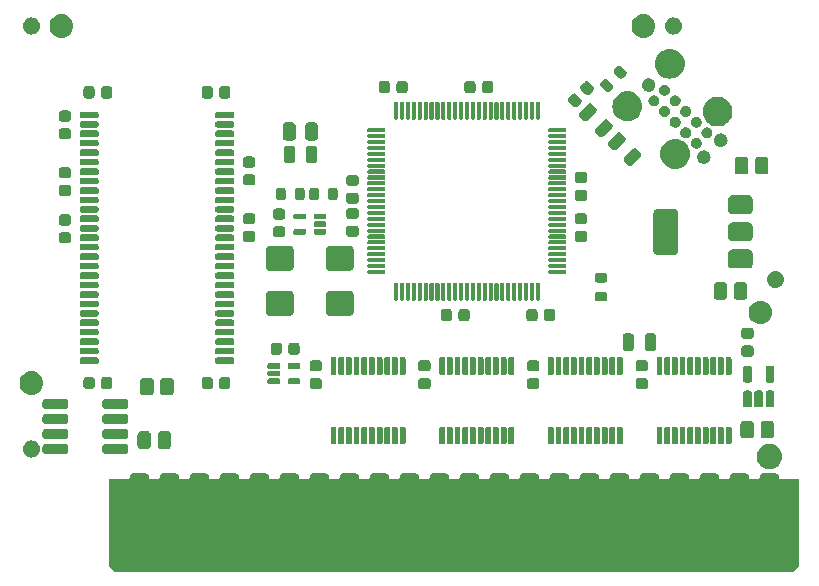
<source format=gts>
G04 #@! TF.GenerationSoftware,KiCad,Pcbnew,8.0.6*
G04 #@! TF.CreationDate,2025-02-14T01:26:40-05:00*
G04 #@! TF.ProjectId,RAM2GS,52414d32-4753-42e6-9b69-6361645f7063,2.3*
G04 #@! TF.SameCoordinates,Original*
G04 #@! TF.FileFunction,Soldermask,Top*
G04 #@! TF.FilePolarity,Negative*
%FSLAX46Y46*%
G04 Gerber Fmt 4.6, Leading zero omitted, Abs format (unit mm)*
G04 Created by KiCad (PCBNEW 8.0.6) date 2025-02-14 01:26:40*
%MOMM*%
%LPD*%
G01*
G04 APERTURE LIST*
G04 APERTURE END LIST*
G36*
X58123999Y-131543771D02*
G01*
X58135712Y-131547869D01*
X58146592Y-131549176D01*
X58202857Y-131571364D01*
X58252635Y-131588782D01*
X58259071Y-131593532D01*
X58262788Y-131594998D01*
X58325758Y-131642749D01*
X58362289Y-131669711D01*
X58389259Y-131706253D01*
X58437001Y-131769211D01*
X58438466Y-131772926D01*
X58443218Y-131779365D01*
X58460642Y-131829162D01*
X58482822Y-131885406D01*
X58484127Y-131896280D01*
X58488229Y-131908001D01*
X58496200Y-131993000D01*
X58496200Y-132037804D01*
X58533396Y-132075000D01*
X59322603Y-132075000D01*
X59359800Y-132037803D01*
X59359800Y-131996798D01*
X59359800Y-131993000D01*
X59367771Y-131908001D01*
X59371869Y-131896288D01*
X59373176Y-131885407D01*
X59395367Y-131829133D01*
X59412782Y-131779365D01*
X59417531Y-131772929D01*
X59418998Y-131769211D01*
X59466777Y-131706204D01*
X59493711Y-131669711D01*
X59530204Y-131642777D01*
X59593211Y-131594998D01*
X59596929Y-131593531D01*
X59603365Y-131588782D01*
X59653140Y-131571365D01*
X59709406Y-131549177D01*
X59720284Y-131547870D01*
X59732001Y-131543771D01*
X59817000Y-131535800D01*
X60579000Y-131535800D01*
X60663999Y-131543771D01*
X60675712Y-131547869D01*
X60686592Y-131549176D01*
X60742857Y-131571364D01*
X60792635Y-131588782D01*
X60799071Y-131593532D01*
X60802788Y-131594998D01*
X60865758Y-131642749D01*
X60902289Y-131669711D01*
X60929259Y-131706253D01*
X60977001Y-131769211D01*
X60978466Y-131772926D01*
X60983218Y-131779365D01*
X61000642Y-131829162D01*
X61022822Y-131885406D01*
X61024127Y-131896280D01*
X61028229Y-131908001D01*
X61036200Y-131993000D01*
X61036200Y-132037804D01*
X61073396Y-132075000D01*
X61862603Y-132075000D01*
X61899800Y-132037803D01*
X61899800Y-131996798D01*
X61899800Y-131993000D01*
X61907771Y-131908001D01*
X61911869Y-131896288D01*
X61913176Y-131885407D01*
X61935367Y-131829133D01*
X61952782Y-131779365D01*
X61957531Y-131772929D01*
X61958998Y-131769211D01*
X62006777Y-131706204D01*
X62033711Y-131669711D01*
X62070204Y-131642777D01*
X62133211Y-131594998D01*
X62136929Y-131593531D01*
X62143365Y-131588782D01*
X62193140Y-131571365D01*
X62249406Y-131549177D01*
X62260284Y-131547870D01*
X62272001Y-131543771D01*
X62357000Y-131535800D01*
X63119000Y-131535800D01*
X63203999Y-131543771D01*
X63215712Y-131547869D01*
X63226592Y-131549176D01*
X63282857Y-131571364D01*
X63332635Y-131588782D01*
X63339071Y-131593532D01*
X63342788Y-131594998D01*
X63405758Y-131642749D01*
X63442289Y-131669711D01*
X63469259Y-131706253D01*
X63517001Y-131769211D01*
X63518466Y-131772926D01*
X63523218Y-131779365D01*
X63540642Y-131829162D01*
X63562822Y-131885406D01*
X63564127Y-131896280D01*
X63568229Y-131908001D01*
X63576200Y-131993000D01*
X63576200Y-132037804D01*
X63613396Y-132075000D01*
X64402603Y-132075000D01*
X64439800Y-132037803D01*
X64439800Y-131996798D01*
X64439800Y-131993000D01*
X64447771Y-131908001D01*
X64451869Y-131896288D01*
X64453176Y-131885407D01*
X64475367Y-131829133D01*
X64492782Y-131779365D01*
X64497531Y-131772929D01*
X64498998Y-131769211D01*
X64546777Y-131706204D01*
X64573711Y-131669711D01*
X64610204Y-131642777D01*
X64673211Y-131594998D01*
X64676929Y-131593531D01*
X64683365Y-131588782D01*
X64733140Y-131571365D01*
X64789406Y-131549177D01*
X64800284Y-131547870D01*
X64812001Y-131543771D01*
X64897000Y-131535800D01*
X65659000Y-131535800D01*
X65743999Y-131543771D01*
X65755712Y-131547869D01*
X65766592Y-131549176D01*
X65822857Y-131571364D01*
X65872635Y-131588782D01*
X65879071Y-131593532D01*
X65882788Y-131594998D01*
X65945758Y-131642749D01*
X65982289Y-131669711D01*
X66009259Y-131706253D01*
X66057001Y-131769211D01*
X66058466Y-131772926D01*
X66063218Y-131779365D01*
X66080642Y-131829162D01*
X66102822Y-131885406D01*
X66104127Y-131896280D01*
X66108229Y-131908001D01*
X66116200Y-131993000D01*
X66116200Y-132037804D01*
X66153396Y-132075000D01*
X66942603Y-132075000D01*
X66979800Y-132037803D01*
X66979800Y-131996798D01*
X66979800Y-131993000D01*
X66987771Y-131908001D01*
X66991869Y-131896288D01*
X66993176Y-131885407D01*
X67015367Y-131829133D01*
X67032782Y-131779365D01*
X67037531Y-131772929D01*
X67038998Y-131769211D01*
X67086777Y-131706204D01*
X67113711Y-131669711D01*
X67150204Y-131642777D01*
X67213211Y-131594998D01*
X67216929Y-131593531D01*
X67223365Y-131588782D01*
X67273140Y-131571365D01*
X67329406Y-131549177D01*
X67340284Y-131547870D01*
X67352001Y-131543771D01*
X67437000Y-131535800D01*
X68199000Y-131535800D01*
X68283999Y-131543771D01*
X68295712Y-131547869D01*
X68306592Y-131549176D01*
X68362857Y-131571364D01*
X68412635Y-131588782D01*
X68419071Y-131593532D01*
X68422788Y-131594998D01*
X68485758Y-131642749D01*
X68522289Y-131669711D01*
X68549259Y-131706253D01*
X68597001Y-131769211D01*
X68598466Y-131772926D01*
X68603218Y-131779365D01*
X68620642Y-131829162D01*
X68642822Y-131885406D01*
X68644127Y-131896280D01*
X68648229Y-131908001D01*
X68656200Y-131993000D01*
X68656200Y-132037804D01*
X68693396Y-132075000D01*
X69482603Y-132075000D01*
X69519800Y-132037803D01*
X69519800Y-131996798D01*
X69519800Y-131993000D01*
X69527771Y-131908001D01*
X69531869Y-131896288D01*
X69533176Y-131885407D01*
X69555367Y-131829133D01*
X69572782Y-131779365D01*
X69577531Y-131772929D01*
X69578998Y-131769211D01*
X69626777Y-131706204D01*
X69653711Y-131669711D01*
X69690204Y-131642777D01*
X69753211Y-131594998D01*
X69756929Y-131593531D01*
X69763365Y-131588782D01*
X69813140Y-131571365D01*
X69869406Y-131549177D01*
X69880284Y-131547870D01*
X69892001Y-131543771D01*
X69977000Y-131535800D01*
X70739000Y-131535800D01*
X70823999Y-131543771D01*
X70835712Y-131547869D01*
X70846592Y-131549176D01*
X70902857Y-131571364D01*
X70952635Y-131588782D01*
X70959071Y-131593532D01*
X70962788Y-131594998D01*
X71025758Y-131642749D01*
X71062289Y-131669711D01*
X71089259Y-131706253D01*
X71137001Y-131769211D01*
X71138466Y-131772926D01*
X71143218Y-131779365D01*
X71160642Y-131829162D01*
X71182822Y-131885406D01*
X71184127Y-131896280D01*
X71188229Y-131908001D01*
X71196200Y-131993000D01*
X71196200Y-132037804D01*
X71233396Y-132075000D01*
X72022603Y-132075000D01*
X72059800Y-132037803D01*
X72059800Y-131996798D01*
X72059800Y-131993000D01*
X72067771Y-131908001D01*
X72071869Y-131896288D01*
X72073176Y-131885407D01*
X72095367Y-131829133D01*
X72112782Y-131779365D01*
X72117531Y-131772929D01*
X72118998Y-131769211D01*
X72166777Y-131706204D01*
X72193711Y-131669711D01*
X72230204Y-131642777D01*
X72293211Y-131594998D01*
X72296929Y-131593531D01*
X72303365Y-131588782D01*
X72353140Y-131571365D01*
X72409406Y-131549177D01*
X72420284Y-131547870D01*
X72432001Y-131543771D01*
X72517000Y-131535800D01*
X73279000Y-131535800D01*
X73363999Y-131543771D01*
X73375712Y-131547869D01*
X73386592Y-131549176D01*
X73442857Y-131571364D01*
X73492635Y-131588782D01*
X73499071Y-131593532D01*
X73502788Y-131594998D01*
X73565758Y-131642749D01*
X73602289Y-131669711D01*
X73629259Y-131706253D01*
X73677001Y-131769211D01*
X73678466Y-131772926D01*
X73683218Y-131779365D01*
X73700642Y-131829162D01*
X73722822Y-131885406D01*
X73724127Y-131896280D01*
X73728229Y-131908001D01*
X73736200Y-131993000D01*
X73736200Y-132037804D01*
X73773396Y-132075000D01*
X74562603Y-132075000D01*
X74599800Y-132037803D01*
X74599800Y-131996798D01*
X74599800Y-131993000D01*
X74607771Y-131908001D01*
X74611869Y-131896288D01*
X74613176Y-131885407D01*
X74635367Y-131829133D01*
X74652782Y-131779365D01*
X74657531Y-131772929D01*
X74658998Y-131769211D01*
X74706777Y-131706204D01*
X74733711Y-131669711D01*
X74770204Y-131642777D01*
X74833211Y-131594998D01*
X74836929Y-131593531D01*
X74843365Y-131588782D01*
X74893140Y-131571365D01*
X74949406Y-131549177D01*
X74960284Y-131547870D01*
X74972001Y-131543771D01*
X75057000Y-131535800D01*
X75819000Y-131535800D01*
X75903999Y-131543771D01*
X75915712Y-131547869D01*
X75926592Y-131549176D01*
X75982857Y-131571364D01*
X76032635Y-131588782D01*
X76039071Y-131593532D01*
X76042788Y-131594998D01*
X76105758Y-131642749D01*
X76142289Y-131669711D01*
X76169259Y-131706253D01*
X76217001Y-131769211D01*
X76218466Y-131772926D01*
X76223218Y-131779365D01*
X76240642Y-131829162D01*
X76262822Y-131885406D01*
X76264127Y-131896280D01*
X76268229Y-131908001D01*
X76276200Y-131993000D01*
X76276200Y-132037804D01*
X76313396Y-132075000D01*
X77102603Y-132075000D01*
X77139800Y-132037803D01*
X77139800Y-131996798D01*
X77139800Y-131993000D01*
X77147771Y-131908001D01*
X77151869Y-131896288D01*
X77153176Y-131885407D01*
X77175367Y-131829133D01*
X77192782Y-131779365D01*
X77197531Y-131772929D01*
X77198998Y-131769211D01*
X77246777Y-131706204D01*
X77273711Y-131669711D01*
X77310204Y-131642777D01*
X77373211Y-131594998D01*
X77376929Y-131593531D01*
X77383365Y-131588782D01*
X77433140Y-131571365D01*
X77489406Y-131549177D01*
X77500284Y-131547870D01*
X77512001Y-131543771D01*
X77597000Y-131535800D01*
X78359000Y-131535800D01*
X78443999Y-131543771D01*
X78455712Y-131547869D01*
X78466592Y-131549176D01*
X78522857Y-131571364D01*
X78572635Y-131588782D01*
X78579071Y-131593532D01*
X78582788Y-131594998D01*
X78645758Y-131642749D01*
X78682289Y-131669711D01*
X78709259Y-131706253D01*
X78757001Y-131769211D01*
X78758466Y-131772926D01*
X78763218Y-131779365D01*
X78780642Y-131829162D01*
X78802822Y-131885406D01*
X78804127Y-131896280D01*
X78808229Y-131908001D01*
X78816200Y-131993000D01*
X78816200Y-132037804D01*
X78853396Y-132075000D01*
X79642603Y-132075000D01*
X79679800Y-132037803D01*
X79679800Y-131996798D01*
X79679800Y-131993000D01*
X79687771Y-131908001D01*
X79691869Y-131896288D01*
X79693176Y-131885407D01*
X79715367Y-131829133D01*
X79732782Y-131779365D01*
X79737531Y-131772929D01*
X79738998Y-131769211D01*
X79786777Y-131706204D01*
X79813711Y-131669711D01*
X79850204Y-131642777D01*
X79913211Y-131594998D01*
X79916929Y-131593531D01*
X79923365Y-131588782D01*
X79973140Y-131571365D01*
X80029406Y-131549177D01*
X80040284Y-131547870D01*
X80052001Y-131543771D01*
X80137000Y-131535800D01*
X80899000Y-131535800D01*
X80983999Y-131543771D01*
X80995712Y-131547869D01*
X81006592Y-131549176D01*
X81062857Y-131571364D01*
X81112635Y-131588782D01*
X81119071Y-131593532D01*
X81122788Y-131594998D01*
X81185758Y-131642749D01*
X81222289Y-131669711D01*
X81249259Y-131706253D01*
X81297001Y-131769211D01*
X81298466Y-131772926D01*
X81303218Y-131779365D01*
X81320642Y-131829162D01*
X81342822Y-131885406D01*
X81344127Y-131896280D01*
X81348229Y-131908001D01*
X81356200Y-131993000D01*
X81356200Y-132037804D01*
X81393396Y-132075000D01*
X82182603Y-132075000D01*
X82219800Y-132037803D01*
X82219800Y-131996798D01*
X82219800Y-131993000D01*
X82227771Y-131908001D01*
X82231869Y-131896288D01*
X82233176Y-131885407D01*
X82255367Y-131829133D01*
X82272782Y-131779365D01*
X82277531Y-131772929D01*
X82278998Y-131769211D01*
X82326777Y-131706204D01*
X82353711Y-131669711D01*
X82390204Y-131642777D01*
X82453211Y-131594998D01*
X82456929Y-131593531D01*
X82463365Y-131588782D01*
X82513140Y-131571365D01*
X82569406Y-131549177D01*
X82580284Y-131547870D01*
X82592001Y-131543771D01*
X82677000Y-131535800D01*
X83439000Y-131535800D01*
X83523999Y-131543771D01*
X83535712Y-131547869D01*
X83546592Y-131549176D01*
X83602857Y-131571364D01*
X83652635Y-131588782D01*
X83659071Y-131593532D01*
X83662788Y-131594998D01*
X83725758Y-131642749D01*
X83762289Y-131669711D01*
X83789259Y-131706253D01*
X83837001Y-131769211D01*
X83838466Y-131772926D01*
X83843218Y-131779365D01*
X83860642Y-131829162D01*
X83882822Y-131885406D01*
X83884127Y-131896280D01*
X83888229Y-131908001D01*
X83896200Y-131993000D01*
X83896200Y-132037804D01*
X83933396Y-132075000D01*
X84722603Y-132075000D01*
X84759800Y-132037803D01*
X84759800Y-131996798D01*
X84759800Y-131993000D01*
X84767771Y-131908001D01*
X84771869Y-131896288D01*
X84773176Y-131885407D01*
X84795367Y-131829133D01*
X84812782Y-131779365D01*
X84817531Y-131772929D01*
X84818998Y-131769211D01*
X84866777Y-131706204D01*
X84893711Y-131669711D01*
X84930204Y-131642777D01*
X84993211Y-131594998D01*
X84996929Y-131593531D01*
X85003365Y-131588782D01*
X85053140Y-131571365D01*
X85109406Y-131549177D01*
X85120284Y-131547870D01*
X85132001Y-131543771D01*
X85217000Y-131535800D01*
X85979000Y-131535800D01*
X86063999Y-131543771D01*
X86075712Y-131547869D01*
X86086592Y-131549176D01*
X86142857Y-131571364D01*
X86192635Y-131588782D01*
X86199071Y-131593532D01*
X86202788Y-131594998D01*
X86265758Y-131642749D01*
X86302289Y-131669711D01*
X86329259Y-131706253D01*
X86377001Y-131769211D01*
X86378466Y-131772926D01*
X86383218Y-131779365D01*
X86400642Y-131829162D01*
X86422822Y-131885406D01*
X86424127Y-131896280D01*
X86428229Y-131908001D01*
X86436200Y-131993000D01*
X86436200Y-132037804D01*
X86473396Y-132075000D01*
X87262603Y-132075000D01*
X87299800Y-132037803D01*
X87299800Y-131996798D01*
X87299800Y-131993000D01*
X87307771Y-131908001D01*
X87311869Y-131896288D01*
X87313176Y-131885407D01*
X87335367Y-131829133D01*
X87352782Y-131779365D01*
X87357531Y-131772929D01*
X87358998Y-131769211D01*
X87406777Y-131706204D01*
X87433711Y-131669711D01*
X87470204Y-131642777D01*
X87533211Y-131594998D01*
X87536929Y-131593531D01*
X87543365Y-131588782D01*
X87593140Y-131571365D01*
X87649406Y-131549177D01*
X87660284Y-131547870D01*
X87672001Y-131543771D01*
X87757000Y-131535800D01*
X88519000Y-131535800D01*
X88603999Y-131543771D01*
X88615712Y-131547869D01*
X88626592Y-131549176D01*
X88682857Y-131571364D01*
X88732635Y-131588782D01*
X88739071Y-131593532D01*
X88742788Y-131594998D01*
X88805758Y-131642749D01*
X88842289Y-131669711D01*
X88869259Y-131706253D01*
X88917001Y-131769211D01*
X88918466Y-131772926D01*
X88923218Y-131779365D01*
X88940642Y-131829162D01*
X88962822Y-131885406D01*
X88964127Y-131896280D01*
X88968229Y-131908001D01*
X88976200Y-131993000D01*
X88976200Y-132037804D01*
X89013396Y-132075000D01*
X89802603Y-132075000D01*
X89839800Y-132037803D01*
X89839800Y-131996798D01*
X89839800Y-131993000D01*
X89847771Y-131908001D01*
X89851869Y-131896288D01*
X89853176Y-131885407D01*
X89875367Y-131829133D01*
X89892782Y-131779365D01*
X89897531Y-131772929D01*
X89898998Y-131769211D01*
X89946777Y-131706204D01*
X89973711Y-131669711D01*
X90010204Y-131642777D01*
X90073211Y-131594998D01*
X90076929Y-131593531D01*
X90083365Y-131588782D01*
X90133140Y-131571365D01*
X90189406Y-131549177D01*
X90200284Y-131547870D01*
X90212001Y-131543771D01*
X90297000Y-131535800D01*
X91059000Y-131535800D01*
X91143999Y-131543771D01*
X91155712Y-131547869D01*
X91166592Y-131549176D01*
X91222857Y-131571364D01*
X91272635Y-131588782D01*
X91279071Y-131593532D01*
X91282788Y-131594998D01*
X91345758Y-131642749D01*
X91382289Y-131669711D01*
X91409259Y-131706253D01*
X91457001Y-131769211D01*
X91458466Y-131772926D01*
X91463218Y-131779365D01*
X91480642Y-131829162D01*
X91502822Y-131885406D01*
X91504127Y-131896280D01*
X91508229Y-131908001D01*
X91516200Y-131993000D01*
X91516200Y-132037804D01*
X91553396Y-132075000D01*
X92342603Y-132075000D01*
X92379800Y-132037803D01*
X92379800Y-131996798D01*
X92379800Y-131993000D01*
X92387771Y-131908001D01*
X92391869Y-131896288D01*
X92393176Y-131885407D01*
X92415367Y-131829133D01*
X92432782Y-131779365D01*
X92437531Y-131772929D01*
X92438998Y-131769211D01*
X92486777Y-131706204D01*
X92513711Y-131669711D01*
X92550204Y-131642777D01*
X92613211Y-131594998D01*
X92616929Y-131593531D01*
X92623365Y-131588782D01*
X92673140Y-131571365D01*
X92729406Y-131549177D01*
X92740284Y-131547870D01*
X92752001Y-131543771D01*
X92837000Y-131535800D01*
X93599000Y-131535800D01*
X93683999Y-131543771D01*
X93695712Y-131547869D01*
X93706592Y-131549176D01*
X93762857Y-131571364D01*
X93812635Y-131588782D01*
X93819071Y-131593532D01*
X93822788Y-131594998D01*
X93885758Y-131642749D01*
X93922289Y-131669711D01*
X93949259Y-131706253D01*
X93997001Y-131769211D01*
X93998466Y-131772926D01*
X94003218Y-131779365D01*
X94020642Y-131829162D01*
X94042822Y-131885406D01*
X94044127Y-131896280D01*
X94048229Y-131908001D01*
X94056200Y-131993000D01*
X94056200Y-132037804D01*
X94093396Y-132075000D01*
X94882603Y-132075000D01*
X94919800Y-132037803D01*
X94919800Y-131996798D01*
X94919800Y-131993000D01*
X94927771Y-131908001D01*
X94931869Y-131896288D01*
X94933176Y-131885407D01*
X94955367Y-131829133D01*
X94972782Y-131779365D01*
X94977531Y-131772929D01*
X94978998Y-131769211D01*
X95026777Y-131706204D01*
X95053711Y-131669711D01*
X95090204Y-131642777D01*
X95153211Y-131594998D01*
X95156929Y-131593531D01*
X95163365Y-131588782D01*
X95213140Y-131571365D01*
X95269406Y-131549177D01*
X95280284Y-131547870D01*
X95292001Y-131543771D01*
X95377000Y-131535800D01*
X96139000Y-131535800D01*
X96223999Y-131543771D01*
X96235712Y-131547869D01*
X96246592Y-131549176D01*
X96302857Y-131571364D01*
X96352635Y-131588782D01*
X96359071Y-131593532D01*
X96362788Y-131594998D01*
X96425758Y-131642749D01*
X96462289Y-131669711D01*
X96489259Y-131706253D01*
X96537001Y-131769211D01*
X96538466Y-131772926D01*
X96543218Y-131779365D01*
X96560642Y-131829162D01*
X96582822Y-131885406D01*
X96584127Y-131896280D01*
X96588229Y-131908001D01*
X96596200Y-131993000D01*
X96596200Y-132037804D01*
X96633396Y-132075000D01*
X97422603Y-132075000D01*
X97459800Y-132037803D01*
X97459800Y-131996798D01*
X97459800Y-131993000D01*
X97467771Y-131908001D01*
X97471869Y-131896288D01*
X97473176Y-131885407D01*
X97495367Y-131829133D01*
X97512782Y-131779365D01*
X97517531Y-131772929D01*
X97518998Y-131769211D01*
X97566777Y-131706204D01*
X97593711Y-131669711D01*
X97630204Y-131642777D01*
X97693211Y-131594998D01*
X97696929Y-131593531D01*
X97703365Y-131588782D01*
X97753140Y-131571365D01*
X97809406Y-131549177D01*
X97820284Y-131547870D01*
X97832001Y-131543771D01*
X97917000Y-131535800D01*
X98679000Y-131535800D01*
X98763999Y-131543771D01*
X98775712Y-131547869D01*
X98786592Y-131549176D01*
X98842857Y-131571364D01*
X98892635Y-131588782D01*
X98899071Y-131593532D01*
X98902788Y-131594998D01*
X98965758Y-131642749D01*
X99002289Y-131669711D01*
X99029259Y-131706253D01*
X99077001Y-131769211D01*
X99078466Y-131772926D01*
X99083218Y-131779365D01*
X99100642Y-131829162D01*
X99122822Y-131885406D01*
X99124127Y-131896280D01*
X99128229Y-131908001D01*
X99136200Y-131993000D01*
X99136200Y-132037804D01*
X99173396Y-132075000D01*
X99962603Y-132075000D01*
X99999800Y-132037803D01*
X99999800Y-131996798D01*
X99999800Y-131993000D01*
X100007771Y-131908001D01*
X100011869Y-131896288D01*
X100013176Y-131885407D01*
X100035367Y-131829133D01*
X100052782Y-131779365D01*
X100057531Y-131772929D01*
X100058998Y-131769211D01*
X100106777Y-131706204D01*
X100133711Y-131669711D01*
X100170204Y-131642777D01*
X100233211Y-131594998D01*
X100236929Y-131593531D01*
X100243365Y-131588782D01*
X100293140Y-131571365D01*
X100349406Y-131549177D01*
X100360284Y-131547870D01*
X100372001Y-131543771D01*
X100457000Y-131535800D01*
X101219000Y-131535800D01*
X101303999Y-131543771D01*
X101315712Y-131547869D01*
X101326592Y-131549176D01*
X101382857Y-131571364D01*
X101432635Y-131588782D01*
X101439071Y-131593532D01*
X101442788Y-131594998D01*
X101505758Y-131642749D01*
X101542289Y-131669711D01*
X101569259Y-131706253D01*
X101617001Y-131769211D01*
X101618466Y-131772926D01*
X101623218Y-131779365D01*
X101640642Y-131829162D01*
X101662822Y-131885406D01*
X101664127Y-131896280D01*
X101668229Y-131908001D01*
X101676200Y-131993000D01*
X101676200Y-132037804D01*
X101713396Y-132075000D01*
X102502603Y-132075000D01*
X102539800Y-132037803D01*
X102539800Y-131996798D01*
X102539800Y-131993000D01*
X102547771Y-131908001D01*
X102551869Y-131896288D01*
X102553176Y-131885407D01*
X102575367Y-131829133D01*
X102592782Y-131779365D01*
X102597531Y-131772929D01*
X102598998Y-131769211D01*
X102646777Y-131706204D01*
X102673711Y-131669711D01*
X102710204Y-131642777D01*
X102773211Y-131594998D01*
X102776929Y-131593531D01*
X102783365Y-131588782D01*
X102833140Y-131571365D01*
X102889406Y-131549177D01*
X102900284Y-131547870D01*
X102912001Y-131543771D01*
X102997000Y-131535800D01*
X103759000Y-131535800D01*
X103843999Y-131543771D01*
X103855712Y-131547869D01*
X103866592Y-131549176D01*
X103922857Y-131571364D01*
X103972635Y-131588782D01*
X103979071Y-131593532D01*
X103982788Y-131594998D01*
X104045758Y-131642749D01*
X104082289Y-131669711D01*
X104109259Y-131706253D01*
X104157001Y-131769211D01*
X104158466Y-131772926D01*
X104163218Y-131779365D01*
X104180642Y-131829162D01*
X104202822Y-131885406D01*
X104204127Y-131896280D01*
X104208229Y-131908001D01*
X104216200Y-131993000D01*
X104216200Y-132037804D01*
X104253396Y-132075000D01*
X105042603Y-132075000D01*
X105079800Y-132037803D01*
X105079800Y-131996798D01*
X105079800Y-131993000D01*
X105087771Y-131908001D01*
X105091869Y-131896288D01*
X105093176Y-131885407D01*
X105115367Y-131829133D01*
X105132782Y-131779365D01*
X105137531Y-131772929D01*
X105138998Y-131769211D01*
X105186777Y-131706204D01*
X105213711Y-131669711D01*
X105250204Y-131642777D01*
X105313211Y-131594998D01*
X105316929Y-131593531D01*
X105323365Y-131588782D01*
X105373140Y-131571365D01*
X105429406Y-131549177D01*
X105440284Y-131547870D01*
X105452001Y-131543771D01*
X105537000Y-131535800D01*
X106299000Y-131535800D01*
X106383999Y-131543771D01*
X106395712Y-131547869D01*
X106406592Y-131549176D01*
X106462857Y-131571364D01*
X106512635Y-131588782D01*
X106519071Y-131593532D01*
X106522788Y-131594998D01*
X106585758Y-131642749D01*
X106622289Y-131669711D01*
X106649259Y-131706253D01*
X106697001Y-131769211D01*
X106698466Y-131772926D01*
X106703218Y-131779365D01*
X106720642Y-131829162D01*
X106742822Y-131885406D01*
X106744127Y-131896280D01*
X106748229Y-131908001D01*
X106756200Y-131993000D01*
X106756200Y-132037804D01*
X106793396Y-132075000D01*
X107582603Y-132075000D01*
X107619800Y-132037803D01*
X107619800Y-131996798D01*
X107619800Y-131993000D01*
X107627771Y-131908001D01*
X107631869Y-131896288D01*
X107633176Y-131885407D01*
X107655367Y-131829133D01*
X107672782Y-131779365D01*
X107677531Y-131772929D01*
X107678998Y-131769211D01*
X107726777Y-131706204D01*
X107753711Y-131669711D01*
X107790204Y-131642777D01*
X107853211Y-131594998D01*
X107856929Y-131593531D01*
X107863365Y-131588782D01*
X107913140Y-131571365D01*
X107969406Y-131549177D01*
X107980284Y-131547870D01*
X107992001Y-131543771D01*
X108077000Y-131535800D01*
X108839000Y-131535800D01*
X108923999Y-131543771D01*
X108935712Y-131547869D01*
X108946592Y-131549176D01*
X109002857Y-131571364D01*
X109052635Y-131588782D01*
X109059071Y-131593532D01*
X109062788Y-131594998D01*
X109125758Y-131642749D01*
X109162289Y-131669711D01*
X109189259Y-131706253D01*
X109237001Y-131769211D01*
X109238466Y-131772926D01*
X109243218Y-131779365D01*
X109260642Y-131829162D01*
X109282822Y-131885406D01*
X109284127Y-131896280D01*
X109288229Y-131908001D01*
X109296200Y-131993000D01*
X109296200Y-132037804D01*
X109333396Y-132075000D01*
X110122603Y-132075000D01*
X110159800Y-132037803D01*
X110159800Y-131996798D01*
X110159800Y-131993000D01*
X110167771Y-131908001D01*
X110171869Y-131896288D01*
X110173176Y-131885407D01*
X110195367Y-131829133D01*
X110212782Y-131779365D01*
X110217531Y-131772929D01*
X110218998Y-131769211D01*
X110266777Y-131706204D01*
X110293711Y-131669711D01*
X110330204Y-131642777D01*
X110393211Y-131594998D01*
X110396929Y-131593531D01*
X110403365Y-131588782D01*
X110453140Y-131571365D01*
X110509406Y-131549177D01*
X110520284Y-131547870D01*
X110532001Y-131543771D01*
X110617000Y-131535800D01*
X111379000Y-131535800D01*
X111463999Y-131543771D01*
X111475712Y-131547869D01*
X111486592Y-131549176D01*
X111542857Y-131571364D01*
X111592635Y-131588782D01*
X111599071Y-131593532D01*
X111602788Y-131594998D01*
X111665758Y-131642749D01*
X111702289Y-131669711D01*
X111729259Y-131706253D01*
X111777001Y-131769211D01*
X111778466Y-131772926D01*
X111783218Y-131779365D01*
X111800642Y-131829162D01*
X111822822Y-131885406D01*
X111824127Y-131896280D01*
X111828229Y-131908001D01*
X111836200Y-131993000D01*
X111836200Y-132037804D01*
X111873396Y-132075000D01*
X113525370Y-132075000D01*
X113537442Y-132080000D01*
X113538000Y-132080000D01*
X113538000Y-132080558D01*
X113543000Y-132092629D01*
X113543000Y-139433370D01*
X113538000Y-139445440D01*
X113538000Y-139446000D01*
X113537604Y-139446395D01*
X113532605Y-139458464D01*
X113042464Y-139948605D01*
X113030395Y-139953604D01*
X113030000Y-139954000D01*
X113029440Y-139954000D01*
X113017370Y-139959000D01*
X55638630Y-139959000D01*
X55626559Y-139954000D01*
X55626000Y-139954000D01*
X55625604Y-139953604D01*
X55613535Y-139948605D01*
X55123394Y-139458464D01*
X55118394Y-139446394D01*
X55118000Y-139446000D01*
X55118000Y-139445441D01*
X55113000Y-139433370D01*
X55113000Y-132092629D01*
X55118000Y-132080556D01*
X55118000Y-132080000D01*
X55118557Y-132080000D01*
X55130630Y-132075000D01*
X56782603Y-132075000D01*
X56819800Y-132037803D01*
X56819800Y-131996798D01*
X56819800Y-131993000D01*
X56827771Y-131908001D01*
X56831869Y-131896288D01*
X56833176Y-131885407D01*
X56855367Y-131829133D01*
X56872782Y-131779365D01*
X56877531Y-131772929D01*
X56878998Y-131769211D01*
X56926777Y-131706204D01*
X56953711Y-131669711D01*
X56990204Y-131642777D01*
X57053211Y-131594998D01*
X57056929Y-131593531D01*
X57063365Y-131588782D01*
X57113140Y-131571365D01*
X57169406Y-131549177D01*
X57180284Y-131547870D01*
X57192001Y-131543771D01*
X57277000Y-131535800D01*
X58039000Y-131535800D01*
X58123999Y-131543771D01*
G37*
G36*
X111292516Y-129139883D02*
G01*
X111477704Y-129211625D01*
X111646555Y-129316174D01*
X111793321Y-129449969D01*
X111913004Y-129608454D01*
X112001527Y-129786232D01*
X112055876Y-129977249D01*
X112074200Y-130175000D01*
X112055876Y-130372751D01*
X112001527Y-130563768D01*
X111913004Y-130741546D01*
X111793321Y-130900031D01*
X111646555Y-131033826D01*
X111477704Y-131138375D01*
X111292516Y-131210117D01*
X111097299Y-131246609D01*
X110898701Y-131246609D01*
X110703484Y-131210117D01*
X110518296Y-131138375D01*
X110349445Y-131033826D01*
X110202679Y-130900031D01*
X110082996Y-130741546D01*
X109994473Y-130563768D01*
X109940124Y-130372751D01*
X109921800Y-130175000D01*
X109940124Y-129977249D01*
X109994473Y-129786232D01*
X110082996Y-129608454D01*
X110202679Y-129449969D01*
X110349445Y-129316174D01*
X110518296Y-129211625D01*
X110703484Y-129139883D01*
X110898701Y-129103391D01*
X111097299Y-129103391D01*
X111292516Y-129139883D01*
G37*
G36*
X48675105Y-128834152D02*
G01*
X48828132Y-128887699D01*
X48965407Y-128973954D01*
X49080046Y-129088593D01*
X49166301Y-129225868D01*
X49219848Y-129378895D01*
X49238000Y-129540000D01*
X49219848Y-129701105D01*
X49166301Y-129854132D01*
X49080046Y-129991407D01*
X48965407Y-130106046D01*
X48828132Y-130192301D01*
X48675105Y-130245848D01*
X48514000Y-130264000D01*
X48352895Y-130245848D01*
X48199868Y-130192301D01*
X48062593Y-130106046D01*
X47947954Y-129991407D01*
X47861699Y-129854132D01*
X47808152Y-129701105D01*
X47790000Y-129540000D01*
X47808152Y-129378895D01*
X47861699Y-129225868D01*
X47947954Y-129088593D01*
X48062593Y-128973954D01*
X48199868Y-128887699D01*
X48352895Y-128834152D01*
X48514000Y-128816000D01*
X48675105Y-128834152D01*
G37*
G36*
X51439139Y-129141022D02*
G01*
X51483192Y-129146133D01*
X51498243Y-129152778D01*
X51520104Y-129157127D01*
X51543506Y-129172763D01*
X51560531Y-129180281D01*
X51572159Y-129191909D01*
X51593099Y-129205901D01*
X51607090Y-129226840D01*
X51618718Y-129238468D01*
X51626234Y-129255491D01*
X51641873Y-129278896D01*
X51646221Y-129300759D01*
X51652866Y-129315807D01*
X51657975Y-129359850D01*
X51659000Y-129365000D01*
X51659000Y-129715000D01*
X51657975Y-129720151D01*
X51652866Y-129764192D01*
X51646222Y-129779239D01*
X51641873Y-129801104D01*
X51626233Y-129824510D01*
X51618718Y-129841531D01*
X51607092Y-129853156D01*
X51593099Y-129874099D01*
X51572156Y-129888092D01*
X51560531Y-129899718D01*
X51543510Y-129907233D01*
X51520104Y-129922873D01*
X51498239Y-129927222D01*
X51483192Y-129933866D01*
X51439151Y-129938975D01*
X51434000Y-129940000D01*
X49684000Y-129940000D01*
X49678850Y-129938975D01*
X49634807Y-129933866D01*
X49619759Y-129927221D01*
X49597896Y-129922873D01*
X49574491Y-129907234D01*
X49557468Y-129899718D01*
X49545840Y-129888090D01*
X49524901Y-129874099D01*
X49510909Y-129853159D01*
X49499281Y-129841531D01*
X49491763Y-129824506D01*
X49476127Y-129801104D01*
X49471778Y-129779243D01*
X49465133Y-129764192D01*
X49460022Y-129720139D01*
X49459000Y-129715000D01*
X49459000Y-129365000D01*
X49460021Y-129359862D01*
X49465133Y-129315807D01*
X49471779Y-129300754D01*
X49476127Y-129278896D01*
X49491762Y-129255495D01*
X49499281Y-129238468D01*
X49510911Y-129226837D01*
X49524901Y-129205901D01*
X49545837Y-129191911D01*
X49557468Y-129180281D01*
X49574495Y-129172762D01*
X49597896Y-129157127D01*
X49619754Y-129152779D01*
X49634807Y-129146133D01*
X49678862Y-129141021D01*
X49684000Y-129140000D01*
X51434000Y-129140000D01*
X51439139Y-129141022D01*
G37*
G36*
X56493139Y-129141022D02*
G01*
X56537192Y-129146133D01*
X56552243Y-129152778D01*
X56574104Y-129157127D01*
X56597506Y-129172763D01*
X56614531Y-129180281D01*
X56626159Y-129191909D01*
X56647099Y-129205901D01*
X56661090Y-129226840D01*
X56672718Y-129238468D01*
X56680234Y-129255491D01*
X56695873Y-129278896D01*
X56700221Y-129300759D01*
X56706866Y-129315807D01*
X56711975Y-129359850D01*
X56713000Y-129365000D01*
X56713000Y-129715000D01*
X56711975Y-129720151D01*
X56706866Y-129764192D01*
X56700222Y-129779239D01*
X56695873Y-129801104D01*
X56680233Y-129824510D01*
X56672718Y-129841531D01*
X56661092Y-129853156D01*
X56647099Y-129874099D01*
X56626156Y-129888092D01*
X56614531Y-129899718D01*
X56597510Y-129907233D01*
X56574104Y-129922873D01*
X56552239Y-129927222D01*
X56537192Y-129933866D01*
X56493151Y-129938975D01*
X56488000Y-129940000D01*
X54738000Y-129940000D01*
X54732850Y-129938975D01*
X54688807Y-129933866D01*
X54673759Y-129927221D01*
X54651896Y-129922873D01*
X54628491Y-129907234D01*
X54611468Y-129899718D01*
X54599840Y-129888090D01*
X54578901Y-129874099D01*
X54564909Y-129853159D01*
X54553281Y-129841531D01*
X54545763Y-129824506D01*
X54530127Y-129801104D01*
X54525778Y-129779243D01*
X54519133Y-129764192D01*
X54514022Y-129720139D01*
X54513000Y-129715000D01*
X54513000Y-129365000D01*
X54514021Y-129359862D01*
X54519133Y-129315807D01*
X54525779Y-129300754D01*
X54530127Y-129278896D01*
X54545762Y-129255495D01*
X54553281Y-129238468D01*
X54564911Y-129226837D01*
X54578901Y-129205901D01*
X54599837Y-129191911D01*
X54611468Y-129180281D01*
X54628495Y-129172762D01*
X54651896Y-129157127D01*
X54673754Y-129152779D01*
X54688807Y-129146133D01*
X54732862Y-129141021D01*
X54738000Y-129140000D01*
X56488000Y-129140000D01*
X56493139Y-129141022D01*
G37*
G36*
X58421381Y-128038648D02*
G01*
X58427015Y-128041275D01*
X58428812Y-128041537D01*
X58454342Y-128054018D01*
X58519743Y-128084515D01*
X58596485Y-128161257D01*
X58626992Y-128226680D01*
X58639462Y-128252187D01*
X58639723Y-128253982D01*
X58642352Y-128259619D01*
X58653000Y-128340500D01*
X58653000Y-129215500D01*
X58642352Y-129296381D01*
X58639723Y-129302018D01*
X58639462Y-129303812D01*
X58627002Y-129329298D01*
X58596485Y-129394743D01*
X58519743Y-129471485D01*
X58454298Y-129502002D01*
X58428812Y-129514462D01*
X58427018Y-129514723D01*
X58421381Y-129517352D01*
X58340500Y-129528000D01*
X57815500Y-129528000D01*
X57734619Y-129517352D01*
X57728982Y-129514723D01*
X57727187Y-129514462D01*
X57701680Y-129501992D01*
X57636257Y-129471485D01*
X57559515Y-129394743D01*
X57529018Y-129329342D01*
X57516537Y-129303812D01*
X57516275Y-129302015D01*
X57513648Y-129296381D01*
X57503000Y-129215500D01*
X57503000Y-128340500D01*
X57513648Y-128259619D01*
X57516274Y-128253985D01*
X57516537Y-128252187D01*
X57529028Y-128226635D01*
X57559515Y-128161257D01*
X57636257Y-128084515D01*
X57701635Y-128054028D01*
X57727187Y-128041537D01*
X57728985Y-128041274D01*
X57734619Y-128038648D01*
X57815500Y-128028000D01*
X58340500Y-128028000D01*
X58421381Y-128038648D01*
G37*
G36*
X60121381Y-128038648D02*
G01*
X60127015Y-128041275D01*
X60128812Y-128041537D01*
X60154342Y-128054018D01*
X60219743Y-128084515D01*
X60296485Y-128161257D01*
X60326992Y-128226680D01*
X60339462Y-128252187D01*
X60339723Y-128253982D01*
X60342352Y-128259619D01*
X60353000Y-128340500D01*
X60353000Y-129215500D01*
X60342352Y-129296381D01*
X60339723Y-129302018D01*
X60339462Y-129303812D01*
X60327002Y-129329298D01*
X60296485Y-129394743D01*
X60219743Y-129471485D01*
X60154298Y-129502002D01*
X60128812Y-129514462D01*
X60127018Y-129514723D01*
X60121381Y-129517352D01*
X60040500Y-129528000D01*
X59515500Y-129528000D01*
X59434619Y-129517352D01*
X59428982Y-129514723D01*
X59427187Y-129514462D01*
X59401680Y-129501992D01*
X59336257Y-129471485D01*
X59259515Y-129394743D01*
X59229018Y-129329342D01*
X59216537Y-129303812D01*
X59216275Y-129302015D01*
X59213648Y-129296381D01*
X59203000Y-129215500D01*
X59203000Y-128340500D01*
X59213648Y-128259619D01*
X59216274Y-128253985D01*
X59216537Y-128252187D01*
X59229028Y-128226635D01*
X59259515Y-128161257D01*
X59336257Y-128084515D01*
X59401635Y-128054028D01*
X59427187Y-128041537D01*
X59428985Y-128041274D01*
X59434619Y-128038648D01*
X59515500Y-128028000D01*
X60040500Y-128028000D01*
X60121381Y-128038648D01*
G37*
G36*
X74264736Y-127661390D02*
G01*
X74309020Y-127690980D01*
X74338610Y-127735264D01*
X74349000Y-127787500D01*
X74349000Y-129012500D01*
X74338610Y-129064736D01*
X74309020Y-129109020D01*
X74264736Y-129138610D01*
X74212500Y-129149000D01*
X73987500Y-129149000D01*
X73935264Y-129138610D01*
X73890980Y-129109020D01*
X73861390Y-129064736D01*
X73851000Y-129012500D01*
X73851000Y-127787500D01*
X73861390Y-127735264D01*
X73890980Y-127690980D01*
X73935264Y-127661390D01*
X73987500Y-127651000D01*
X74212500Y-127651000D01*
X74264736Y-127661390D01*
G37*
G36*
X74914736Y-127661390D02*
G01*
X74959020Y-127690980D01*
X74988610Y-127735264D01*
X74999000Y-127787500D01*
X74999000Y-129012500D01*
X74988610Y-129064736D01*
X74959020Y-129109020D01*
X74914736Y-129138610D01*
X74862500Y-129149000D01*
X74637500Y-129149000D01*
X74585264Y-129138610D01*
X74540980Y-129109020D01*
X74511390Y-129064736D01*
X74501000Y-129012500D01*
X74501000Y-127787500D01*
X74511390Y-127735264D01*
X74540980Y-127690980D01*
X74585264Y-127661390D01*
X74637500Y-127651000D01*
X74862500Y-127651000D01*
X74914736Y-127661390D01*
G37*
G36*
X75564736Y-127661390D02*
G01*
X75609020Y-127690980D01*
X75638610Y-127735264D01*
X75649000Y-127787500D01*
X75649000Y-129012500D01*
X75638610Y-129064736D01*
X75609020Y-129109020D01*
X75564736Y-129138610D01*
X75512500Y-129149000D01*
X75287500Y-129149000D01*
X75235264Y-129138610D01*
X75190980Y-129109020D01*
X75161390Y-129064736D01*
X75151000Y-129012500D01*
X75151000Y-127787500D01*
X75161390Y-127735264D01*
X75190980Y-127690980D01*
X75235264Y-127661390D01*
X75287500Y-127651000D01*
X75512500Y-127651000D01*
X75564736Y-127661390D01*
G37*
G36*
X76214736Y-127661390D02*
G01*
X76259020Y-127690980D01*
X76288610Y-127735264D01*
X76299000Y-127787500D01*
X76299000Y-129012500D01*
X76288610Y-129064736D01*
X76259020Y-129109020D01*
X76214736Y-129138610D01*
X76162500Y-129149000D01*
X75937500Y-129149000D01*
X75885264Y-129138610D01*
X75840980Y-129109020D01*
X75811390Y-129064736D01*
X75801000Y-129012500D01*
X75801000Y-127787500D01*
X75811390Y-127735264D01*
X75840980Y-127690980D01*
X75885264Y-127661390D01*
X75937500Y-127651000D01*
X76162500Y-127651000D01*
X76214736Y-127661390D01*
G37*
G36*
X76864736Y-127661390D02*
G01*
X76909020Y-127690980D01*
X76938610Y-127735264D01*
X76949000Y-127787500D01*
X76949000Y-129012500D01*
X76938610Y-129064736D01*
X76909020Y-129109020D01*
X76864736Y-129138610D01*
X76812500Y-129149000D01*
X76587500Y-129149000D01*
X76535264Y-129138610D01*
X76490980Y-129109020D01*
X76461390Y-129064736D01*
X76451000Y-129012500D01*
X76451000Y-127787500D01*
X76461390Y-127735264D01*
X76490980Y-127690980D01*
X76535264Y-127661390D01*
X76587500Y-127651000D01*
X76812500Y-127651000D01*
X76864736Y-127661390D01*
G37*
G36*
X77514736Y-127661390D02*
G01*
X77559020Y-127690980D01*
X77588610Y-127735264D01*
X77599000Y-127787500D01*
X77599000Y-129012500D01*
X77588610Y-129064736D01*
X77559020Y-129109020D01*
X77514736Y-129138610D01*
X77462500Y-129149000D01*
X77237500Y-129149000D01*
X77185264Y-129138610D01*
X77140980Y-129109020D01*
X77111390Y-129064736D01*
X77101000Y-129012500D01*
X77101000Y-127787500D01*
X77111390Y-127735264D01*
X77140980Y-127690980D01*
X77185264Y-127661390D01*
X77237500Y-127651000D01*
X77462500Y-127651000D01*
X77514736Y-127661390D01*
G37*
G36*
X78164736Y-127661390D02*
G01*
X78209020Y-127690980D01*
X78238610Y-127735264D01*
X78249000Y-127787500D01*
X78249000Y-129012500D01*
X78238610Y-129064736D01*
X78209020Y-129109020D01*
X78164736Y-129138610D01*
X78112500Y-129149000D01*
X77887500Y-129149000D01*
X77835264Y-129138610D01*
X77790980Y-129109020D01*
X77761390Y-129064736D01*
X77751000Y-129012500D01*
X77751000Y-127787500D01*
X77761390Y-127735264D01*
X77790980Y-127690980D01*
X77835264Y-127661390D01*
X77887500Y-127651000D01*
X78112500Y-127651000D01*
X78164736Y-127661390D01*
G37*
G36*
X78814736Y-127661390D02*
G01*
X78859020Y-127690980D01*
X78888610Y-127735264D01*
X78899000Y-127787500D01*
X78899000Y-129012500D01*
X78888610Y-129064736D01*
X78859020Y-129109020D01*
X78814736Y-129138610D01*
X78762500Y-129149000D01*
X78537500Y-129149000D01*
X78485264Y-129138610D01*
X78440980Y-129109020D01*
X78411390Y-129064736D01*
X78401000Y-129012500D01*
X78401000Y-127787500D01*
X78411390Y-127735264D01*
X78440980Y-127690980D01*
X78485264Y-127661390D01*
X78537500Y-127651000D01*
X78762500Y-127651000D01*
X78814736Y-127661390D01*
G37*
G36*
X79464736Y-127661390D02*
G01*
X79509020Y-127690980D01*
X79538610Y-127735264D01*
X79549000Y-127787500D01*
X79549000Y-129012500D01*
X79538610Y-129064736D01*
X79509020Y-129109020D01*
X79464736Y-129138610D01*
X79412500Y-129149000D01*
X79187500Y-129149000D01*
X79135264Y-129138610D01*
X79090980Y-129109020D01*
X79061390Y-129064736D01*
X79051000Y-129012500D01*
X79051000Y-127787500D01*
X79061390Y-127735264D01*
X79090980Y-127690980D01*
X79135264Y-127661390D01*
X79187500Y-127651000D01*
X79412500Y-127651000D01*
X79464736Y-127661390D01*
G37*
G36*
X80114736Y-127661390D02*
G01*
X80159020Y-127690980D01*
X80188610Y-127735264D01*
X80199000Y-127787500D01*
X80199000Y-129012500D01*
X80188610Y-129064736D01*
X80159020Y-129109020D01*
X80114736Y-129138610D01*
X80062500Y-129149000D01*
X79837500Y-129149000D01*
X79785264Y-129138610D01*
X79740980Y-129109020D01*
X79711390Y-129064736D01*
X79701000Y-129012500D01*
X79701000Y-127787500D01*
X79711390Y-127735264D01*
X79740980Y-127690980D01*
X79785264Y-127661390D01*
X79837500Y-127651000D01*
X80062500Y-127651000D01*
X80114736Y-127661390D01*
G37*
G36*
X83464736Y-127661390D02*
G01*
X83509020Y-127690980D01*
X83538610Y-127735264D01*
X83549000Y-127787500D01*
X83549000Y-129012500D01*
X83538610Y-129064736D01*
X83509020Y-129109020D01*
X83464736Y-129138610D01*
X83412500Y-129149000D01*
X83187500Y-129149000D01*
X83135264Y-129138610D01*
X83090980Y-129109020D01*
X83061390Y-129064736D01*
X83051000Y-129012500D01*
X83051000Y-127787500D01*
X83061390Y-127735264D01*
X83090980Y-127690980D01*
X83135264Y-127661390D01*
X83187500Y-127651000D01*
X83412500Y-127651000D01*
X83464736Y-127661390D01*
G37*
G36*
X84114736Y-127661390D02*
G01*
X84159020Y-127690980D01*
X84188610Y-127735264D01*
X84199000Y-127787500D01*
X84199000Y-129012500D01*
X84188610Y-129064736D01*
X84159020Y-129109020D01*
X84114736Y-129138610D01*
X84062500Y-129149000D01*
X83837500Y-129149000D01*
X83785264Y-129138610D01*
X83740980Y-129109020D01*
X83711390Y-129064736D01*
X83701000Y-129012500D01*
X83701000Y-127787500D01*
X83711390Y-127735264D01*
X83740980Y-127690980D01*
X83785264Y-127661390D01*
X83837500Y-127651000D01*
X84062500Y-127651000D01*
X84114736Y-127661390D01*
G37*
G36*
X84764736Y-127661390D02*
G01*
X84809020Y-127690980D01*
X84838610Y-127735264D01*
X84849000Y-127787500D01*
X84849000Y-129012500D01*
X84838610Y-129064736D01*
X84809020Y-129109020D01*
X84764736Y-129138610D01*
X84712500Y-129149000D01*
X84487500Y-129149000D01*
X84435264Y-129138610D01*
X84390980Y-129109020D01*
X84361390Y-129064736D01*
X84351000Y-129012500D01*
X84351000Y-127787500D01*
X84361390Y-127735264D01*
X84390980Y-127690980D01*
X84435264Y-127661390D01*
X84487500Y-127651000D01*
X84712500Y-127651000D01*
X84764736Y-127661390D01*
G37*
G36*
X85414736Y-127661390D02*
G01*
X85459020Y-127690980D01*
X85488610Y-127735264D01*
X85499000Y-127787500D01*
X85499000Y-129012500D01*
X85488610Y-129064736D01*
X85459020Y-129109020D01*
X85414736Y-129138610D01*
X85362500Y-129149000D01*
X85137500Y-129149000D01*
X85085264Y-129138610D01*
X85040980Y-129109020D01*
X85011390Y-129064736D01*
X85001000Y-129012500D01*
X85001000Y-127787500D01*
X85011390Y-127735264D01*
X85040980Y-127690980D01*
X85085264Y-127661390D01*
X85137500Y-127651000D01*
X85362500Y-127651000D01*
X85414736Y-127661390D01*
G37*
G36*
X86064736Y-127661390D02*
G01*
X86109020Y-127690980D01*
X86138610Y-127735264D01*
X86149000Y-127787500D01*
X86149000Y-129012500D01*
X86138610Y-129064736D01*
X86109020Y-129109020D01*
X86064736Y-129138610D01*
X86012500Y-129149000D01*
X85787500Y-129149000D01*
X85735264Y-129138610D01*
X85690980Y-129109020D01*
X85661390Y-129064736D01*
X85651000Y-129012500D01*
X85651000Y-127787500D01*
X85661390Y-127735264D01*
X85690980Y-127690980D01*
X85735264Y-127661390D01*
X85787500Y-127651000D01*
X86012500Y-127651000D01*
X86064736Y-127661390D01*
G37*
G36*
X86714736Y-127661390D02*
G01*
X86759020Y-127690980D01*
X86788610Y-127735264D01*
X86799000Y-127787500D01*
X86799000Y-129012500D01*
X86788610Y-129064736D01*
X86759020Y-129109020D01*
X86714736Y-129138610D01*
X86662500Y-129149000D01*
X86437500Y-129149000D01*
X86385264Y-129138610D01*
X86340980Y-129109020D01*
X86311390Y-129064736D01*
X86301000Y-129012500D01*
X86301000Y-127787500D01*
X86311390Y-127735264D01*
X86340980Y-127690980D01*
X86385264Y-127661390D01*
X86437500Y-127651000D01*
X86662500Y-127651000D01*
X86714736Y-127661390D01*
G37*
G36*
X87364736Y-127661390D02*
G01*
X87409020Y-127690980D01*
X87438610Y-127735264D01*
X87449000Y-127787500D01*
X87449000Y-129012500D01*
X87438610Y-129064736D01*
X87409020Y-129109020D01*
X87364736Y-129138610D01*
X87312500Y-129149000D01*
X87087500Y-129149000D01*
X87035264Y-129138610D01*
X86990980Y-129109020D01*
X86961390Y-129064736D01*
X86951000Y-129012500D01*
X86951000Y-127787500D01*
X86961390Y-127735264D01*
X86990980Y-127690980D01*
X87035264Y-127661390D01*
X87087500Y-127651000D01*
X87312500Y-127651000D01*
X87364736Y-127661390D01*
G37*
G36*
X88014736Y-127661390D02*
G01*
X88059020Y-127690980D01*
X88088610Y-127735264D01*
X88099000Y-127787500D01*
X88099000Y-129012500D01*
X88088610Y-129064736D01*
X88059020Y-129109020D01*
X88014736Y-129138610D01*
X87962500Y-129149000D01*
X87737500Y-129149000D01*
X87685264Y-129138610D01*
X87640980Y-129109020D01*
X87611390Y-129064736D01*
X87601000Y-129012500D01*
X87601000Y-127787500D01*
X87611390Y-127735264D01*
X87640980Y-127690980D01*
X87685264Y-127661390D01*
X87737500Y-127651000D01*
X87962500Y-127651000D01*
X88014736Y-127661390D01*
G37*
G36*
X88664736Y-127661390D02*
G01*
X88709020Y-127690980D01*
X88738610Y-127735264D01*
X88749000Y-127787500D01*
X88749000Y-129012500D01*
X88738610Y-129064736D01*
X88709020Y-129109020D01*
X88664736Y-129138610D01*
X88612500Y-129149000D01*
X88387500Y-129149000D01*
X88335264Y-129138610D01*
X88290980Y-129109020D01*
X88261390Y-129064736D01*
X88251000Y-129012500D01*
X88251000Y-127787500D01*
X88261390Y-127735264D01*
X88290980Y-127690980D01*
X88335264Y-127661390D01*
X88387500Y-127651000D01*
X88612500Y-127651000D01*
X88664736Y-127661390D01*
G37*
G36*
X89314736Y-127661390D02*
G01*
X89359020Y-127690980D01*
X89388610Y-127735264D01*
X89399000Y-127787500D01*
X89399000Y-129012500D01*
X89388610Y-129064736D01*
X89359020Y-129109020D01*
X89314736Y-129138610D01*
X89262500Y-129149000D01*
X89037500Y-129149000D01*
X88985264Y-129138610D01*
X88940980Y-129109020D01*
X88911390Y-129064736D01*
X88901000Y-129012500D01*
X88901000Y-127787500D01*
X88911390Y-127735264D01*
X88940980Y-127690980D01*
X88985264Y-127661390D01*
X89037500Y-127651000D01*
X89262500Y-127651000D01*
X89314736Y-127661390D01*
G37*
G36*
X92664736Y-127661390D02*
G01*
X92709020Y-127690980D01*
X92738610Y-127735264D01*
X92749000Y-127787500D01*
X92749000Y-129012500D01*
X92738610Y-129064736D01*
X92709020Y-129109020D01*
X92664736Y-129138610D01*
X92612500Y-129149000D01*
X92387500Y-129149000D01*
X92335264Y-129138610D01*
X92290980Y-129109020D01*
X92261390Y-129064736D01*
X92251000Y-129012500D01*
X92251000Y-127787500D01*
X92261390Y-127735264D01*
X92290980Y-127690980D01*
X92335264Y-127661390D01*
X92387500Y-127651000D01*
X92612500Y-127651000D01*
X92664736Y-127661390D01*
G37*
G36*
X93314736Y-127661390D02*
G01*
X93359020Y-127690980D01*
X93388610Y-127735264D01*
X93399000Y-127787500D01*
X93399000Y-129012500D01*
X93388610Y-129064736D01*
X93359020Y-129109020D01*
X93314736Y-129138610D01*
X93262500Y-129149000D01*
X93037500Y-129149000D01*
X92985264Y-129138610D01*
X92940980Y-129109020D01*
X92911390Y-129064736D01*
X92901000Y-129012500D01*
X92901000Y-127787500D01*
X92911390Y-127735264D01*
X92940980Y-127690980D01*
X92985264Y-127661390D01*
X93037500Y-127651000D01*
X93262500Y-127651000D01*
X93314736Y-127661390D01*
G37*
G36*
X93964736Y-127661390D02*
G01*
X94009020Y-127690980D01*
X94038610Y-127735264D01*
X94049000Y-127787500D01*
X94049000Y-129012500D01*
X94038610Y-129064736D01*
X94009020Y-129109020D01*
X93964736Y-129138610D01*
X93912500Y-129149000D01*
X93687500Y-129149000D01*
X93635264Y-129138610D01*
X93590980Y-129109020D01*
X93561390Y-129064736D01*
X93551000Y-129012500D01*
X93551000Y-127787500D01*
X93561390Y-127735264D01*
X93590980Y-127690980D01*
X93635264Y-127661390D01*
X93687500Y-127651000D01*
X93912500Y-127651000D01*
X93964736Y-127661390D01*
G37*
G36*
X94614736Y-127661390D02*
G01*
X94659020Y-127690980D01*
X94688610Y-127735264D01*
X94699000Y-127787500D01*
X94699000Y-129012500D01*
X94688610Y-129064736D01*
X94659020Y-129109020D01*
X94614736Y-129138610D01*
X94562500Y-129149000D01*
X94337500Y-129149000D01*
X94285264Y-129138610D01*
X94240980Y-129109020D01*
X94211390Y-129064736D01*
X94201000Y-129012500D01*
X94201000Y-127787500D01*
X94211390Y-127735264D01*
X94240980Y-127690980D01*
X94285264Y-127661390D01*
X94337500Y-127651000D01*
X94562500Y-127651000D01*
X94614736Y-127661390D01*
G37*
G36*
X95264736Y-127661390D02*
G01*
X95309020Y-127690980D01*
X95338610Y-127735264D01*
X95349000Y-127787500D01*
X95349000Y-129012500D01*
X95338610Y-129064736D01*
X95309020Y-129109020D01*
X95264736Y-129138610D01*
X95212500Y-129149000D01*
X94987500Y-129149000D01*
X94935264Y-129138610D01*
X94890980Y-129109020D01*
X94861390Y-129064736D01*
X94851000Y-129012500D01*
X94851000Y-127787500D01*
X94861390Y-127735264D01*
X94890980Y-127690980D01*
X94935264Y-127661390D01*
X94987500Y-127651000D01*
X95212500Y-127651000D01*
X95264736Y-127661390D01*
G37*
G36*
X95914736Y-127661390D02*
G01*
X95959020Y-127690980D01*
X95988610Y-127735264D01*
X95999000Y-127787500D01*
X95999000Y-129012500D01*
X95988610Y-129064736D01*
X95959020Y-129109020D01*
X95914736Y-129138610D01*
X95862500Y-129149000D01*
X95637500Y-129149000D01*
X95585264Y-129138610D01*
X95540980Y-129109020D01*
X95511390Y-129064736D01*
X95501000Y-129012500D01*
X95501000Y-127787500D01*
X95511390Y-127735264D01*
X95540980Y-127690980D01*
X95585264Y-127661390D01*
X95637500Y-127651000D01*
X95862500Y-127651000D01*
X95914736Y-127661390D01*
G37*
G36*
X96564736Y-127661390D02*
G01*
X96609020Y-127690980D01*
X96638610Y-127735264D01*
X96649000Y-127787500D01*
X96649000Y-129012500D01*
X96638610Y-129064736D01*
X96609020Y-129109020D01*
X96564736Y-129138610D01*
X96512500Y-129149000D01*
X96287500Y-129149000D01*
X96235264Y-129138610D01*
X96190980Y-129109020D01*
X96161390Y-129064736D01*
X96151000Y-129012500D01*
X96151000Y-127787500D01*
X96161390Y-127735264D01*
X96190980Y-127690980D01*
X96235264Y-127661390D01*
X96287500Y-127651000D01*
X96512500Y-127651000D01*
X96564736Y-127661390D01*
G37*
G36*
X97214736Y-127661390D02*
G01*
X97259020Y-127690980D01*
X97288610Y-127735264D01*
X97299000Y-127787500D01*
X97299000Y-129012500D01*
X97288610Y-129064736D01*
X97259020Y-129109020D01*
X97214736Y-129138610D01*
X97162500Y-129149000D01*
X96937500Y-129149000D01*
X96885264Y-129138610D01*
X96840980Y-129109020D01*
X96811390Y-129064736D01*
X96801000Y-129012500D01*
X96801000Y-127787500D01*
X96811390Y-127735264D01*
X96840980Y-127690980D01*
X96885264Y-127661390D01*
X96937500Y-127651000D01*
X97162500Y-127651000D01*
X97214736Y-127661390D01*
G37*
G36*
X97864736Y-127661390D02*
G01*
X97909020Y-127690980D01*
X97938610Y-127735264D01*
X97949000Y-127787500D01*
X97949000Y-129012500D01*
X97938610Y-129064736D01*
X97909020Y-129109020D01*
X97864736Y-129138610D01*
X97812500Y-129149000D01*
X97587500Y-129149000D01*
X97535264Y-129138610D01*
X97490980Y-129109020D01*
X97461390Y-129064736D01*
X97451000Y-129012500D01*
X97451000Y-127787500D01*
X97461390Y-127735264D01*
X97490980Y-127690980D01*
X97535264Y-127661390D01*
X97587500Y-127651000D01*
X97812500Y-127651000D01*
X97864736Y-127661390D01*
G37*
G36*
X98514736Y-127661390D02*
G01*
X98559020Y-127690980D01*
X98588610Y-127735264D01*
X98599000Y-127787500D01*
X98599000Y-129012500D01*
X98588610Y-129064736D01*
X98559020Y-129109020D01*
X98514736Y-129138610D01*
X98462500Y-129149000D01*
X98237500Y-129149000D01*
X98185264Y-129138610D01*
X98140980Y-129109020D01*
X98111390Y-129064736D01*
X98101000Y-129012500D01*
X98101000Y-127787500D01*
X98111390Y-127735264D01*
X98140980Y-127690980D01*
X98185264Y-127661390D01*
X98237500Y-127651000D01*
X98462500Y-127651000D01*
X98514736Y-127661390D01*
G37*
G36*
X101864736Y-127661390D02*
G01*
X101909020Y-127690980D01*
X101938610Y-127735264D01*
X101949000Y-127787500D01*
X101949000Y-129012500D01*
X101938610Y-129064736D01*
X101909020Y-129109020D01*
X101864736Y-129138610D01*
X101812500Y-129149000D01*
X101587500Y-129149000D01*
X101535264Y-129138610D01*
X101490980Y-129109020D01*
X101461390Y-129064736D01*
X101451000Y-129012500D01*
X101451000Y-127787500D01*
X101461390Y-127735264D01*
X101490980Y-127690980D01*
X101535264Y-127661390D01*
X101587500Y-127651000D01*
X101812500Y-127651000D01*
X101864736Y-127661390D01*
G37*
G36*
X102514736Y-127661390D02*
G01*
X102559020Y-127690980D01*
X102588610Y-127735264D01*
X102599000Y-127787500D01*
X102599000Y-129012500D01*
X102588610Y-129064736D01*
X102559020Y-129109020D01*
X102514736Y-129138610D01*
X102462500Y-129149000D01*
X102237500Y-129149000D01*
X102185264Y-129138610D01*
X102140980Y-129109020D01*
X102111390Y-129064736D01*
X102101000Y-129012500D01*
X102101000Y-127787500D01*
X102111390Y-127735264D01*
X102140980Y-127690980D01*
X102185264Y-127661390D01*
X102237500Y-127651000D01*
X102462500Y-127651000D01*
X102514736Y-127661390D01*
G37*
G36*
X103164736Y-127661390D02*
G01*
X103209020Y-127690980D01*
X103238610Y-127735264D01*
X103249000Y-127787500D01*
X103249000Y-129012500D01*
X103238610Y-129064736D01*
X103209020Y-129109020D01*
X103164736Y-129138610D01*
X103112500Y-129149000D01*
X102887500Y-129149000D01*
X102835264Y-129138610D01*
X102790980Y-129109020D01*
X102761390Y-129064736D01*
X102751000Y-129012500D01*
X102751000Y-127787500D01*
X102761390Y-127735264D01*
X102790980Y-127690980D01*
X102835264Y-127661390D01*
X102887500Y-127651000D01*
X103112500Y-127651000D01*
X103164736Y-127661390D01*
G37*
G36*
X103814736Y-127661390D02*
G01*
X103859020Y-127690980D01*
X103888610Y-127735264D01*
X103899000Y-127787500D01*
X103899000Y-129012500D01*
X103888610Y-129064736D01*
X103859020Y-129109020D01*
X103814736Y-129138610D01*
X103762500Y-129149000D01*
X103537500Y-129149000D01*
X103485264Y-129138610D01*
X103440980Y-129109020D01*
X103411390Y-129064736D01*
X103401000Y-129012500D01*
X103401000Y-127787500D01*
X103411390Y-127735264D01*
X103440980Y-127690980D01*
X103485264Y-127661390D01*
X103537500Y-127651000D01*
X103762500Y-127651000D01*
X103814736Y-127661390D01*
G37*
G36*
X104464736Y-127661390D02*
G01*
X104509020Y-127690980D01*
X104538610Y-127735264D01*
X104549000Y-127787500D01*
X104549000Y-129012500D01*
X104538610Y-129064736D01*
X104509020Y-129109020D01*
X104464736Y-129138610D01*
X104412500Y-129149000D01*
X104187500Y-129149000D01*
X104135264Y-129138610D01*
X104090980Y-129109020D01*
X104061390Y-129064736D01*
X104051000Y-129012500D01*
X104051000Y-127787500D01*
X104061390Y-127735264D01*
X104090980Y-127690980D01*
X104135264Y-127661390D01*
X104187500Y-127651000D01*
X104412500Y-127651000D01*
X104464736Y-127661390D01*
G37*
G36*
X105114736Y-127661390D02*
G01*
X105159020Y-127690980D01*
X105188610Y-127735264D01*
X105199000Y-127787500D01*
X105199000Y-129012500D01*
X105188610Y-129064736D01*
X105159020Y-129109020D01*
X105114736Y-129138610D01*
X105062500Y-129149000D01*
X104837500Y-129149000D01*
X104785264Y-129138610D01*
X104740980Y-129109020D01*
X104711390Y-129064736D01*
X104701000Y-129012500D01*
X104701000Y-127787500D01*
X104711390Y-127735264D01*
X104740980Y-127690980D01*
X104785264Y-127661390D01*
X104837500Y-127651000D01*
X105062500Y-127651000D01*
X105114736Y-127661390D01*
G37*
G36*
X105764736Y-127661390D02*
G01*
X105809020Y-127690980D01*
X105838610Y-127735264D01*
X105849000Y-127787500D01*
X105849000Y-129012500D01*
X105838610Y-129064736D01*
X105809020Y-129109020D01*
X105764736Y-129138610D01*
X105712500Y-129149000D01*
X105487500Y-129149000D01*
X105435264Y-129138610D01*
X105390980Y-129109020D01*
X105361390Y-129064736D01*
X105351000Y-129012500D01*
X105351000Y-127787500D01*
X105361390Y-127735264D01*
X105390980Y-127690980D01*
X105435264Y-127661390D01*
X105487500Y-127651000D01*
X105712500Y-127651000D01*
X105764736Y-127661390D01*
G37*
G36*
X106414736Y-127661390D02*
G01*
X106459020Y-127690980D01*
X106488610Y-127735264D01*
X106499000Y-127787500D01*
X106499000Y-129012500D01*
X106488610Y-129064736D01*
X106459020Y-129109020D01*
X106414736Y-129138610D01*
X106362500Y-129149000D01*
X106137500Y-129149000D01*
X106085264Y-129138610D01*
X106040980Y-129109020D01*
X106011390Y-129064736D01*
X106001000Y-129012500D01*
X106001000Y-127787500D01*
X106011390Y-127735264D01*
X106040980Y-127690980D01*
X106085264Y-127661390D01*
X106137500Y-127651000D01*
X106362500Y-127651000D01*
X106414736Y-127661390D01*
G37*
G36*
X107064736Y-127661390D02*
G01*
X107109020Y-127690980D01*
X107138610Y-127735264D01*
X107149000Y-127787500D01*
X107149000Y-129012500D01*
X107138610Y-129064736D01*
X107109020Y-129109020D01*
X107064736Y-129138610D01*
X107012500Y-129149000D01*
X106787500Y-129149000D01*
X106735264Y-129138610D01*
X106690980Y-129109020D01*
X106661390Y-129064736D01*
X106651000Y-129012500D01*
X106651000Y-127787500D01*
X106661390Y-127735264D01*
X106690980Y-127690980D01*
X106735264Y-127661390D01*
X106787500Y-127651000D01*
X107012500Y-127651000D01*
X107064736Y-127661390D01*
G37*
G36*
X107714736Y-127661390D02*
G01*
X107759020Y-127690980D01*
X107788610Y-127735264D01*
X107799000Y-127787500D01*
X107799000Y-129012500D01*
X107788610Y-129064736D01*
X107759020Y-129109020D01*
X107714736Y-129138610D01*
X107662500Y-129149000D01*
X107437500Y-129149000D01*
X107385264Y-129138610D01*
X107340980Y-129109020D01*
X107311390Y-129064736D01*
X107301000Y-129012500D01*
X107301000Y-127787500D01*
X107311390Y-127735264D01*
X107340980Y-127690980D01*
X107385264Y-127661390D01*
X107437500Y-127651000D01*
X107662500Y-127651000D01*
X107714736Y-127661390D01*
G37*
G36*
X51439139Y-127871022D02*
G01*
X51483192Y-127876133D01*
X51498243Y-127882778D01*
X51520104Y-127887127D01*
X51543506Y-127902763D01*
X51560531Y-127910281D01*
X51572159Y-127921909D01*
X51593099Y-127935901D01*
X51607090Y-127956840D01*
X51618718Y-127968468D01*
X51626234Y-127985491D01*
X51641873Y-128008896D01*
X51646221Y-128030759D01*
X51652866Y-128045807D01*
X51657975Y-128089850D01*
X51659000Y-128095000D01*
X51659000Y-128445000D01*
X51657975Y-128450151D01*
X51652866Y-128494192D01*
X51646222Y-128509239D01*
X51641873Y-128531104D01*
X51626233Y-128554510D01*
X51618718Y-128571531D01*
X51607092Y-128583156D01*
X51593099Y-128604099D01*
X51572156Y-128618092D01*
X51560531Y-128629718D01*
X51543510Y-128637233D01*
X51520104Y-128652873D01*
X51498239Y-128657222D01*
X51483192Y-128663866D01*
X51439151Y-128668975D01*
X51434000Y-128670000D01*
X49684000Y-128670000D01*
X49678850Y-128668975D01*
X49634807Y-128663866D01*
X49619759Y-128657221D01*
X49597896Y-128652873D01*
X49574491Y-128637234D01*
X49557468Y-128629718D01*
X49545840Y-128618090D01*
X49524901Y-128604099D01*
X49510909Y-128583159D01*
X49499281Y-128571531D01*
X49491763Y-128554506D01*
X49476127Y-128531104D01*
X49471778Y-128509243D01*
X49465133Y-128494192D01*
X49460022Y-128450139D01*
X49459000Y-128445000D01*
X49459000Y-128095000D01*
X49460021Y-128089862D01*
X49465133Y-128045807D01*
X49471779Y-128030754D01*
X49476127Y-128008896D01*
X49491762Y-127985495D01*
X49499281Y-127968468D01*
X49510911Y-127956837D01*
X49524901Y-127935901D01*
X49545837Y-127921911D01*
X49557468Y-127910281D01*
X49574495Y-127902762D01*
X49597896Y-127887127D01*
X49619754Y-127882779D01*
X49634807Y-127876133D01*
X49678862Y-127871021D01*
X49684000Y-127870000D01*
X51434000Y-127870000D01*
X51439139Y-127871022D01*
G37*
G36*
X56493139Y-127871022D02*
G01*
X56537192Y-127876133D01*
X56552243Y-127882778D01*
X56574104Y-127887127D01*
X56597506Y-127902763D01*
X56614531Y-127910281D01*
X56626159Y-127921909D01*
X56647099Y-127935901D01*
X56661090Y-127956840D01*
X56672718Y-127968468D01*
X56680234Y-127985491D01*
X56695873Y-128008896D01*
X56700221Y-128030759D01*
X56706866Y-128045807D01*
X56711975Y-128089850D01*
X56713000Y-128095000D01*
X56713000Y-128445000D01*
X56711975Y-128450151D01*
X56706866Y-128494192D01*
X56700222Y-128509239D01*
X56695873Y-128531104D01*
X56680233Y-128554510D01*
X56672718Y-128571531D01*
X56661092Y-128583156D01*
X56647099Y-128604099D01*
X56626156Y-128618092D01*
X56614531Y-128629718D01*
X56597510Y-128637233D01*
X56574104Y-128652873D01*
X56552239Y-128657222D01*
X56537192Y-128663866D01*
X56493151Y-128668975D01*
X56488000Y-128670000D01*
X54738000Y-128670000D01*
X54732850Y-128668975D01*
X54688807Y-128663866D01*
X54673759Y-128657221D01*
X54651896Y-128652873D01*
X54628491Y-128637234D01*
X54611468Y-128629718D01*
X54599840Y-128618090D01*
X54578901Y-128604099D01*
X54564909Y-128583159D01*
X54553281Y-128571531D01*
X54545763Y-128554506D01*
X54530127Y-128531104D01*
X54525778Y-128509243D01*
X54519133Y-128494192D01*
X54514022Y-128450139D01*
X54513000Y-128445000D01*
X54513000Y-128095000D01*
X54514021Y-128089862D01*
X54519133Y-128045807D01*
X54525779Y-128030754D01*
X54530127Y-128008896D01*
X54545762Y-127985495D01*
X54553281Y-127968468D01*
X54564911Y-127956837D01*
X54578901Y-127935901D01*
X54599837Y-127921911D01*
X54611468Y-127910281D01*
X54628495Y-127902762D01*
X54651896Y-127887127D01*
X54673754Y-127882779D01*
X54688807Y-127876133D01*
X54732862Y-127871021D01*
X54738000Y-127870000D01*
X56488000Y-127870000D01*
X56493139Y-127871022D01*
G37*
G36*
X109475381Y-127149648D02*
G01*
X109481015Y-127152275D01*
X109482812Y-127152537D01*
X109508342Y-127165018D01*
X109573743Y-127195515D01*
X109650485Y-127272257D01*
X109680992Y-127337680D01*
X109693462Y-127363187D01*
X109693723Y-127364982D01*
X109696352Y-127370619D01*
X109707000Y-127451500D01*
X109707000Y-128326500D01*
X109696352Y-128407381D01*
X109693723Y-128413018D01*
X109693462Y-128414812D01*
X109681002Y-128440298D01*
X109650485Y-128505743D01*
X109573743Y-128582485D01*
X109508298Y-128613002D01*
X109482812Y-128625462D01*
X109481018Y-128625723D01*
X109475381Y-128628352D01*
X109394500Y-128639000D01*
X108869500Y-128639000D01*
X108788619Y-128628352D01*
X108782982Y-128625723D01*
X108781187Y-128625462D01*
X108755680Y-128612992D01*
X108690257Y-128582485D01*
X108613515Y-128505743D01*
X108583018Y-128440342D01*
X108570537Y-128414812D01*
X108570275Y-128413015D01*
X108567648Y-128407381D01*
X108557000Y-128326500D01*
X108557000Y-127451500D01*
X108567648Y-127370619D01*
X108570274Y-127364985D01*
X108570537Y-127363187D01*
X108583028Y-127337635D01*
X108613515Y-127272257D01*
X108690257Y-127195515D01*
X108755635Y-127165028D01*
X108781187Y-127152537D01*
X108782985Y-127152274D01*
X108788619Y-127149648D01*
X108869500Y-127139000D01*
X109394500Y-127139000D01*
X109475381Y-127149648D01*
G37*
G36*
X111175381Y-127149648D02*
G01*
X111181015Y-127152275D01*
X111182812Y-127152537D01*
X111208342Y-127165018D01*
X111273743Y-127195515D01*
X111350485Y-127272257D01*
X111380992Y-127337680D01*
X111393462Y-127363187D01*
X111393723Y-127364982D01*
X111396352Y-127370619D01*
X111407000Y-127451500D01*
X111407000Y-128326500D01*
X111396352Y-128407381D01*
X111393723Y-128413018D01*
X111393462Y-128414812D01*
X111381002Y-128440298D01*
X111350485Y-128505743D01*
X111273743Y-128582485D01*
X111208298Y-128613002D01*
X111182812Y-128625462D01*
X111181018Y-128625723D01*
X111175381Y-128628352D01*
X111094500Y-128639000D01*
X110569500Y-128639000D01*
X110488619Y-128628352D01*
X110482982Y-128625723D01*
X110481187Y-128625462D01*
X110455680Y-128612992D01*
X110390257Y-128582485D01*
X110313515Y-128505743D01*
X110283018Y-128440342D01*
X110270537Y-128414812D01*
X110270275Y-128413015D01*
X110267648Y-128407381D01*
X110257000Y-128326500D01*
X110257000Y-127451500D01*
X110267648Y-127370619D01*
X110270274Y-127364985D01*
X110270537Y-127363187D01*
X110283028Y-127337635D01*
X110313515Y-127272257D01*
X110390257Y-127195515D01*
X110455635Y-127165028D01*
X110481187Y-127152537D01*
X110482985Y-127152274D01*
X110488619Y-127149648D01*
X110569500Y-127139000D01*
X111094500Y-127139000D01*
X111175381Y-127149648D01*
G37*
G36*
X51439139Y-126601022D02*
G01*
X51483192Y-126606133D01*
X51498243Y-126612778D01*
X51520104Y-126617127D01*
X51543506Y-126632763D01*
X51560531Y-126640281D01*
X51572159Y-126651909D01*
X51593099Y-126665901D01*
X51607090Y-126686840D01*
X51618718Y-126698468D01*
X51626234Y-126715491D01*
X51641873Y-126738896D01*
X51646221Y-126760759D01*
X51652866Y-126775807D01*
X51657975Y-126819850D01*
X51659000Y-126825000D01*
X51659000Y-127175000D01*
X51657975Y-127180151D01*
X51652866Y-127224192D01*
X51646222Y-127239239D01*
X51641873Y-127261104D01*
X51626233Y-127284510D01*
X51618718Y-127301531D01*
X51607092Y-127313156D01*
X51593099Y-127334099D01*
X51572156Y-127348092D01*
X51560531Y-127359718D01*
X51543510Y-127367233D01*
X51520104Y-127382873D01*
X51498239Y-127387222D01*
X51483192Y-127393866D01*
X51439151Y-127398975D01*
X51434000Y-127400000D01*
X49684000Y-127400000D01*
X49678850Y-127398975D01*
X49634807Y-127393866D01*
X49619759Y-127387221D01*
X49597896Y-127382873D01*
X49574491Y-127367234D01*
X49557468Y-127359718D01*
X49545840Y-127348090D01*
X49524901Y-127334099D01*
X49510909Y-127313159D01*
X49499281Y-127301531D01*
X49491763Y-127284506D01*
X49476127Y-127261104D01*
X49471778Y-127239243D01*
X49465133Y-127224192D01*
X49460022Y-127180139D01*
X49459000Y-127175000D01*
X49459000Y-126825000D01*
X49460021Y-126819862D01*
X49465133Y-126775807D01*
X49471779Y-126760754D01*
X49476127Y-126738896D01*
X49491762Y-126715495D01*
X49499281Y-126698468D01*
X49510911Y-126686837D01*
X49524901Y-126665901D01*
X49545837Y-126651911D01*
X49557468Y-126640281D01*
X49574495Y-126632762D01*
X49597896Y-126617127D01*
X49619754Y-126612779D01*
X49634807Y-126606133D01*
X49678862Y-126601021D01*
X49684000Y-126600000D01*
X51434000Y-126600000D01*
X51439139Y-126601022D01*
G37*
G36*
X56493139Y-126601022D02*
G01*
X56537192Y-126606133D01*
X56552243Y-126612778D01*
X56574104Y-126617127D01*
X56597506Y-126632763D01*
X56614531Y-126640281D01*
X56626159Y-126651909D01*
X56647099Y-126665901D01*
X56661090Y-126686840D01*
X56672718Y-126698468D01*
X56680234Y-126715491D01*
X56695873Y-126738896D01*
X56700221Y-126760759D01*
X56706866Y-126775807D01*
X56711975Y-126819850D01*
X56713000Y-126825000D01*
X56713000Y-127175000D01*
X56711975Y-127180151D01*
X56706866Y-127224192D01*
X56700222Y-127239239D01*
X56695873Y-127261104D01*
X56680233Y-127284510D01*
X56672718Y-127301531D01*
X56661092Y-127313156D01*
X56647099Y-127334099D01*
X56626156Y-127348092D01*
X56614531Y-127359718D01*
X56597510Y-127367233D01*
X56574104Y-127382873D01*
X56552239Y-127387222D01*
X56537192Y-127393866D01*
X56493151Y-127398975D01*
X56488000Y-127400000D01*
X54738000Y-127400000D01*
X54732850Y-127398975D01*
X54688807Y-127393866D01*
X54673759Y-127387221D01*
X54651896Y-127382873D01*
X54628491Y-127367234D01*
X54611468Y-127359718D01*
X54599840Y-127348090D01*
X54578901Y-127334099D01*
X54564909Y-127313159D01*
X54553281Y-127301531D01*
X54545763Y-127284506D01*
X54530127Y-127261104D01*
X54525778Y-127239243D01*
X54519133Y-127224192D01*
X54514022Y-127180139D01*
X54513000Y-127175000D01*
X54513000Y-126825000D01*
X54514021Y-126819862D01*
X54519133Y-126775807D01*
X54525779Y-126760754D01*
X54530127Y-126738896D01*
X54545762Y-126715495D01*
X54553281Y-126698468D01*
X54564911Y-126686837D01*
X54578901Y-126665901D01*
X54599837Y-126651911D01*
X54611468Y-126640281D01*
X54628495Y-126632762D01*
X54651896Y-126617127D01*
X54673754Y-126612779D01*
X54688807Y-126606133D01*
X54732862Y-126601021D01*
X54738000Y-126600000D01*
X56488000Y-126600000D01*
X56493139Y-126601022D01*
G37*
G36*
X51439139Y-125331022D02*
G01*
X51483192Y-125336133D01*
X51498243Y-125342778D01*
X51520104Y-125347127D01*
X51543506Y-125362763D01*
X51560531Y-125370281D01*
X51572159Y-125381909D01*
X51593099Y-125395901D01*
X51607090Y-125416840D01*
X51618718Y-125428468D01*
X51626234Y-125445491D01*
X51641873Y-125468896D01*
X51646221Y-125490759D01*
X51652866Y-125505807D01*
X51657975Y-125549850D01*
X51659000Y-125555000D01*
X51659000Y-125905000D01*
X51657975Y-125910151D01*
X51652866Y-125954192D01*
X51646222Y-125969239D01*
X51641873Y-125991104D01*
X51626233Y-126014510D01*
X51618718Y-126031531D01*
X51607092Y-126043156D01*
X51593099Y-126064099D01*
X51572156Y-126078092D01*
X51560531Y-126089718D01*
X51543510Y-126097233D01*
X51520104Y-126112873D01*
X51498239Y-126117222D01*
X51483192Y-126123866D01*
X51439151Y-126128975D01*
X51434000Y-126130000D01*
X49684000Y-126130000D01*
X49678850Y-126128975D01*
X49634807Y-126123866D01*
X49619759Y-126117221D01*
X49597896Y-126112873D01*
X49574491Y-126097234D01*
X49557468Y-126089718D01*
X49545840Y-126078090D01*
X49524901Y-126064099D01*
X49510909Y-126043159D01*
X49499281Y-126031531D01*
X49491763Y-126014506D01*
X49476127Y-125991104D01*
X49471778Y-125969243D01*
X49465133Y-125954192D01*
X49460022Y-125910139D01*
X49459000Y-125905000D01*
X49459000Y-125555000D01*
X49460021Y-125549862D01*
X49465133Y-125505807D01*
X49471779Y-125490754D01*
X49476127Y-125468896D01*
X49491762Y-125445495D01*
X49499281Y-125428468D01*
X49510911Y-125416837D01*
X49524901Y-125395901D01*
X49545837Y-125381911D01*
X49557468Y-125370281D01*
X49574495Y-125362762D01*
X49597896Y-125347127D01*
X49619754Y-125342779D01*
X49634807Y-125336133D01*
X49678862Y-125331021D01*
X49684000Y-125330000D01*
X51434000Y-125330000D01*
X51439139Y-125331022D01*
G37*
G36*
X56493139Y-125331022D02*
G01*
X56537192Y-125336133D01*
X56552243Y-125342778D01*
X56574104Y-125347127D01*
X56597506Y-125362763D01*
X56614531Y-125370281D01*
X56626159Y-125381909D01*
X56647099Y-125395901D01*
X56661090Y-125416840D01*
X56672718Y-125428468D01*
X56680234Y-125445491D01*
X56695873Y-125468896D01*
X56700221Y-125490759D01*
X56706866Y-125505807D01*
X56711975Y-125549850D01*
X56713000Y-125555000D01*
X56713000Y-125905000D01*
X56711975Y-125910151D01*
X56706866Y-125954192D01*
X56700222Y-125969239D01*
X56695873Y-125991104D01*
X56680233Y-126014510D01*
X56672718Y-126031531D01*
X56661092Y-126043156D01*
X56647099Y-126064099D01*
X56626156Y-126078092D01*
X56614531Y-126089718D01*
X56597510Y-126097233D01*
X56574104Y-126112873D01*
X56552239Y-126117222D01*
X56537192Y-126123866D01*
X56493151Y-126128975D01*
X56488000Y-126130000D01*
X54738000Y-126130000D01*
X54732850Y-126128975D01*
X54688807Y-126123866D01*
X54673759Y-126117221D01*
X54651896Y-126112873D01*
X54628491Y-126097234D01*
X54611468Y-126089718D01*
X54599840Y-126078090D01*
X54578901Y-126064099D01*
X54564909Y-126043159D01*
X54553281Y-126031531D01*
X54545763Y-126014506D01*
X54530127Y-125991104D01*
X54525778Y-125969243D01*
X54519133Y-125954192D01*
X54514022Y-125910139D01*
X54513000Y-125905000D01*
X54513000Y-125555000D01*
X54514021Y-125549862D01*
X54519133Y-125505807D01*
X54525779Y-125490754D01*
X54530127Y-125468896D01*
X54545762Y-125445495D01*
X54553281Y-125428468D01*
X54564911Y-125416837D01*
X54578901Y-125395901D01*
X54599837Y-125381911D01*
X54611468Y-125370281D01*
X54628495Y-125362762D01*
X54651896Y-125347127D01*
X54673754Y-125342779D01*
X54688807Y-125336133D01*
X54732862Y-125331021D01*
X54738000Y-125330000D01*
X56488000Y-125330000D01*
X56493139Y-125331022D01*
G37*
G36*
X109393820Y-124591176D02*
G01*
X109462760Y-124637240D01*
X109508824Y-124706180D01*
X109525000Y-124787500D01*
X109525000Y-125812500D01*
X109508824Y-125893820D01*
X109462760Y-125962760D01*
X109393820Y-126008824D01*
X109312500Y-126025000D01*
X108987500Y-126025000D01*
X108906180Y-126008824D01*
X108837240Y-125962760D01*
X108791176Y-125893820D01*
X108775000Y-125812500D01*
X108775000Y-124787500D01*
X108791176Y-124706180D01*
X108837240Y-124637240D01*
X108906180Y-124591176D01*
X108987500Y-124575000D01*
X109312500Y-124575000D01*
X109393820Y-124591176D01*
G37*
G36*
X110343820Y-124591176D02*
G01*
X110412760Y-124637240D01*
X110458824Y-124706180D01*
X110475000Y-124787500D01*
X110475000Y-125812500D01*
X110458824Y-125893820D01*
X110412760Y-125962760D01*
X110343820Y-126008824D01*
X110262500Y-126025000D01*
X109937500Y-126025000D01*
X109856180Y-126008824D01*
X109787240Y-125962760D01*
X109741176Y-125893820D01*
X109725000Y-125812500D01*
X109725000Y-124787500D01*
X109741176Y-124706180D01*
X109787240Y-124637240D01*
X109856180Y-124591176D01*
X109937500Y-124575000D01*
X110262500Y-124575000D01*
X110343820Y-124591176D01*
G37*
G36*
X111293820Y-124591176D02*
G01*
X111362760Y-124637240D01*
X111408824Y-124706180D01*
X111425000Y-124787500D01*
X111425000Y-125812500D01*
X111408824Y-125893820D01*
X111362760Y-125962760D01*
X111293820Y-126008824D01*
X111212500Y-126025000D01*
X110887500Y-126025000D01*
X110806180Y-126008824D01*
X110737240Y-125962760D01*
X110691176Y-125893820D01*
X110675000Y-125812500D01*
X110675000Y-124787500D01*
X110691176Y-124706180D01*
X110737240Y-124637240D01*
X110806180Y-124591176D01*
X110887500Y-124575000D01*
X111212500Y-124575000D01*
X111293820Y-124591176D01*
G37*
G36*
X58643381Y-123510648D02*
G01*
X58649015Y-123513275D01*
X58650812Y-123513537D01*
X58676342Y-123526018D01*
X58741743Y-123556515D01*
X58818485Y-123633257D01*
X58848992Y-123698680D01*
X58861462Y-123724187D01*
X58861723Y-123725982D01*
X58864352Y-123731619D01*
X58875000Y-123812500D01*
X58875000Y-124687500D01*
X58864352Y-124768381D01*
X58861723Y-124774018D01*
X58861462Y-124775812D01*
X58849002Y-124801298D01*
X58818485Y-124866743D01*
X58741743Y-124943485D01*
X58676298Y-124974002D01*
X58650812Y-124986462D01*
X58649018Y-124986723D01*
X58643381Y-124989352D01*
X58562500Y-125000000D01*
X58037500Y-125000000D01*
X57956619Y-124989352D01*
X57950982Y-124986723D01*
X57949187Y-124986462D01*
X57923680Y-124973992D01*
X57858257Y-124943485D01*
X57781515Y-124866743D01*
X57751018Y-124801342D01*
X57738537Y-124775812D01*
X57738275Y-124774015D01*
X57735648Y-124768381D01*
X57725000Y-124687500D01*
X57725000Y-123812500D01*
X57735648Y-123731619D01*
X57738274Y-123725985D01*
X57738537Y-123724187D01*
X57751028Y-123698635D01*
X57781515Y-123633257D01*
X57858257Y-123556515D01*
X57923635Y-123526028D01*
X57949187Y-123513537D01*
X57950985Y-123513274D01*
X57956619Y-123510648D01*
X58037500Y-123500000D01*
X58562500Y-123500000D01*
X58643381Y-123510648D01*
G37*
G36*
X60343381Y-123510648D02*
G01*
X60349015Y-123513275D01*
X60350812Y-123513537D01*
X60376342Y-123526018D01*
X60441743Y-123556515D01*
X60518485Y-123633257D01*
X60548992Y-123698680D01*
X60561462Y-123724187D01*
X60561723Y-123725982D01*
X60564352Y-123731619D01*
X60575000Y-123812500D01*
X60575000Y-124687500D01*
X60564352Y-124768381D01*
X60561723Y-124774018D01*
X60561462Y-124775812D01*
X60549002Y-124801298D01*
X60518485Y-124866743D01*
X60441743Y-124943485D01*
X60376298Y-124974002D01*
X60350812Y-124986462D01*
X60349018Y-124986723D01*
X60343381Y-124989352D01*
X60262500Y-125000000D01*
X59737500Y-125000000D01*
X59656619Y-124989352D01*
X59650982Y-124986723D01*
X59649187Y-124986462D01*
X59623680Y-124973992D01*
X59558257Y-124943485D01*
X59481515Y-124866743D01*
X59451018Y-124801342D01*
X59438537Y-124775812D01*
X59438275Y-124774015D01*
X59435648Y-124768381D01*
X59425000Y-124687500D01*
X59425000Y-123812500D01*
X59435648Y-123731619D01*
X59438274Y-123725985D01*
X59438537Y-123724187D01*
X59451028Y-123698635D01*
X59481515Y-123633257D01*
X59558257Y-123556515D01*
X59623635Y-123526028D01*
X59649187Y-123513537D01*
X59650985Y-123513274D01*
X59656619Y-123510648D01*
X59737500Y-123500000D01*
X60262500Y-123500000D01*
X60343381Y-123510648D01*
G37*
G36*
X48709090Y-122971215D02*
G01*
X48896683Y-123028120D01*
X49069570Y-123120530D01*
X49221107Y-123244893D01*
X49345470Y-123396430D01*
X49437880Y-123569317D01*
X49494785Y-123756910D01*
X49514000Y-123952000D01*
X49494785Y-124147090D01*
X49437880Y-124334683D01*
X49345470Y-124507570D01*
X49221107Y-124659107D01*
X49069570Y-124783470D01*
X48896683Y-124875880D01*
X48709090Y-124932785D01*
X48514000Y-124952000D01*
X48318910Y-124932785D01*
X48131317Y-124875880D01*
X47958430Y-124783470D01*
X47806893Y-124659107D01*
X47682530Y-124507570D01*
X47590120Y-124334683D01*
X47533215Y-124147090D01*
X47514000Y-123952000D01*
X47533215Y-123756910D01*
X47590120Y-123569317D01*
X47682530Y-123396430D01*
X47806893Y-123244893D01*
X47958430Y-123120530D01*
X48131317Y-123028120D01*
X48318910Y-122971215D01*
X48514000Y-122952000D01*
X48709090Y-122971215D01*
G37*
G36*
X53620648Y-123426620D02*
G01*
X53678896Y-123434289D01*
X53693549Y-123441122D01*
X53712954Y-123444982D01*
X53738657Y-123462156D01*
X53762500Y-123473274D01*
X53777003Y-123487777D01*
X53798116Y-123501884D01*
X53812222Y-123522996D01*
X53826725Y-123537499D01*
X53837842Y-123561339D01*
X53855018Y-123587046D01*
X53858878Y-123606452D01*
X53865710Y-123621103D01*
X53873376Y-123679338D01*
X53875000Y-123687500D01*
X53875000Y-124212500D01*
X53873376Y-124220663D01*
X53865710Y-124278896D01*
X53858878Y-124293546D01*
X53855018Y-124312954D01*
X53837840Y-124338662D01*
X53826725Y-124362500D01*
X53812224Y-124377000D01*
X53798116Y-124398116D01*
X53777000Y-124412224D01*
X53762500Y-124426725D01*
X53738662Y-124437840D01*
X53712954Y-124455018D01*
X53693546Y-124458878D01*
X53678896Y-124465710D01*
X53620663Y-124473376D01*
X53612500Y-124475000D01*
X53187500Y-124475000D01*
X53179338Y-124473376D01*
X53121103Y-124465710D01*
X53106452Y-124458878D01*
X53087046Y-124455018D01*
X53061339Y-124437842D01*
X53037499Y-124426725D01*
X53022996Y-124412222D01*
X53001884Y-124398116D01*
X52987777Y-124377003D01*
X52973274Y-124362500D01*
X52962156Y-124338657D01*
X52944982Y-124312954D01*
X52941122Y-124293549D01*
X52934289Y-124278896D01*
X52926620Y-124220648D01*
X52925000Y-124212500D01*
X52925000Y-123687500D01*
X52926620Y-123679353D01*
X52934289Y-123621103D01*
X52941122Y-123606448D01*
X52944982Y-123587046D01*
X52962154Y-123561344D01*
X52973274Y-123537499D01*
X52987779Y-123522993D01*
X53001884Y-123501884D01*
X53022993Y-123487779D01*
X53037499Y-123473274D01*
X53061344Y-123462154D01*
X53087046Y-123444982D01*
X53106448Y-123441122D01*
X53121103Y-123434289D01*
X53179353Y-123426620D01*
X53187500Y-123425000D01*
X53612500Y-123425000D01*
X53620648Y-123426620D01*
G37*
G36*
X55120648Y-123426620D02*
G01*
X55178896Y-123434289D01*
X55193549Y-123441122D01*
X55212954Y-123444982D01*
X55238657Y-123462156D01*
X55262500Y-123473274D01*
X55277003Y-123487777D01*
X55298116Y-123501884D01*
X55312222Y-123522996D01*
X55326725Y-123537499D01*
X55337842Y-123561339D01*
X55355018Y-123587046D01*
X55358878Y-123606452D01*
X55365710Y-123621103D01*
X55373376Y-123679338D01*
X55375000Y-123687500D01*
X55375000Y-124212500D01*
X55373376Y-124220663D01*
X55365710Y-124278896D01*
X55358878Y-124293546D01*
X55355018Y-124312954D01*
X55337840Y-124338662D01*
X55326725Y-124362500D01*
X55312224Y-124377000D01*
X55298116Y-124398116D01*
X55277000Y-124412224D01*
X55262500Y-124426725D01*
X55238662Y-124437840D01*
X55212954Y-124455018D01*
X55193546Y-124458878D01*
X55178896Y-124465710D01*
X55120663Y-124473376D01*
X55112500Y-124475000D01*
X54687500Y-124475000D01*
X54679338Y-124473376D01*
X54621103Y-124465710D01*
X54606452Y-124458878D01*
X54587046Y-124455018D01*
X54561339Y-124437842D01*
X54537499Y-124426725D01*
X54522996Y-124412222D01*
X54501884Y-124398116D01*
X54487777Y-124377003D01*
X54473274Y-124362500D01*
X54462156Y-124338657D01*
X54444982Y-124312954D01*
X54441122Y-124293549D01*
X54434289Y-124278896D01*
X54426620Y-124220648D01*
X54425000Y-124212500D01*
X54425000Y-123687500D01*
X54426620Y-123679353D01*
X54434289Y-123621103D01*
X54441122Y-123606448D01*
X54444982Y-123587046D01*
X54462154Y-123561344D01*
X54473274Y-123537499D01*
X54487779Y-123522993D01*
X54501884Y-123501884D01*
X54522993Y-123487779D01*
X54537499Y-123473274D01*
X54561344Y-123462154D01*
X54587046Y-123444982D01*
X54606448Y-123441122D01*
X54621103Y-123434289D01*
X54679353Y-123426620D01*
X54687500Y-123425000D01*
X55112500Y-123425000D01*
X55120648Y-123426620D01*
G37*
G36*
X63620648Y-123426620D02*
G01*
X63678896Y-123434289D01*
X63693549Y-123441122D01*
X63712954Y-123444982D01*
X63738657Y-123462156D01*
X63762500Y-123473274D01*
X63777003Y-123487777D01*
X63798116Y-123501884D01*
X63812222Y-123522996D01*
X63826725Y-123537499D01*
X63837842Y-123561339D01*
X63855018Y-123587046D01*
X63858878Y-123606452D01*
X63865710Y-123621103D01*
X63873376Y-123679338D01*
X63875000Y-123687500D01*
X63875000Y-124212500D01*
X63873376Y-124220663D01*
X63865710Y-124278896D01*
X63858878Y-124293546D01*
X63855018Y-124312954D01*
X63837840Y-124338662D01*
X63826725Y-124362500D01*
X63812224Y-124377000D01*
X63798116Y-124398116D01*
X63777000Y-124412224D01*
X63762500Y-124426725D01*
X63738662Y-124437840D01*
X63712954Y-124455018D01*
X63693546Y-124458878D01*
X63678896Y-124465710D01*
X63620663Y-124473376D01*
X63612500Y-124475000D01*
X63187500Y-124475000D01*
X63179338Y-124473376D01*
X63121103Y-124465710D01*
X63106452Y-124458878D01*
X63087046Y-124455018D01*
X63061339Y-124437842D01*
X63037499Y-124426725D01*
X63022996Y-124412222D01*
X63001884Y-124398116D01*
X62987777Y-124377003D01*
X62973274Y-124362500D01*
X62962156Y-124338657D01*
X62944982Y-124312954D01*
X62941122Y-124293549D01*
X62934289Y-124278896D01*
X62926620Y-124220648D01*
X62925000Y-124212500D01*
X62925000Y-123687500D01*
X62926620Y-123679353D01*
X62934289Y-123621103D01*
X62941122Y-123606448D01*
X62944982Y-123587046D01*
X62962154Y-123561344D01*
X62973274Y-123537499D01*
X62987779Y-123522993D01*
X63001884Y-123501884D01*
X63022993Y-123487779D01*
X63037499Y-123473274D01*
X63061344Y-123462154D01*
X63087046Y-123444982D01*
X63106448Y-123441122D01*
X63121103Y-123434289D01*
X63179353Y-123426620D01*
X63187500Y-123425000D01*
X63612500Y-123425000D01*
X63620648Y-123426620D01*
G37*
G36*
X65120648Y-123426620D02*
G01*
X65178896Y-123434289D01*
X65193549Y-123441122D01*
X65212954Y-123444982D01*
X65238657Y-123462156D01*
X65262500Y-123473274D01*
X65277003Y-123487777D01*
X65298116Y-123501884D01*
X65312222Y-123522996D01*
X65326725Y-123537499D01*
X65337842Y-123561339D01*
X65355018Y-123587046D01*
X65358878Y-123606452D01*
X65365710Y-123621103D01*
X65373376Y-123679338D01*
X65375000Y-123687500D01*
X65375000Y-124212500D01*
X65373376Y-124220663D01*
X65365710Y-124278896D01*
X65358878Y-124293546D01*
X65355018Y-124312954D01*
X65337840Y-124338662D01*
X65326725Y-124362500D01*
X65312224Y-124377000D01*
X65298116Y-124398116D01*
X65277000Y-124412224D01*
X65262500Y-124426725D01*
X65238662Y-124437840D01*
X65212954Y-124455018D01*
X65193546Y-124458878D01*
X65178896Y-124465710D01*
X65120663Y-124473376D01*
X65112500Y-124475000D01*
X64687500Y-124475000D01*
X64679338Y-124473376D01*
X64621103Y-124465710D01*
X64606452Y-124458878D01*
X64587046Y-124455018D01*
X64561339Y-124437842D01*
X64537499Y-124426725D01*
X64522996Y-124412222D01*
X64501884Y-124398116D01*
X64487777Y-124377003D01*
X64473274Y-124362500D01*
X64462156Y-124338657D01*
X64444982Y-124312954D01*
X64441122Y-124293549D01*
X64434289Y-124278896D01*
X64426620Y-124220648D01*
X64425000Y-124212500D01*
X64425000Y-123687500D01*
X64426620Y-123679353D01*
X64434289Y-123621103D01*
X64441122Y-123606448D01*
X64444982Y-123587046D01*
X64462154Y-123561344D01*
X64473274Y-123537499D01*
X64487779Y-123522993D01*
X64501884Y-123501884D01*
X64522993Y-123487779D01*
X64537499Y-123473274D01*
X64561344Y-123462154D01*
X64587046Y-123444982D01*
X64606448Y-123441122D01*
X64621103Y-123434289D01*
X64679353Y-123426620D01*
X64687500Y-123425000D01*
X65112500Y-123425000D01*
X65120648Y-123426620D01*
G37*
G36*
X72870648Y-123526620D02*
G01*
X72928896Y-123534289D01*
X72943549Y-123541122D01*
X72962954Y-123544982D01*
X72988657Y-123562156D01*
X73012500Y-123573274D01*
X73027003Y-123587777D01*
X73048116Y-123601884D01*
X73062222Y-123622996D01*
X73076725Y-123637499D01*
X73087842Y-123661339D01*
X73105018Y-123687046D01*
X73108878Y-123706452D01*
X73115710Y-123721103D01*
X73123376Y-123779338D01*
X73125000Y-123787500D01*
X73125000Y-124212500D01*
X73123376Y-124220663D01*
X73115710Y-124278896D01*
X73108878Y-124293546D01*
X73105018Y-124312954D01*
X73087840Y-124338662D01*
X73076725Y-124362500D01*
X73062224Y-124377000D01*
X73048116Y-124398116D01*
X73027000Y-124412224D01*
X73012500Y-124426725D01*
X72988662Y-124437840D01*
X72962954Y-124455018D01*
X72943546Y-124458878D01*
X72928896Y-124465710D01*
X72870663Y-124473376D01*
X72862500Y-124475000D01*
X72337500Y-124475000D01*
X72329338Y-124473376D01*
X72271103Y-124465710D01*
X72256452Y-124458878D01*
X72237046Y-124455018D01*
X72211339Y-124437842D01*
X72187499Y-124426725D01*
X72172996Y-124412222D01*
X72151884Y-124398116D01*
X72137777Y-124377003D01*
X72123274Y-124362500D01*
X72112156Y-124338657D01*
X72094982Y-124312954D01*
X72091122Y-124293549D01*
X72084289Y-124278896D01*
X72076620Y-124220648D01*
X72075000Y-124212500D01*
X72075000Y-123787500D01*
X72076620Y-123779353D01*
X72084289Y-123721103D01*
X72091122Y-123706448D01*
X72094982Y-123687046D01*
X72112154Y-123661344D01*
X72123274Y-123637499D01*
X72137779Y-123622993D01*
X72151884Y-123601884D01*
X72172993Y-123587779D01*
X72187499Y-123573274D01*
X72211344Y-123562154D01*
X72237046Y-123544982D01*
X72256448Y-123541122D01*
X72271103Y-123534289D01*
X72329353Y-123526620D01*
X72337500Y-123525000D01*
X72862500Y-123525000D01*
X72870648Y-123526620D01*
G37*
G36*
X82070648Y-123526620D02*
G01*
X82128896Y-123534289D01*
X82143549Y-123541122D01*
X82162954Y-123544982D01*
X82188657Y-123562156D01*
X82212500Y-123573274D01*
X82227003Y-123587777D01*
X82248116Y-123601884D01*
X82262222Y-123622996D01*
X82276725Y-123637499D01*
X82287842Y-123661339D01*
X82305018Y-123687046D01*
X82308878Y-123706452D01*
X82315710Y-123721103D01*
X82323376Y-123779338D01*
X82325000Y-123787500D01*
X82325000Y-124212500D01*
X82323376Y-124220663D01*
X82315710Y-124278896D01*
X82308878Y-124293546D01*
X82305018Y-124312954D01*
X82287840Y-124338662D01*
X82276725Y-124362500D01*
X82262224Y-124377000D01*
X82248116Y-124398116D01*
X82227000Y-124412224D01*
X82212500Y-124426725D01*
X82188662Y-124437840D01*
X82162954Y-124455018D01*
X82143546Y-124458878D01*
X82128896Y-124465710D01*
X82070663Y-124473376D01*
X82062500Y-124475000D01*
X81537500Y-124475000D01*
X81529338Y-124473376D01*
X81471103Y-124465710D01*
X81456452Y-124458878D01*
X81437046Y-124455018D01*
X81411339Y-124437842D01*
X81387499Y-124426725D01*
X81372996Y-124412222D01*
X81351884Y-124398116D01*
X81337777Y-124377003D01*
X81323274Y-124362500D01*
X81312156Y-124338657D01*
X81294982Y-124312954D01*
X81291122Y-124293549D01*
X81284289Y-124278896D01*
X81276620Y-124220648D01*
X81275000Y-124212500D01*
X81275000Y-123787500D01*
X81276620Y-123779353D01*
X81284289Y-123721103D01*
X81291122Y-123706448D01*
X81294982Y-123687046D01*
X81312154Y-123661344D01*
X81323274Y-123637499D01*
X81337779Y-123622993D01*
X81351884Y-123601884D01*
X81372993Y-123587779D01*
X81387499Y-123573274D01*
X81411344Y-123562154D01*
X81437046Y-123544982D01*
X81456448Y-123541122D01*
X81471103Y-123534289D01*
X81529353Y-123526620D01*
X81537500Y-123525000D01*
X82062500Y-123525000D01*
X82070648Y-123526620D01*
G37*
G36*
X91270648Y-123526620D02*
G01*
X91328896Y-123534289D01*
X91343549Y-123541122D01*
X91362954Y-123544982D01*
X91388657Y-123562156D01*
X91412500Y-123573274D01*
X91427003Y-123587777D01*
X91448116Y-123601884D01*
X91462222Y-123622996D01*
X91476725Y-123637499D01*
X91487842Y-123661339D01*
X91505018Y-123687046D01*
X91508878Y-123706452D01*
X91515710Y-123721103D01*
X91523376Y-123779338D01*
X91525000Y-123787500D01*
X91525000Y-124212500D01*
X91523376Y-124220663D01*
X91515710Y-124278896D01*
X91508878Y-124293546D01*
X91505018Y-124312954D01*
X91487840Y-124338662D01*
X91476725Y-124362500D01*
X91462224Y-124377000D01*
X91448116Y-124398116D01*
X91427000Y-124412224D01*
X91412500Y-124426725D01*
X91388662Y-124437840D01*
X91362954Y-124455018D01*
X91343546Y-124458878D01*
X91328896Y-124465710D01*
X91270663Y-124473376D01*
X91262500Y-124475000D01*
X90737500Y-124475000D01*
X90729338Y-124473376D01*
X90671103Y-124465710D01*
X90656452Y-124458878D01*
X90637046Y-124455018D01*
X90611339Y-124437842D01*
X90587499Y-124426725D01*
X90572996Y-124412222D01*
X90551884Y-124398116D01*
X90537777Y-124377003D01*
X90523274Y-124362500D01*
X90512156Y-124338657D01*
X90494982Y-124312954D01*
X90491122Y-124293549D01*
X90484289Y-124278896D01*
X90476620Y-124220648D01*
X90475000Y-124212500D01*
X90475000Y-123787500D01*
X90476620Y-123779353D01*
X90484289Y-123721103D01*
X90491122Y-123706448D01*
X90494982Y-123687046D01*
X90512154Y-123661344D01*
X90523274Y-123637499D01*
X90537779Y-123622993D01*
X90551884Y-123601884D01*
X90572993Y-123587779D01*
X90587499Y-123573274D01*
X90611344Y-123562154D01*
X90637046Y-123544982D01*
X90656448Y-123541122D01*
X90671103Y-123534289D01*
X90729353Y-123526620D01*
X90737500Y-123525000D01*
X91262500Y-123525000D01*
X91270648Y-123526620D01*
G37*
G36*
X100470648Y-123526620D02*
G01*
X100528896Y-123534289D01*
X100543549Y-123541122D01*
X100562954Y-123544982D01*
X100588657Y-123562156D01*
X100612500Y-123573274D01*
X100627003Y-123587777D01*
X100648116Y-123601884D01*
X100662222Y-123622996D01*
X100676725Y-123637499D01*
X100687842Y-123661339D01*
X100705018Y-123687046D01*
X100708878Y-123706452D01*
X100715710Y-123721103D01*
X100723376Y-123779338D01*
X100725000Y-123787500D01*
X100725000Y-124212500D01*
X100723376Y-124220663D01*
X100715710Y-124278896D01*
X100708878Y-124293546D01*
X100705018Y-124312954D01*
X100687840Y-124338662D01*
X100676725Y-124362500D01*
X100662224Y-124377000D01*
X100648116Y-124398116D01*
X100627000Y-124412224D01*
X100612500Y-124426725D01*
X100588662Y-124437840D01*
X100562954Y-124455018D01*
X100543546Y-124458878D01*
X100528896Y-124465710D01*
X100470663Y-124473376D01*
X100462500Y-124475000D01*
X99937500Y-124475000D01*
X99929338Y-124473376D01*
X99871103Y-124465710D01*
X99856452Y-124458878D01*
X99837046Y-124455018D01*
X99811339Y-124437842D01*
X99787499Y-124426725D01*
X99772996Y-124412222D01*
X99751884Y-124398116D01*
X99737777Y-124377003D01*
X99723274Y-124362500D01*
X99712156Y-124338657D01*
X99694982Y-124312954D01*
X99691122Y-124293549D01*
X99684289Y-124278896D01*
X99676620Y-124220648D01*
X99675000Y-124212500D01*
X99675000Y-123787500D01*
X99676620Y-123779353D01*
X99684289Y-123721103D01*
X99691122Y-123706448D01*
X99694982Y-123687046D01*
X99712154Y-123661344D01*
X99723274Y-123637499D01*
X99737779Y-123622993D01*
X99751884Y-123601884D01*
X99772993Y-123587779D01*
X99787499Y-123573274D01*
X99811344Y-123562154D01*
X99837046Y-123544982D01*
X99856448Y-123541122D01*
X99871103Y-123534289D01*
X99929353Y-123526620D01*
X99937500Y-123525000D01*
X100462500Y-123525000D01*
X100470648Y-123526620D01*
G37*
G36*
X69503576Y-123570657D02*
G01*
X69548995Y-123601005D01*
X69579343Y-123646424D01*
X69590000Y-123700000D01*
X69590000Y-123900000D01*
X69579343Y-123953576D01*
X69548995Y-123998995D01*
X69503576Y-124029343D01*
X69450000Y-124040000D01*
X68650000Y-124040000D01*
X68596424Y-124029343D01*
X68551005Y-123998995D01*
X68520657Y-123953576D01*
X68510000Y-123900000D01*
X68510000Y-123700000D01*
X68520657Y-123646424D01*
X68551005Y-123601005D01*
X68596424Y-123570657D01*
X68650000Y-123560000D01*
X69450000Y-123560000D01*
X69503576Y-123570657D01*
G37*
G36*
X71203576Y-123570657D02*
G01*
X71248995Y-123601005D01*
X71279343Y-123646424D01*
X71290000Y-123700000D01*
X71290000Y-123900000D01*
X71279343Y-123953576D01*
X71248995Y-123998995D01*
X71203576Y-124029343D01*
X71150000Y-124040000D01*
X70350000Y-124040000D01*
X70296424Y-124029343D01*
X70251005Y-123998995D01*
X70220657Y-123953576D01*
X70210000Y-123900000D01*
X70210000Y-123700000D01*
X70220657Y-123646424D01*
X70251005Y-123601005D01*
X70296424Y-123570657D01*
X70350000Y-123560000D01*
X71150000Y-123560000D01*
X71203576Y-123570657D01*
G37*
G36*
X109393820Y-122491176D02*
G01*
X109462760Y-122537240D01*
X109508824Y-122606180D01*
X109525000Y-122687500D01*
X109525000Y-123712500D01*
X109508824Y-123793820D01*
X109462760Y-123862760D01*
X109393820Y-123908824D01*
X109312500Y-123925000D01*
X108987500Y-123925000D01*
X108906180Y-123908824D01*
X108837240Y-123862760D01*
X108791176Y-123793820D01*
X108775000Y-123712500D01*
X108775000Y-122687500D01*
X108791176Y-122606180D01*
X108837240Y-122537240D01*
X108906180Y-122491176D01*
X108987500Y-122475000D01*
X109312500Y-122475000D01*
X109393820Y-122491176D01*
G37*
G36*
X111293820Y-122491176D02*
G01*
X111362760Y-122537240D01*
X111408824Y-122606180D01*
X111425000Y-122687500D01*
X111425000Y-123712500D01*
X111408824Y-123793820D01*
X111362760Y-123862760D01*
X111293820Y-123908824D01*
X111212500Y-123925000D01*
X110887500Y-123925000D01*
X110806180Y-123908824D01*
X110737240Y-123862760D01*
X110691176Y-123793820D01*
X110675000Y-123712500D01*
X110675000Y-122687500D01*
X110691176Y-122606180D01*
X110737240Y-122537240D01*
X110806180Y-122491176D01*
X110887500Y-122475000D01*
X111212500Y-122475000D01*
X111293820Y-122491176D01*
G37*
G36*
X69503576Y-122920657D02*
G01*
X69548995Y-122951005D01*
X69579343Y-122996424D01*
X69590000Y-123050000D01*
X69590000Y-123250000D01*
X69579343Y-123303576D01*
X69548995Y-123348995D01*
X69503576Y-123379343D01*
X69450000Y-123390000D01*
X68650000Y-123390000D01*
X68596424Y-123379343D01*
X68551005Y-123348995D01*
X68520657Y-123303576D01*
X68510000Y-123250000D01*
X68510000Y-123050000D01*
X68520657Y-122996424D01*
X68551005Y-122951005D01*
X68596424Y-122920657D01*
X68650000Y-122910000D01*
X69450000Y-122910000D01*
X69503576Y-122920657D01*
G37*
G36*
X74264736Y-121761390D02*
G01*
X74309020Y-121790980D01*
X74338610Y-121835264D01*
X74349000Y-121887500D01*
X74349000Y-123112500D01*
X74338610Y-123164736D01*
X74309020Y-123209020D01*
X74264736Y-123238610D01*
X74212500Y-123249000D01*
X73987500Y-123249000D01*
X73935264Y-123238610D01*
X73890980Y-123209020D01*
X73861390Y-123164736D01*
X73851000Y-123112500D01*
X73851000Y-121887500D01*
X73861390Y-121835264D01*
X73890980Y-121790980D01*
X73935264Y-121761390D01*
X73987500Y-121751000D01*
X74212500Y-121751000D01*
X74264736Y-121761390D01*
G37*
G36*
X74914736Y-121761390D02*
G01*
X74959020Y-121790980D01*
X74988610Y-121835264D01*
X74999000Y-121887500D01*
X74999000Y-123112500D01*
X74988610Y-123164736D01*
X74959020Y-123209020D01*
X74914736Y-123238610D01*
X74862500Y-123249000D01*
X74637500Y-123249000D01*
X74585264Y-123238610D01*
X74540980Y-123209020D01*
X74511390Y-123164736D01*
X74501000Y-123112500D01*
X74501000Y-121887500D01*
X74511390Y-121835264D01*
X74540980Y-121790980D01*
X74585264Y-121761390D01*
X74637500Y-121751000D01*
X74862500Y-121751000D01*
X74914736Y-121761390D01*
G37*
G36*
X75564736Y-121761390D02*
G01*
X75609020Y-121790980D01*
X75638610Y-121835264D01*
X75649000Y-121887500D01*
X75649000Y-123112500D01*
X75638610Y-123164736D01*
X75609020Y-123209020D01*
X75564736Y-123238610D01*
X75512500Y-123249000D01*
X75287500Y-123249000D01*
X75235264Y-123238610D01*
X75190980Y-123209020D01*
X75161390Y-123164736D01*
X75151000Y-123112500D01*
X75151000Y-121887500D01*
X75161390Y-121835264D01*
X75190980Y-121790980D01*
X75235264Y-121761390D01*
X75287500Y-121751000D01*
X75512500Y-121751000D01*
X75564736Y-121761390D01*
G37*
G36*
X76214736Y-121761390D02*
G01*
X76259020Y-121790980D01*
X76288610Y-121835264D01*
X76299000Y-121887500D01*
X76299000Y-123112500D01*
X76288610Y-123164736D01*
X76259020Y-123209020D01*
X76214736Y-123238610D01*
X76162500Y-123249000D01*
X75937500Y-123249000D01*
X75885264Y-123238610D01*
X75840980Y-123209020D01*
X75811390Y-123164736D01*
X75801000Y-123112500D01*
X75801000Y-121887500D01*
X75811390Y-121835264D01*
X75840980Y-121790980D01*
X75885264Y-121761390D01*
X75937500Y-121751000D01*
X76162500Y-121751000D01*
X76214736Y-121761390D01*
G37*
G36*
X76864736Y-121761390D02*
G01*
X76909020Y-121790980D01*
X76938610Y-121835264D01*
X76949000Y-121887500D01*
X76949000Y-123112500D01*
X76938610Y-123164736D01*
X76909020Y-123209020D01*
X76864736Y-123238610D01*
X76812500Y-123249000D01*
X76587500Y-123249000D01*
X76535264Y-123238610D01*
X76490980Y-123209020D01*
X76461390Y-123164736D01*
X76451000Y-123112500D01*
X76451000Y-121887500D01*
X76461390Y-121835264D01*
X76490980Y-121790980D01*
X76535264Y-121761390D01*
X76587500Y-121751000D01*
X76812500Y-121751000D01*
X76864736Y-121761390D01*
G37*
G36*
X77514736Y-121761390D02*
G01*
X77559020Y-121790980D01*
X77588610Y-121835264D01*
X77599000Y-121887500D01*
X77599000Y-123112500D01*
X77588610Y-123164736D01*
X77559020Y-123209020D01*
X77514736Y-123238610D01*
X77462500Y-123249000D01*
X77237500Y-123249000D01*
X77185264Y-123238610D01*
X77140980Y-123209020D01*
X77111390Y-123164736D01*
X77101000Y-123112500D01*
X77101000Y-121887500D01*
X77111390Y-121835264D01*
X77140980Y-121790980D01*
X77185264Y-121761390D01*
X77237500Y-121751000D01*
X77462500Y-121751000D01*
X77514736Y-121761390D01*
G37*
G36*
X78164736Y-121761390D02*
G01*
X78209020Y-121790980D01*
X78238610Y-121835264D01*
X78249000Y-121887500D01*
X78249000Y-123112500D01*
X78238610Y-123164736D01*
X78209020Y-123209020D01*
X78164736Y-123238610D01*
X78112500Y-123249000D01*
X77887500Y-123249000D01*
X77835264Y-123238610D01*
X77790980Y-123209020D01*
X77761390Y-123164736D01*
X77751000Y-123112500D01*
X77751000Y-121887500D01*
X77761390Y-121835264D01*
X77790980Y-121790980D01*
X77835264Y-121761390D01*
X77887500Y-121751000D01*
X78112500Y-121751000D01*
X78164736Y-121761390D01*
G37*
G36*
X78814736Y-121761390D02*
G01*
X78859020Y-121790980D01*
X78888610Y-121835264D01*
X78899000Y-121887500D01*
X78899000Y-123112500D01*
X78888610Y-123164736D01*
X78859020Y-123209020D01*
X78814736Y-123238610D01*
X78762500Y-123249000D01*
X78537500Y-123249000D01*
X78485264Y-123238610D01*
X78440980Y-123209020D01*
X78411390Y-123164736D01*
X78401000Y-123112500D01*
X78401000Y-121887500D01*
X78411390Y-121835264D01*
X78440980Y-121790980D01*
X78485264Y-121761390D01*
X78537500Y-121751000D01*
X78762500Y-121751000D01*
X78814736Y-121761390D01*
G37*
G36*
X79464736Y-121761390D02*
G01*
X79509020Y-121790980D01*
X79538610Y-121835264D01*
X79549000Y-121887500D01*
X79549000Y-123112500D01*
X79538610Y-123164736D01*
X79509020Y-123209020D01*
X79464736Y-123238610D01*
X79412500Y-123249000D01*
X79187500Y-123249000D01*
X79135264Y-123238610D01*
X79090980Y-123209020D01*
X79061390Y-123164736D01*
X79051000Y-123112500D01*
X79051000Y-121887500D01*
X79061390Y-121835264D01*
X79090980Y-121790980D01*
X79135264Y-121761390D01*
X79187500Y-121751000D01*
X79412500Y-121751000D01*
X79464736Y-121761390D01*
G37*
G36*
X80114736Y-121761390D02*
G01*
X80159020Y-121790980D01*
X80188610Y-121835264D01*
X80199000Y-121887500D01*
X80199000Y-123112500D01*
X80188610Y-123164736D01*
X80159020Y-123209020D01*
X80114736Y-123238610D01*
X80062500Y-123249000D01*
X79837500Y-123249000D01*
X79785264Y-123238610D01*
X79740980Y-123209020D01*
X79711390Y-123164736D01*
X79701000Y-123112500D01*
X79701000Y-121887500D01*
X79711390Y-121835264D01*
X79740980Y-121790980D01*
X79785264Y-121761390D01*
X79837500Y-121751000D01*
X80062500Y-121751000D01*
X80114736Y-121761390D01*
G37*
G36*
X83464736Y-121761390D02*
G01*
X83509020Y-121790980D01*
X83538610Y-121835264D01*
X83549000Y-121887500D01*
X83549000Y-123112500D01*
X83538610Y-123164736D01*
X83509020Y-123209020D01*
X83464736Y-123238610D01*
X83412500Y-123249000D01*
X83187500Y-123249000D01*
X83135264Y-123238610D01*
X83090980Y-123209020D01*
X83061390Y-123164736D01*
X83051000Y-123112500D01*
X83051000Y-121887500D01*
X83061390Y-121835264D01*
X83090980Y-121790980D01*
X83135264Y-121761390D01*
X83187500Y-121751000D01*
X83412500Y-121751000D01*
X83464736Y-121761390D01*
G37*
G36*
X84114736Y-121761390D02*
G01*
X84159020Y-121790980D01*
X84188610Y-121835264D01*
X84199000Y-121887500D01*
X84199000Y-123112500D01*
X84188610Y-123164736D01*
X84159020Y-123209020D01*
X84114736Y-123238610D01*
X84062500Y-123249000D01*
X83837500Y-123249000D01*
X83785264Y-123238610D01*
X83740980Y-123209020D01*
X83711390Y-123164736D01*
X83701000Y-123112500D01*
X83701000Y-121887500D01*
X83711390Y-121835264D01*
X83740980Y-121790980D01*
X83785264Y-121761390D01*
X83837500Y-121751000D01*
X84062500Y-121751000D01*
X84114736Y-121761390D01*
G37*
G36*
X84764736Y-121761390D02*
G01*
X84809020Y-121790980D01*
X84838610Y-121835264D01*
X84849000Y-121887500D01*
X84849000Y-123112500D01*
X84838610Y-123164736D01*
X84809020Y-123209020D01*
X84764736Y-123238610D01*
X84712500Y-123249000D01*
X84487500Y-123249000D01*
X84435264Y-123238610D01*
X84390980Y-123209020D01*
X84361390Y-123164736D01*
X84351000Y-123112500D01*
X84351000Y-121887500D01*
X84361390Y-121835264D01*
X84390980Y-121790980D01*
X84435264Y-121761390D01*
X84487500Y-121751000D01*
X84712500Y-121751000D01*
X84764736Y-121761390D01*
G37*
G36*
X85414736Y-121761390D02*
G01*
X85459020Y-121790980D01*
X85488610Y-121835264D01*
X85499000Y-121887500D01*
X85499000Y-123112500D01*
X85488610Y-123164736D01*
X85459020Y-123209020D01*
X85414736Y-123238610D01*
X85362500Y-123249000D01*
X85137500Y-123249000D01*
X85085264Y-123238610D01*
X85040980Y-123209020D01*
X85011390Y-123164736D01*
X85001000Y-123112500D01*
X85001000Y-121887500D01*
X85011390Y-121835264D01*
X85040980Y-121790980D01*
X85085264Y-121761390D01*
X85137500Y-121751000D01*
X85362500Y-121751000D01*
X85414736Y-121761390D01*
G37*
G36*
X86064736Y-121761390D02*
G01*
X86109020Y-121790980D01*
X86138610Y-121835264D01*
X86149000Y-121887500D01*
X86149000Y-123112500D01*
X86138610Y-123164736D01*
X86109020Y-123209020D01*
X86064736Y-123238610D01*
X86012500Y-123249000D01*
X85787500Y-123249000D01*
X85735264Y-123238610D01*
X85690980Y-123209020D01*
X85661390Y-123164736D01*
X85651000Y-123112500D01*
X85651000Y-121887500D01*
X85661390Y-121835264D01*
X85690980Y-121790980D01*
X85735264Y-121761390D01*
X85787500Y-121751000D01*
X86012500Y-121751000D01*
X86064736Y-121761390D01*
G37*
G36*
X86714736Y-121761390D02*
G01*
X86759020Y-121790980D01*
X86788610Y-121835264D01*
X86799000Y-121887500D01*
X86799000Y-123112500D01*
X86788610Y-123164736D01*
X86759020Y-123209020D01*
X86714736Y-123238610D01*
X86662500Y-123249000D01*
X86437500Y-123249000D01*
X86385264Y-123238610D01*
X86340980Y-123209020D01*
X86311390Y-123164736D01*
X86301000Y-123112500D01*
X86301000Y-121887500D01*
X86311390Y-121835264D01*
X86340980Y-121790980D01*
X86385264Y-121761390D01*
X86437500Y-121751000D01*
X86662500Y-121751000D01*
X86714736Y-121761390D01*
G37*
G36*
X87364736Y-121761390D02*
G01*
X87409020Y-121790980D01*
X87438610Y-121835264D01*
X87449000Y-121887500D01*
X87449000Y-123112500D01*
X87438610Y-123164736D01*
X87409020Y-123209020D01*
X87364736Y-123238610D01*
X87312500Y-123249000D01*
X87087500Y-123249000D01*
X87035264Y-123238610D01*
X86990980Y-123209020D01*
X86961390Y-123164736D01*
X86951000Y-123112500D01*
X86951000Y-121887500D01*
X86961390Y-121835264D01*
X86990980Y-121790980D01*
X87035264Y-121761390D01*
X87087500Y-121751000D01*
X87312500Y-121751000D01*
X87364736Y-121761390D01*
G37*
G36*
X88014736Y-121761390D02*
G01*
X88059020Y-121790980D01*
X88088610Y-121835264D01*
X88099000Y-121887500D01*
X88099000Y-123112500D01*
X88088610Y-123164736D01*
X88059020Y-123209020D01*
X88014736Y-123238610D01*
X87962500Y-123249000D01*
X87737500Y-123249000D01*
X87685264Y-123238610D01*
X87640980Y-123209020D01*
X87611390Y-123164736D01*
X87601000Y-123112500D01*
X87601000Y-121887500D01*
X87611390Y-121835264D01*
X87640980Y-121790980D01*
X87685264Y-121761390D01*
X87737500Y-121751000D01*
X87962500Y-121751000D01*
X88014736Y-121761390D01*
G37*
G36*
X88664736Y-121761390D02*
G01*
X88709020Y-121790980D01*
X88738610Y-121835264D01*
X88749000Y-121887500D01*
X88749000Y-123112500D01*
X88738610Y-123164736D01*
X88709020Y-123209020D01*
X88664736Y-123238610D01*
X88612500Y-123249000D01*
X88387500Y-123249000D01*
X88335264Y-123238610D01*
X88290980Y-123209020D01*
X88261390Y-123164736D01*
X88251000Y-123112500D01*
X88251000Y-121887500D01*
X88261390Y-121835264D01*
X88290980Y-121790980D01*
X88335264Y-121761390D01*
X88387500Y-121751000D01*
X88612500Y-121751000D01*
X88664736Y-121761390D01*
G37*
G36*
X89314736Y-121761390D02*
G01*
X89359020Y-121790980D01*
X89388610Y-121835264D01*
X89399000Y-121887500D01*
X89399000Y-123112500D01*
X89388610Y-123164736D01*
X89359020Y-123209020D01*
X89314736Y-123238610D01*
X89262500Y-123249000D01*
X89037500Y-123249000D01*
X88985264Y-123238610D01*
X88940980Y-123209020D01*
X88911390Y-123164736D01*
X88901000Y-123112500D01*
X88901000Y-121887500D01*
X88911390Y-121835264D01*
X88940980Y-121790980D01*
X88985264Y-121761390D01*
X89037500Y-121751000D01*
X89262500Y-121751000D01*
X89314736Y-121761390D01*
G37*
G36*
X92664736Y-121761390D02*
G01*
X92709020Y-121790980D01*
X92738610Y-121835264D01*
X92749000Y-121887500D01*
X92749000Y-123112500D01*
X92738610Y-123164736D01*
X92709020Y-123209020D01*
X92664736Y-123238610D01*
X92612500Y-123249000D01*
X92387500Y-123249000D01*
X92335264Y-123238610D01*
X92290980Y-123209020D01*
X92261390Y-123164736D01*
X92251000Y-123112500D01*
X92251000Y-121887500D01*
X92261390Y-121835264D01*
X92290980Y-121790980D01*
X92335264Y-121761390D01*
X92387500Y-121751000D01*
X92612500Y-121751000D01*
X92664736Y-121761390D01*
G37*
G36*
X93314736Y-121761390D02*
G01*
X93359020Y-121790980D01*
X93388610Y-121835264D01*
X93399000Y-121887500D01*
X93399000Y-123112500D01*
X93388610Y-123164736D01*
X93359020Y-123209020D01*
X93314736Y-123238610D01*
X93262500Y-123249000D01*
X93037500Y-123249000D01*
X92985264Y-123238610D01*
X92940980Y-123209020D01*
X92911390Y-123164736D01*
X92901000Y-123112500D01*
X92901000Y-121887500D01*
X92911390Y-121835264D01*
X92940980Y-121790980D01*
X92985264Y-121761390D01*
X93037500Y-121751000D01*
X93262500Y-121751000D01*
X93314736Y-121761390D01*
G37*
G36*
X93964736Y-121761390D02*
G01*
X94009020Y-121790980D01*
X94038610Y-121835264D01*
X94049000Y-121887500D01*
X94049000Y-123112500D01*
X94038610Y-123164736D01*
X94009020Y-123209020D01*
X93964736Y-123238610D01*
X93912500Y-123249000D01*
X93687500Y-123249000D01*
X93635264Y-123238610D01*
X93590980Y-123209020D01*
X93561390Y-123164736D01*
X93551000Y-123112500D01*
X93551000Y-121887500D01*
X93561390Y-121835264D01*
X93590980Y-121790980D01*
X93635264Y-121761390D01*
X93687500Y-121751000D01*
X93912500Y-121751000D01*
X93964736Y-121761390D01*
G37*
G36*
X94614736Y-121761390D02*
G01*
X94659020Y-121790980D01*
X94688610Y-121835264D01*
X94699000Y-121887500D01*
X94699000Y-123112500D01*
X94688610Y-123164736D01*
X94659020Y-123209020D01*
X94614736Y-123238610D01*
X94562500Y-123249000D01*
X94337500Y-123249000D01*
X94285264Y-123238610D01*
X94240980Y-123209020D01*
X94211390Y-123164736D01*
X94201000Y-123112500D01*
X94201000Y-121887500D01*
X94211390Y-121835264D01*
X94240980Y-121790980D01*
X94285264Y-121761390D01*
X94337500Y-121751000D01*
X94562500Y-121751000D01*
X94614736Y-121761390D01*
G37*
G36*
X95264736Y-121761390D02*
G01*
X95309020Y-121790980D01*
X95338610Y-121835264D01*
X95349000Y-121887500D01*
X95349000Y-123112500D01*
X95338610Y-123164736D01*
X95309020Y-123209020D01*
X95264736Y-123238610D01*
X95212500Y-123249000D01*
X94987500Y-123249000D01*
X94935264Y-123238610D01*
X94890980Y-123209020D01*
X94861390Y-123164736D01*
X94851000Y-123112500D01*
X94851000Y-121887500D01*
X94861390Y-121835264D01*
X94890980Y-121790980D01*
X94935264Y-121761390D01*
X94987500Y-121751000D01*
X95212500Y-121751000D01*
X95264736Y-121761390D01*
G37*
G36*
X95914736Y-121761390D02*
G01*
X95959020Y-121790980D01*
X95988610Y-121835264D01*
X95999000Y-121887500D01*
X95999000Y-123112500D01*
X95988610Y-123164736D01*
X95959020Y-123209020D01*
X95914736Y-123238610D01*
X95862500Y-123249000D01*
X95637500Y-123249000D01*
X95585264Y-123238610D01*
X95540980Y-123209020D01*
X95511390Y-123164736D01*
X95501000Y-123112500D01*
X95501000Y-121887500D01*
X95511390Y-121835264D01*
X95540980Y-121790980D01*
X95585264Y-121761390D01*
X95637500Y-121751000D01*
X95862500Y-121751000D01*
X95914736Y-121761390D01*
G37*
G36*
X96564736Y-121761390D02*
G01*
X96609020Y-121790980D01*
X96638610Y-121835264D01*
X96649000Y-121887500D01*
X96649000Y-123112500D01*
X96638610Y-123164736D01*
X96609020Y-123209020D01*
X96564736Y-123238610D01*
X96512500Y-123249000D01*
X96287500Y-123249000D01*
X96235264Y-123238610D01*
X96190980Y-123209020D01*
X96161390Y-123164736D01*
X96151000Y-123112500D01*
X96151000Y-121887500D01*
X96161390Y-121835264D01*
X96190980Y-121790980D01*
X96235264Y-121761390D01*
X96287500Y-121751000D01*
X96512500Y-121751000D01*
X96564736Y-121761390D01*
G37*
G36*
X97214736Y-121761390D02*
G01*
X97259020Y-121790980D01*
X97288610Y-121835264D01*
X97299000Y-121887500D01*
X97299000Y-123112500D01*
X97288610Y-123164736D01*
X97259020Y-123209020D01*
X97214736Y-123238610D01*
X97162500Y-123249000D01*
X96937500Y-123249000D01*
X96885264Y-123238610D01*
X96840980Y-123209020D01*
X96811390Y-123164736D01*
X96801000Y-123112500D01*
X96801000Y-121887500D01*
X96811390Y-121835264D01*
X96840980Y-121790980D01*
X96885264Y-121761390D01*
X96937500Y-121751000D01*
X97162500Y-121751000D01*
X97214736Y-121761390D01*
G37*
G36*
X97864736Y-121761390D02*
G01*
X97909020Y-121790980D01*
X97938610Y-121835264D01*
X97949000Y-121887500D01*
X97949000Y-123112500D01*
X97938610Y-123164736D01*
X97909020Y-123209020D01*
X97864736Y-123238610D01*
X97812500Y-123249000D01*
X97587500Y-123249000D01*
X97535264Y-123238610D01*
X97490980Y-123209020D01*
X97461390Y-123164736D01*
X97451000Y-123112500D01*
X97451000Y-121887500D01*
X97461390Y-121835264D01*
X97490980Y-121790980D01*
X97535264Y-121761390D01*
X97587500Y-121751000D01*
X97812500Y-121751000D01*
X97864736Y-121761390D01*
G37*
G36*
X98514736Y-121761390D02*
G01*
X98559020Y-121790980D01*
X98588610Y-121835264D01*
X98599000Y-121887500D01*
X98599000Y-123112500D01*
X98588610Y-123164736D01*
X98559020Y-123209020D01*
X98514736Y-123238610D01*
X98462500Y-123249000D01*
X98237500Y-123249000D01*
X98185264Y-123238610D01*
X98140980Y-123209020D01*
X98111390Y-123164736D01*
X98101000Y-123112500D01*
X98101000Y-121887500D01*
X98111390Y-121835264D01*
X98140980Y-121790980D01*
X98185264Y-121761390D01*
X98237500Y-121751000D01*
X98462500Y-121751000D01*
X98514736Y-121761390D01*
G37*
G36*
X101864736Y-121761390D02*
G01*
X101909020Y-121790980D01*
X101938610Y-121835264D01*
X101949000Y-121887500D01*
X101949000Y-123112500D01*
X101938610Y-123164736D01*
X101909020Y-123209020D01*
X101864736Y-123238610D01*
X101812500Y-123249000D01*
X101587500Y-123249000D01*
X101535264Y-123238610D01*
X101490980Y-123209020D01*
X101461390Y-123164736D01*
X101451000Y-123112500D01*
X101451000Y-121887500D01*
X101461390Y-121835264D01*
X101490980Y-121790980D01*
X101535264Y-121761390D01*
X101587500Y-121751000D01*
X101812500Y-121751000D01*
X101864736Y-121761390D01*
G37*
G36*
X102514736Y-121761390D02*
G01*
X102559020Y-121790980D01*
X102588610Y-121835264D01*
X102599000Y-121887500D01*
X102599000Y-123112500D01*
X102588610Y-123164736D01*
X102559020Y-123209020D01*
X102514736Y-123238610D01*
X102462500Y-123249000D01*
X102237500Y-123249000D01*
X102185264Y-123238610D01*
X102140980Y-123209020D01*
X102111390Y-123164736D01*
X102101000Y-123112500D01*
X102101000Y-121887500D01*
X102111390Y-121835264D01*
X102140980Y-121790980D01*
X102185264Y-121761390D01*
X102237500Y-121751000D01*
X102462500Y-121751000D01*
X102514736Y-121761390D01*
G37*
G36*
X103164736Y-121761390D02*
G01*
X103209020Y-121790980D01*
X103238610Y-121835264D01*
X103249000Y-121887500D01*
X103249000Y-123112500D01*
X103238610Y-123164736D01*
X103209020Y-123209020D01*
X103164736Y-123238610D01*
X103112500Y-123249000D01*
X102887500Y-123249000D01*
X102835264Y-123238610D01*
X102790980Y-123209020D01*
X102761390Y-123164736D01*
X102751000Y-123112500D01*
X102751000Y-121887500D01*
X102761390Y-121835264D01*
X102790980Y-121790980D01*
X102835264Y-121761390D01*
X102887500Y-121751000D01*
X103112500Y-121751000D01*
X103164736Y-121761390D01*
G37*
G36*
X103814736Y-121761390D02*
G01*
X103859020Y-121790980D01*
X103888610Y-121835264D01*
X103899000Y-121887500D01*
X103899000Y-123112500D01*
X103888610Y-123164736D01*
X103859020Y-123209020D01*
X103814736Y-123238610D01*
X103762500Y-123249000D01*
X103537500Y-123249000D01*
X103485264Y-123238610D01*
X103440980Y-123209020D01*
X103411390Y-123164736D01*
X103401000Y-123112500D01*
X103401000Y-121887500D01*
X103411390Y-121835264D01*
X103440980Y-121790980D01*
X103485264Y-121761390D01*
X103537500Y-121751000D01*
X103762500Y-121751000D01*
X103814736Y-121761390D01*
G37*
G36*
X104464736Y-121761390D02*
G01*
X104509020Y-121790980D01*
X104538610Y-121835264D01*
X104549000Y-121887500D01*
X104549000Y-123112500D01*
X104538610Y-123164736D01*
X104509020Y-123209020D01*
X104464736Y-123238610D01*
X104412500Y-123249000D01*
X104187500Y-123249000D01*
X104135264Y-123238610D01*
X104090980Y-123209020D01*
X104061390Y-123164736D01*
X104051000Y-123112500D01*
X104051000Y-121887500D01*
X104061390Y-121835264D01*
X104090980Y-121790980D01*
X104135264Y-121761390D01*
X104187500Y-121751000D01*
X104412500Y-121751000D01*
X104464736Y-121761390D01*
G37*
G36*
X105114736Y-121761390D02*
G01*
X105159020Y-121790980D01*
X105188610Y-121835264D01*
X105199000Y-121887500D01*
X105199000Y-123112500D01*
X105188610Y-123164736D01*
X105159020Y-123209020D01*
X105114736Y-123238610D01*
X105062500Y-123249000D01*
X104837500Y-123249000D01*
X104785264Y-123238610D01*
X104740980Y-123209020D01*
X104711390Y-123164736D01*
X104701000Y-123112500D01*
X104701000Y-121887500D01*
X104711390Y-121835264D01*
X104740980Y-121790980D01*
X104785264Y-121761390D01*
X104837500Y-121751000D01*
X105062500Y-121751000D01*
X105114736Y-121761390D01*
G37*
G36*
X105764736Y-121761390D02*
G01*
X105809020Y-121790980D01*
X105838610Y-121835264D01*
X105849000Y-121887500D01*
X105849000Y-123112500D01*
X105838610Y-123164736D01*
X105809020Y-123209020D01*
X105764736Y-123238610D01*
X105712500Y-123249000D01*
X105487500Y-123249000D01*
X105435264Y-123238610D01*
X105390980Y-123209020D01*
X105361390Y-123164736D01*
X105351000Y-123112500D01*
X105351000Y-121887500D01*
X105361390Y-121835264D01*
X105390980Y-121790980D01*
X105435264Y-121761390D01*
X105487500Y-121751000D01*
X105712500Y-121751000D01*
X105764736Y-121761390D01*
G37*
G36*
X106414736Y-121761390D02*
G01*
X106459020Y-121790980D01*
X106488610Y-121835264D01*
X106499000Y-121887500D01*
X106499000Y-123112500D01*
X106488610Y-123164736D01*
X106459020Y-123209020D01*
X106414736Y-123238610D01*
X106362500Y-123249000D01*
X106137500Y-123249000D01*
X106085264Y-123238610D01*
X106040980Y-123209020D01*
X106011390Y-123164736D01*
X106001000Y-123112500D01*
X106001000Y-121887500D01*
X106011390Y-121835264D01*
X106040980Y-121790980D01*
X106085264Y-121761390D01*
X106137500Y-121751000D01*
X106362500Y-121751000D01*
X106414736Y-121761390D01*
G37*
G36*
X107064736Y-121761390D02*
G01*
X107109020Y-121790980D01*
X107138610Y-121835264D01*
X107149000Y-121887500D01*
X107149000Y-123112500D01*
X107138610Y-123164736D01*
X107109020Y-123209020D01*
X107064736Y-123238610D01*
X107012500Y-123249000D01*
X106787500Y-123249000D01*
X106735264Y-123238610D01*
X106690980Y-123209020D01*
X106661390Y-123164736D01*
X106651000Y-123112500D01*
X106651000Y-121887500D01*
X106661390Y-121835264D01*
X106690980Y-121790980D01*
X106735264Y-121761390D01*
X106787500Y-121751000D01*
X107012500Y-121751000D01*
X107064736Y-121761390D01*
G37*
G36*
X107714736Y-121761390D02*
G01*
X107759020Y-121790980D01*
X107788610Y-121835264D01*
X107799000Y-121887500D01*
X107799000Y-123112500D01*
X107788610Y-123164736D01*
X107759020Y-123209020D01*
X107714736Y-123238610D01*
X107662500Y-123249000D01*
X107437500Y-123249000D01*
X107385264Y-123238610D01*
X107340980Y-123209020D01*
X107311390Y-123164736D01*
X107301000Y-123112500D01*
X107301000Y-121887500D01*
X107311390Y-121835264D01*
X107340980Y-121790980D01*
X107385264Y-121761390D01*
X107437500Y-121751000D01*
X107662500Y-121751000D01*
X107714736Y-121761390D01*
G37*
G36*
X72870648Y-122026620D02*
G01*
X72928896Y-122034289D01*
X72943549Y-122041122D01*
X72962954Y-122044982D01*
X72988657Y-122062156D01*
X73012500Y-122073274D01*
X73027003Y-122087777D01*
X73048116Y-122101884D01*
X73062222Y-122122996D01*
X73076725Y-122137499D01*
X73087842Y-122161339D01*
X73105018Y-122187046D01*
X73108878Y-122206452D01*
X73115710Y-122221103D01*
X73123376Y-122279338D01*
X73125000Y-122287500D01*
X73125000Y-122712500D01*
X73123376Y-122720663D01*
X73115710Y-122778896D01*
X73108878Y-122793546D01*
X73105018Y-122812954D01*
X73087840Y-122838662D01*
X73076725Y-122862500D01*
X73062224Y-122877000D01*
X73048116Y-122898116D01*
X73027000Y-122912224D01*
X73012500Y-122926725D01*
X72988662Y-122937840D01*
X72962954Y-122955018D01*
X72943546Y-122958878D01*
X72928896Y-122965710D01*
X72870663Y-122973376D01*
X72862500Y-122975000D01*
X72337500Y-122975000D01*
X72329338Y-122973376D01*
X72271103Y-122965710D01*
X72256452Y-122958878D01*
X72237046Y-122955018D01*
X72211339Y-122937842D01*
X72187499Y-122926725D01*
X72172996Y-122912222D01*
X72151884Y-122898116D01*
X72137777Y-122877003D01*
X72123274Y-122862500D01*
X72112156Y-122838657D01*
X72094982Y-122812954D01*
X72091122Y-122793549D01*
X72084289Y-122778896D01*
X72076620Y-122720648D01*
X72075000Y-122712500D01*
X72075000Y-122287500D01*
X72076620Y-122279353D01*
X72084289Y-122221103D01*
X72091122Y-122206448D01*
X72094982Y-122187046D01*
X72112154Y-122161344D01*
X72123274Y-122137499D01*
X72137779Y-122122993D01*
X72151884Y-122101884D01*
X72172993Y-122087779D01*
X72187499Y-122073274D01*
X72211344Y-122062154D01*
X72237046Y-122044982D01*
X72256448Y-122041122D01*
X72271103Y-122034289D01*
X72329353Y-122026620D01*
X72337500Y-122025000D01*
X72862500Y-122025000D01*
X72870648Y-122026620D01*
G37*
G36*
X82070648Y-122026620D02*
G01*
X82128896Y-122034289D01*
X82143549Y-122041122D01*
X82162954Y-122044982D01*
X82188657Y-122062156D01*
X82212500Y-122073274D01*
X82227003Y-122087777D01*
X82248116Y-122101884D01*
X82262222Y-122122996D01*
X82276725Y-122137499D01*
X82287842Y-122161339D01*
X82305018Y-122187046D01*
X82308878Y-122206452D01*
X82315710Y-122221103D01*
X82323376Y-122279338D01*
X82325000Y-122287500D01*
X82325000Y-122712500D01*
X82323376Y-122720663D01*
X82315710Y-122778896D01*
X82308878Y-122793546D01*
X82305018Y-122812954D01*
X82287840Y-122838662D01*
X82276725Y-122862500D01*
X82262224Y-122877000D01*
X82248116Y-122898116D01*
X82227000Y-122912224D01*
X82212500Y-122926725D01*
X82188662Y-122937840D01*
X82162954Y-122955018D01*
X82143546Y-122958878D01*
X82128896Y-122965710D01*
X82070663Y-122973376D01*
X82062500Y-122975000D01*
X81537500Y-122975000D01*
X81529338Y-122973376D01*
X81471103Y-122965710D01*
X81456452Y-122958878D01*
X81437046Y-122955018D01*
X81411339Y-122937842D01*
X81387499Y-122926725D01*
X81372996Y-122912222D01*
X81351884Y-122898116D01*
X81337777Y-122877003D01*
X81323274Y-122862500D01*
X81312156Y-122838657D01*
X81294982Y-122812954D01*
X81291122Y-122793549D01*
X81284289Y-122778896D01*
X81276620Y-122720648D01*
X81275000Y-122712500D01*
X81275000Y-122287500D01*
X81276620Y-122279353D01*
X81284289Y-122221103D01*
X81291122Y-122206448D01*
X81294982Y-122187046D01*
X81312154Y-122161344D01*
X81323274Y-122137499D01*
X81337779Y-122122993D01*
X81351884Y-122101884D01*
X81372993Y-122087779D01*
X81387499Y-122073274D01*
X81411344Y-122062154D01*
X81437046Y-122044982D01*
X81456448Y-122041122D01*
X81471103Y-122034289D01*
X81529353Y-122026620D01*
X81537500Y-122025000D01*
X82062500Y-122025000D01*
X82070648Y-122026620D01*
G37*
G36*
X91270648Y-122026620D02*
G01*
X91328896Y-122034289D01*
X91343549Y-122041122D01*
X91362954Y-122044982D01*
X91388657Y-122062156D01*
X91412500Y-122073274D01*
X91427003Y-122087777D01*
X91448116Y-122101884D01*
X91462222Y-122122996D01*
X91476725Y-122137499D01*
X91487842Y-122161339D01*
X91505018Y-122187046D01*
X91508878Y-122206452D01*
X91515710Y-122221103D01*
X91523376Y-122279338D01*
X91525000Y-122287500D01*
X91525000Y-122712500D01*
X91523376Y-122720663D01*
X91515710Y-122778896D01*
X91508878Y-122793546D01*
X91505018Y-122812954D01*
X91487840Y-122838662D01*
X91476725Y-122862500D01*
X91462224Y-122877000D01*
X91448116Y-122898116D01*
X91427000Y-122912224D01*
X91412500Y-122926725D01*
X91388662Y-122937840D01*
X91362954Y-122955018D01*
X91343546Y-122958878D01*
X91328896Y-122965710D01*
X91270663Y-122973376D01*
X91262500Y-122975000D01*
X90737500Y-122975000D01*
X90729338Y-122973376D01*
X90671103Y-122965710D01*
X90656452Y-122958878D01*
X90637046Y-122955018D01*
X90611339Y-122937842D01*
X90587499Y-122926725D01*
X90572996Y-122912222D01*
X90551884Y-122898116D01*
X90537777Y-122877003D01*
X90523274Y-122862500D01*
X90512156Y-122838657D01*
X90494982Y-122812954D01*
X90491122Y-122793549D01*
X90484289Y-122778896D01*
X90476620Y-122720648D01*
X90475000Y-122712500D01*
X90475000Y-122287500D01*
X90476620Y-122279353D01*
X90484289Y-122221103D01*
X90491122Y-122206448D01*
X90494982Y-122187046D01*
X90512154Y-122161344D01*
X90523274Y-122137499D01*
X90537779Y-122122993D01*
X90551884Y-122101884D01*
X90572993Y-122087779D01*
X90587499Y-122073274D01*
X90611344Y-122062154D01*
X90637046Y-122044982D01*
X90656448Y-122041122D01*
X90671103Y-122034289D01*
X90729353Y-122026620D01*
X90737500Y-122025000D01*
X91262500Y-122025000D01*
X91270648Y-122026620D01*
G37*
G36*
X100470648Y-122026620D02*
G01*
X100528896Y-122034289D01*
X100543549Y-122041122D01*
X100562954Y-122044982D01*
X100588657Y-122062156D01*
X100612500Y-122073274D01*
X100627003Y-122087777D01*
X100648116Y-122101884D01*
X100662222Y-122122996D01*
X100676725Y-122137499D01*
X100687842Y-122161339D01*
X100705018Y-122187046D01*
X100708878Y-122206452D01*
X100715710Y-122221103D01*
X100723376Y-122279338D01*
X100725000Y-122287500D01*
X100725000Y-122712500D01*
X100723376Y-122720663D01*
X100715710Y-122778896D01*
X100708878Y-122793546D01*
X100705018Y-122812954D01*
X100687840Y-122838662D01*
X100676725Y-122862500D01*
X100662224Y-122877000D01*
X100648116Y-122898116D01*
X100627000Y-122912224D01*
X100612500Y-122926725D01*
X100588662Y-122937840D01*
X100562954Y-122955018D01*
X100543546Y-122958878D01*
X100528896Y-122965710D01*
X100470663Y-122973376D01*
X100462500Y-122975000D01*
X99937500Y-122975000D01*
X99929338Y-122973376D01*
X99871103Y-122965710D01*
X99856452Y-122958878D01*
X99837046Y-122955018D01*
X99811339Y-122937842D01*
X99787499Y-122926725D01*
X99772996Y-122912222D01*
X99751884Y-122898116D01*
X99737777Y-122877003D01*
X99723274Y-122862500D01*
X99712156Y-122838657D01*
X99694982Y-122812954D01*
X99691122Y-122793549D01*
X99684289Y-122778896D01*
X99676620Y-122720648D01*
X99675000Y-122712500D01*
X99675000Y-122287500D01*
X99676620Y-122279353D01*
X99684289Y-122221103D01*
X99691122Y-122206448D01*
X99694982Y-122187046D01*
X99712154Y-122161344D01*
X99723274Y-122137499D01*
X99737779Y-122122993D01*
X99751884Y-122101884D01*
X99772993Y-122087779D01*
X99787499Y-122073274D01*
X99811344Y-122062154D01*
X99837046Y-122044982D01*
X99856448Y-122041122D01*
X99871103Y-122034289D01*
X99929353Y-122026620D01*
X99937500Y-122025000D01*
X100462500Y-122025000D01*
X100470648Y-122026620D01*
G37*
G36*
X69503576Y-122270657D02*
G01*
X69548995Y-122301005D01*
X69579343Y-122346424D01*
X69590000Y-122400000D01*
X69590000Y-122600000D01*
X69579343Y-122653576D01*
X69548995Y-122698995D01*
X69503576Y-122729343D01*
X69450000Y-122740000D01*
X68650000Y-122740000D01*
X68596424Y-122729343D01*
X68551005Y-122698995D01*
X68520657Y-122653576D01*
X68510000Y-122600000D01*
X68510000Y-122400000D01*
X68520657Y-122346424D01*
X68551005Y-122301005D01*
X68596424Y-122270657D01*
X68650000Y-122260000D01*
X69450000Y-122260000D01*
X69503576Y-122270657D01*
G37*
G36*
X71203576Y-122270657D02*
G01*
X71248995Y-122301005D01*
X71279343Y-122346424D01*
X71290000Y-122400000D01*
X71290000Y-122600000D01*
X71279343Y-122653576D01*
X71248995Y-122698995D01*
X71203576Y-122729343D01*
X71150000Y-122740000D01*
X70350000Y-122740000D01*
X70296424Y-122729343D01*
X70251005Y-122698995D01*
X70220657Y-122653576D01*
X70210000Y-122600000D01*
X70210000Y-122400000D01*
X70220657Y-122346424D01*
X70251005Y-122301005D01*
X70296424Y-122270657D01*
X70350000Y-122260000D01*
X71150000Y-122260000D01*
X71203576Y-122270657D01*
G37*
G36*
X54103451Y-121783522D02*
G01*
X54156819Y-121819181D01*
X54192478Y-121872549D01*
X54205000Y-121935500D01*
X54205000Y-122164500D01*
X54192478Y-122227451D01*
X54156819Y-122280819D01*
X54103451Y-122316478D01*
X54040500Y-122329000D01*
X52759500Y-122329000D01*
X52696549Y-122316478D01*
X52643181Y-122280819D01*
X52607522Y-122227451D01*
X52595000Y-122164500D01*
X52595000Y-121935500D01*
X52607522Y-121872549D01*
X52643181Y-121819181D01*
X52696549Y-121783522D01*
X52759500Y-121771000D01*
X54040500Y-121771000D01*
X54103451Y-121783522D01*
G37*
G36*
X65603451Y-121783522D02*
G01*
X65656819Y-121819181D01*
X65692478Y-121872549D01*
X65705000Y-121935500D01*
X65705000Y-122164500D01*
X65692478Y-122227451D01*
X65656819Y-122280819D01*
X65603451Y-122316478D01*
X65540500Y-122329000D01*
X64259500Y-122329000D01*
X64196549Y-122316478D01*
X64143181Y-122280819D01*
X64107522Y-122227451D01*
X64095000Y-122164500D01*
X64095000Y-121935500D01*
X64107522Y-121872549D01*
X64143181Y-121819181D01*
X64196549Y-121783522D01*
X64259500Y-121771000D01*
X65540500Y-121771000D01*
X65603451Y-121783522D01*
G37*
G36*
X109420648Y-120776620D02*
G01*
X109478896Y-120784289D01*
X109493549Y-120791122D01*
X109512954Y-120794982D01*
X109538657Y-120812156D01*
X109562500Y-120823274D01*
X109577003Y-120837777D01*
X109598116Y-120851884D01*
X109612222Y-120872996D01*
X109626725Y-120887499D01*
X109637842Y-120911339D01*
X109655018Y-120937046D01*
X109658878Y-120956452D01*
X109665710Y-120971103D01*
X109673376Y-121029338D01*
X109675000Y-121037500D01*
X109675000Y-121462500D01*
X109673376Y-121470663D01*
X109665710Y-121528896D01*
X109658878Y-121543546D01*
X109655018Y-121562954D01*
X109637840Y-121588662D01*
X109626725Y-121612500D01*
X109612224Y-121627000D01*
X109598116Y-121648116D01*
X109577000Y-121662224D01*
X109562500Y-121676725D01*
X109538662Y-121687840D01*
X109512954Y-121705018D01*
X109493546Y-121708878D01*
X109478896Y-121715710D01*
X109420663Y-121723376D01*
X109412500Y-121725000D01*
X108887500Y-121725000D01*
X108879338Y-121723376D01*
X108821103Y-121715710D01*
X108806452Y-121708878D01*
X108787046Y-121705018D01*
X108761339Y-121687842D01*
X108737499Y-121676725D01*
X108722996Y-121662222D01*
X108701884Y-121648116D01*
X108687777Y-121627003D01*
X108673274Y-121612500D01*
X108662156Y-121588657D01*
X108644982Y-121562954D01*
X108641122Y-121543549D01*
X108634289Y-121528896D01*
X108626620Y-121470648D01*
X108625000Y-121462500D01*
X108625000Y-121037500D01*
X108626620Y-121029353D01*
X108634289Y-120971103D01*
X108641122Y-120956448D01*
X108644982Y-120937046D01*
X108662154Y-120911344D01*
X108673274Y-120887499D01*
X108687779Y-120872993D01*
X108701884Y-120851884D01*
X108722993Y-120837779D01*
X108737499Y-120823274D01*
X108761344Y-120812154D01*
X108787046Y-120794982D01*
X108806448Y-120791122D01*
X108821103Y-120784289D01*
X108879353Y-120776620D01*
X108887500Y-120775000D01*
X109412500Y-120775000D01*
X109420648Y-120776620D01*
G37*
G36*
X69470648Y-120526620D02*
G01*
X69528896Y-120534289D01*
X69543549Y-120541122D01*
X69562954Y-120544982D01*
X69588657Y-120562156D01*
X69612500Y-120573274D01*
X69627003Y-120587777D01*
X69648116Y-120601884D01*
X69662222Y-120622996D01*
X69676725Y-120637499D01*
X69687842Y-120661339D01*
X69705018Y-120687046D01*
X69708878Y-120706452D01*
X69715710Y-120721103D01*
X69723376Y-120779338D01*
X69725000Y-120787500D01*
X69725000Y-121312500D01*
X69723376Y-121320663D01*
X69715710Y-121378896D01*
X69708878Y-121393546D01*
X69705018Y-121412954D01*
X69687840Y-121438662D01*
X69676725Y-121462500D01*
X69662224Y-121477000D01*
X69648116Y-121498116D01*
X69627000Y-121512224D01*
X69612500Y-121526725D01*
X69588662Y-121537840D01*
X69562954Y-121555018D01*
X69543546Y-121558878D01*
X69528896Y-121565710D01*
X69470663Y-121573376D01*
X69462500Y-121575000D01*
X69037500Y-121575000D01*
X69029338Y-121573376D01*
X68971103Y-121565710D01*
X68956452Y-121558878D01*
X68937046Y-121555018D01*
X68911339Y-121537842D01*
X68887499Y-121526725D01*
X68872996Y-121512222D01*
X68851884Y-121498116D01*
X68837777Y-121477003D01*
X68823274Y-121462500D01*
X68812156Y-121438657D01*
X68794982Y-121412954D01*
X68791122Y-121393549D01*
X68784289Y-121378896D01*
X68776620Y-121320648D01*
X68775000Y-121312500D01*
X68775000Y-120787500D01*
X68776620Y-120779353D01*
X68784289Y-120721103D01*
X68791122Y-120706448D01*
X68794982Y-120687046D01*
X68812154Y-120661344D01*
X68823274Y-120637499D01*
X68837779Y-120622993D01*
X68851884Y-120601884D01*
X68872993Y-120587779D01*
X68887499Y-120573274D01*
X68911344Y-120562154D01*
X68937046Y-120544982D01*
X68956448Y-120541122D01*
X68971103Y-120534289D01*
X69029353Y-120526620D01*
X69037500Y-120525000D01*
X69462500Y-120525000D01*
X69470648Y-120526620D01*
G37*
G36*
X70970648Y-120526620D02*
G01*
X71028896Y-120534289D01*
X71043549Y-120541122D01*
X71062954Y-120544982D01*
X71088657Y-120562156D01*
X71112500Y-120573274D01*
X71127003Y-120587777D01*
X71148116Y-120601884D01*
X71162222Y-120622996D01*
X71176725Y-120637499D01*
X71187842Y-120661339D01*
X71205018Y-120687046D01*
X71208878Y-120706452D01*
X71215710Y-120721103D01*
X71223376Y-120779338D01*
X71225000Y-120787500D01*
X71225000Y-121312500D01*
X71223376Y-121320663D01*
X71215710Y-121378896D01*
X71208878Y-121393546D01*
X71205018Y-121412954D01*
X71187840Y-121438662D01*
X71176725Y-121462500D01*
X71162224Y-121477000D01*
X71148116Y-121498116D01*
X71127000Y-121512224D01*
X71112500Y-121526725D01*
X71088662Y-121537840D01*
X71062954Y-121555018D01*
X71043546Y-121558878D01*
X71028896Y-121565710D01*
X70970663Y-121573376D01*
X70962500Y-121575000D01*
X70537500Y-121575000D01*
X70529338Y-121573376D01*
X70471103Y-121565710D01*
X70456452Y-121558878D01*
X70437046Y-121555018D01*
X70411339Y-121537842D01*
X70387499Y-121526725D01*
X70372996Y-121512222D01*
X70351884Y-121498116D01*
X70337777Y-121477003D01*
X70323274Y-121462500D01*
X70312156Y-121438657D01*
X70294982Y-121412954D01*
X70291122Y-121393549D01*
X70284289Y-121378896D01*
X70276620Y-121320648D01*
X70275000Y-121312500D01*
X70275000Y-120787500D01*
X70276620Y-120779353D01*
X70284289Y-120721103D01*
X70291122Y-120706448D01*
X70294982Y-120687046D01*
X70312154Y-120661344D01*
X70323274Y-120637499D01*
X70337779Y-120622993D01*
X70351884Y-120601884D01*
X70372993Y-120587779D01*
X70387499Y-120573274D01*
X70411344Y-120562154D01*
X70437046Y-120544982D01*
X70456448Y-120541122D01*
X70471103Y-120534289D01*
X70529353Y-120526620D01*
X70537500Y-120525000D01*
X70962500Y-120525000D01*
X70970648Y-120526620D01*
G37*
G36*
X54103451Y-120983522D02*
G01*
X54156819Y-121019181D01*
X54192478Y-121072549D01*
X54205000Y-121135500D01*
X54205000Y-121364500D01*
X54192478Y-121427451D01*
X54156819Y-121480819D01*
X54103451Y-121516478D01*
X54040500Y-121529000D01*
X52759500Y-121529000D01*
X52696549Y-121516478D01*
X52643181Y-121480819D01*
X52607522Y-121427451D01*
X52595000Y-121364500D01*
X52595000Y-121135500D01*
X52607522Y-121072549D01*
X52643181Y-121019181D01*
X52696549Y-120983522D01*
X52759500Y-120971000D01*
X54040500Y-120971000D01*
X54103451Y-120983522D01*
G37*
G36*
X65603451Y-120983522D02*
G01*
X65656819Y-121019181D01*
X65692478Y-121072549D01*
X65705000Y-121135500D01*
X65705000Y-121364500D01*
X65692478Y-121427451D01*
X65656819Y-121480819D01*
X65603451Y-121516478D01*
X65540500Y-121529000D01*
X64259500Y-121529000D01*
X64196549Y-121516478D01*
X64143181Y-121480819D01*
X64107522Y-121427451D01*
X64095000Y-121364500D01*
X64095000Y-121135500D01*
X64107522Y-121072549D01*
X64143181Y-121019181D01*
X64196549Y-120983522D01*
X64259500Y-120971000D01*
X65540500Y-120971000D01*
X65603451Y-120983522D01*
G37*
G36*
X99270648Y-119751620D02*
G01*
X99328896Y-119759289D01*
X99343549Y-119766122D01*
X99362954Y-119769982D01*
X99388657Y-119787156D01*
X99412500Y-119798274D01*
X99427003Y-119812777D01*
X99448116Y-119826884D01*
X99462222Y-119847996D01*
X99476725Y-119862499D01*
X99487842Y-119886339D01*
X99505018Y-119912046D01*
X99508878Y-119931452D01*
X99515710Y-119946103D01*
X99523376Y-120004338D01*
X99525000Y-120012500D01*
X99525000Y-120987500D01*
X99523376Y-120995663D01*
X99515710Y-121053896D01*
X99508878Y-121068546D01*
X99505018Y-121087954D01*
X99487840Y-121113662D01*
X99476725Y-121137500D01*
X99462224Y-121152000D01*
X99448116Y-121173116D01*
X99427000Y-121187224D01*
X99412500Y-121201725D01*
X99388662Y-121212840D01*
X99362954Y-121230018D01*
X99343546Y-121233878D01*
X99328896Y-121240710D01*
X99270663Y-121248376D01*
X99262500Y-121250000D01*
X98837500Y-121250000D01*
X98829338Y-121248376D01*
X98771103Y-121240710D01*
X98756452Y-121233878D01*
X98737046Y-121230018D01*
X98711339Y-121212842D01*
X98687499Y-121201725D01*
X98672996Y-121187222D01*
X98651884Y-121173116D01*
X98637777Y-121152003D01*
X98623274Y-121137500D01*
X98612156Y-121113657D01*
X98594982Y-121087954D01*
X98591122Y-121068549D01*
X98584289Y-121053896D01*
X98576620Y-120995648D01*
X98575000Y-120987500D01*
X98575000Y-120012500D01*
X98576620Y-120004353D01*
X98584289Y-119946103D01*
X98591122Y-119931448D01*
X98594982Y-119912046D01*
X98612154Y-119886344D01*
X98623274Y-119862499D01*
X98637779Y-119847993D01*
X98651884Y-119826884D01*
X98672993Y-119812779D01*
X98687499Y-119798274D01*
X98711344Y-119787154D01*
X98737046Y-119769982D01*
X98756448Y-119766122D01*
X98771103Y-119759289D01*
X98829353Y-119751620D01*
X98837500Y-119750000D01*
X99262500Y-119750000D01*
X99270648Y-119751620D01*
G37*
G36*
X101170648Y-119751620D02*
G01*
X101228896Y-119759289D01*
X101243549Y-119766122D01*
X101262954Y-119769982D01*
X101288657Y-119787156D01*
X101312500Y-119798274D01*
X101327003Y-119812777D01*
X101348116Y-119826884D01*
X101362222Y-119847996D01*
X101376725Y-119862499D01*
X101387842Y-119886339D01*
X101405018Y-119912046D01*
X101408878Y-119931452D01*
X101415710Y-119946103D01*
X101423376Y-120004338D01*
X101425000Y-120012500D01*
X101425000Y-120987500D01*
X101423376Y-120995663D01*
X101415710Y-121053896D01*
X101408878Y-121068546D01*
X101405018Y-121087954D01*
X101387840Y-121113662D01*
X101376725Y-121137500D01*
X101362224Y-121152000D01*
X101348116Y-121173116D01*
X101327000Y-121187224D01*
X101312500Y-121201725D01*
X101288662Y-121212840D01*
X101262954Y-121230018D01*
X101243546Y-121233878D01*
X101228896Y-121240710D01*
X101170663Y-121248376D01*
X101162500Y-121250000D01*
X100737500Y-121250000D01*
X100729338Y-121248376D01*
X100671103Y-121240710D01*
X100656452Y-121233878D01*
X100637046Y-121230018D01*
X100611339Y-121212842D01*
X100587499Y-121201725D01*
X100572996Y-121187222D01*
X100551884Y-121173116D01*
X100537777Y-121152003D01*
X100523274Y-121137500D01*
X100512156Y-121113657D01*
X100494982Y-121087954D01*
X100491122Y-121068549D01*
X100484289Y-121053896D01*
X100476620Y-120995648D01*
X100475000Y-120987500D01*
X100475000Y-120012500D01*
X100476620Y-120004353D01*
X100484289Y-119946103D01*
X100491122Y-119931448D01*
X100494982Y-119912046D01*
X100512154Y-119886344D01*
X100523274Y-119862499D01*
X100537779Y-119847993D01*
X100551884Y-119826884D01*
X100572993Y-119812779D01*
X100587499Y-119798274D01*
X100611344Y-119787154D01*
X100637046Y-119769982D01*
X100656448Y-119766122D01*
X100671103Y-119759289D01*
X100729353Y-119751620D01*
X100737500Y-119750000D01*
X101162500Y-119750000D01*
X101170648Y-119751620D01*
G37*
G36*
X54103451Y-120183522D02*
G01*
X54156819Y-120219181D01*
X54192478Y-120272549D01*
X54205000Y-120335500D01*
X54205000Y-120564500D01*
X54192478Y-120627451D01*
X54156819Y-120680819D01*
X54103451Y-120716478D01*
X54040500Y-120729000D01*
X52759500Y-120729000D01*
X52696549Y-120716478D01*
X52643181Y-120680819D01*
X52607522Y-120627451D01*
X52595000Y-120564500D01*
X52595000Y-120335500D01*
X52607522Y-120272549D01*
X52643181Y-120219181D01*
X52696549Y-120183522D01*
X52759500Y-120171000D01*
X54040500Y-120171000D01*
X54103451Y-120183522D01*
G37*
G36*
X65603451Y-120183522D02*
G01*
X65656819Y-120219181D01*
X65692478Y-120272549D01*
X65705000Y-120335500D01*
X65705000Y-120564500D01*
X65692478Y-120627451D01*
X65656819Y-120680819D01*
X65603451Y-120716478D01*
X65540500Y-120729000D01*
X64259500Y-120729000D01*
X64196549Y-120716478D01*
X64143181Y-120680819D01*
X64107522Y-120627451D01*
X64095000Y-120564500D01*
X64095000Y-120335500D01*
X64107522Y-120272549D01*
X64143181Y-120219181D01*
X64196549Y-120183522D01*
X64259500Y-120171000D01*
X65540500Y-120171000D01*
X65603451Y-120183522D01*
G37*
G36*
X109420648Y-119276620D02*
G01*
X109478896Y-119284289D01*
X109493549Y-119291122D01*
X109512954Y-119294982D01*
X109538657Y-119312156D01*
X109562500Y-119323274D01*
X109577003Y-119337777D01*
X109598116Y-119351884D01*
X109612222Y-119372996D01*
X109626725Y-119387499D01*
X109637842Y-119411339D01*
X109655018Y-119437046D01*
X109658878Y-119456452D01*
X109665710Y-119471103D01*
X109673376Y-119529338D01*
X109675000Y-119537500D01*
X109675000Y-119962500D01*
X109673376Y-119970663D01*
X109665710Y-120028896D01*
X109658878Y-120043546D01*
X109655018Y-120062954D01*
X109637840Y-120088662D01*
X109626725Y-120112500D01*
X109612224Y-120127000D01*
X109598116Y-120148116D01*
X109577000Y-120162224D01*
X109562500Y-120176725D01*
X109538662Y-120187840D01*
X109512954Y-120205018D01*
X109493546Y-120208878D01*
X109478896Y-120215710D01*
X109420663Y-120223376D01*
X109412500Y-120225000D01*
X108887500Y-120225000D01*
X108879338Y-120223376D01*
X108821103Y-120215710D01*
X108806452Y-120208878D01*
X108787046Y-120205018D01*
X108761339Y-120187842D01*
X108737499Y-120176725D01*
X108722996Y-120162222D01*
X108701884Y-120148116D01*
X108687777Y-120127003D01*
X108673274Y-120112500D01*
X108662156Y-120088657D01*
X108644982Y-120062954D01*
X108641122Y-120043549D01*
X108634289Y-120028896D01*
X108626620Y-119970648D01*
X108625000Y-119962500D01*
X108625000Y-119537500D01*
X108626620Y-119529353D01*
X108634289Y-119471103D01*
X108641122Y-119456448D01*
X108644982Y-119437046D01*
X108662154Y-119411344D01*
X108673274Y-119387499D01*
X108687779Y-119372993D01*
X108701884Y-119351884D01*
X108722993Y-119337779D01*
X108737499Y-119323274D01*
X108761344Y-119312154D01*
X108787046Y-119294982D01*
X108806448Y-119291122D01*
X108821103Y-119284289D01*
X108879353Y-119276620D01*
X108887500Y-119275000D01*
X109412500Y-119275000D01*
X109420648Y-119276620D01*
G37*
G36*
X54103451Y-119383522D02*
G01*
X54156819Y-119419181D01*
X54192478Y-119472549D01*
X54205000Y-119535500D01*
X54205000Y-119764500D01*
X54192478Y-119827451D01*
X54156819Y-119880819D01*
X54103451Y-119916478D01*
X54040500Y-119929000D01*
X52759500Y-119929000D01*
X52696549Y-119916478D01*
X52643181Y-119880819D01*
X52607522Y-119827451D01*
X52595000Y-119764500D01*
X52595000Y-119535500D01*
X52607522Y-119472549D01*
X52643181Y-119419181D01*
X52696549Y-119383522D01*
X52759500Y-119371000D01*
X54040500Y-119371000D01*
X54103451Y-119383522D01*
G37*
G36*
X65603451Y-119383522D02*
G01*
X65656819Y-119419181D01*
X65692478Y-119472549D01*
X65705000Y-119535500D01*
X65705000Y-119764500D01*
X65692478Y-119827451D01*
X65656819Y-119880819D01*
X65603451Y-119916478D01*
X65540500Y-119929000D01*
X64259500Y-119929000D01*
X64196549Y-119916478D01*
X64143181Y-119880819D01*
X64107522Y-119827451D01*
X64095000Y-119764500D01*
X64095000Y-119535500D01*
X64107522Y-119472549D01*
X64143181Y-119419181D01*
X64196549Y-119383522D01*
X64259500Y-119371000D01*
X65540500Y-119371000D01*
X65603451Y-119383522D01*
G37*
G36*
X54103451Y-118583522D02*
G01*
X54156819Y-118619181D01*
X54192478Y-118672549D01*
X54205000Y-118735500D01*
X54205000Y-118964500D01*
X54192478Y-119027451D01*
X54156819Y-119080819D01*
X54103451Y-119116478D01*
X54040500Y-119129000D01*
X52759500Y-119129000D01*
X52696549Y-119116478D01*
X52643181Y-119080819D01*
X52607522Y-119027451D01*
X52595000Y-118964500D01*
X52595000Y-118735500D01*
X52607522Y-118672549D01*
X52643181Y-118619181D01*
X52696549Y-118583522D01*
X52759500Y-118571000D01*
X54040500Y-118571000D01*
X54103451Y-118583522D01*
G37*
G36*
X65603451Y-118583522D02*
G01*
X65656819Y-118619181D01*
X65692478Y-118672549D01*
X65705000Y-118735500D01*
X65705000Y-118964500D01*
X65692478Y-119027451D01*
X65656819Y-119080819D01*
X65603451Y-119116478D01*
X65540500Y-119129000D01*
X64259500Y-119129000D01*
X64196549Y-119116478D01*
X64143181Y-119080819D01*
X64107522Y-119027451D01*
X64095000Y-118964500D01*
X64095000Y-118735500D01*
X64107522Y-118672549D01*
X64143181Y-118619181D01*
X64196549Y-118583522D01*
X64259500Y-118571000D01*
X65540500Y-118571000D01*
X65603451Y-118583522D01*
G37*
G36*
X110431090Y-117002215D02*
G01*
X110618683Y-117059120D01*
X110791570Y-117151530D01*
X110943107Y-117275893D01*
X111067470Y-117427430D01*
X111159880Y-117600317D01*
X111216785Y-117787910D01*
X111236000Y-117983000D01*
X111216785Y-118178090D01*
X111159880Y-118365683D01*
X111067470Y-118538570D01*
X110943107Y-118690107D01*
X110791570Y-118814470D01*
X110618683Y-118906880D01*
X110431090Y-118963785D01*
X110236000Y-118983000D01*
X110040910Y-118963785D01*
X109853317Y-118906880D01*
X109680430Y-118814470D01*
X109528893Y-118690107D01*
X109404530Y-118538570D01*
X109312120Y-118365683D01*
X109255215Y-118178090D01*
X109236000Y-117983000D01*
X109255215Y-117787910D01*
X109312120Y-117600317D01*
X109404530Y-117427430D01*
X109528893Y-117275893D01*
X109680430Y-117151530D01*
X109853317Y-117059120D01*
X110040910Y-117002215D01*
X110236000Y-116983000D01*
X110431090Y-117002215D01*
G37*
G36*
X83870648Y-117676620D02*
G01*
X83928896Y-117684289D01*
X83943549Y-117691122D01*
X83962954Y-117694982D01*
X83988657Y-117712156D01*
X84012500Y-117723274D01*
X84027003Y-117737777D01*
X84048116Y-117751884D01*
X84062222Y-117772996D01*
X84076725Y-117787499D01*
X84087842Y-117811339D01*
X84105018Y-117837046D01*
X84108878Y-117856452D01*
X84115710Y-117871103D01*
X84123376Y-117929338D01*
X84125000Y-117937500D01*
X84125000Y-118462500D01*
X84123376Y-118470663D01*
X84115710Y-118528896D01*
X84108878Y-118543546D01*
X84105018Y-118562954D01*
X84087840Y-118588662D01*
X84076725Y-118612500D01*
X84062224Y-118627000D01*
X84048116Y-118648116D01*
X84027000Y-118662224D01*
X84012500Y-118676725D01*
X83988662Y-118687840D01*
X83962954Y-118705018D01*
X83943546Y-118708878D01*
X83928896Y-118715710D01*
X83870663Y-118723376D01*
X83862500Y-118725000D01*
X83437500Y-118725000D01*
X83429338Y-118723376D01*
X83371103Y-118715710D01*
X83356452Y-118708878D01*
X83337046Y-118705018D01*
X83311339Y-118687842D01*
X83287499Y-118676725D01*
X83272996Y-118662222D01*
X83251884Y-118648116D01*
X83237777Y-118627003D01*
X83223274Y-118612500D01*
X83212156Y-118588657D01*
X83194982Y-118562954D01*
X83191122Y-118543549D01*
X83184289Y-118528896D01*
X83176620Y-118470648D01*
X83175000Y-118462500D01*
X83175000Y-117937500D01*
X83176620Y-117929353D01*
X83184289Y-117871103D01*
X83191122Y-117856448D01*
X83194982Y-117837046D01*
X83212154Y-117811344D01*
X83223274Y-117787499D01*
X83237779Y-117772993D01*
X83251884Y-117751884D01*
X83272993Y-117737779D01*
X83287499Y-117723274D01*
X83311344Y-117712154D01*
X83337046Y-117694982D01*
X83356448Y-117691122D01*
X83371103Y-117684289D01*
X83429353Y-117676620D01*
X83437500Y-117675000D01*
X83862500Y-117675000D01*
X83870648Y-117676620D01*
G37*
G36*
X85370648Y-117676620D02*
G01*
X85428896Y-117684289D01*
X85443549Y-117691122D01*
X85462954Y-117694982D01*
X85488657Y-117712156D01*
X85512500Y-117723274D01*
X85527003Y-117737777D01*
X85548116Y-117751884D01*
X85562222Y-117772996D01*
X85576725Y-117787499D01*
X85587842Y-117811339D01*
X85605018Y-117837046D01*
X85608878Y-117856452D01*
X85615710Y-117871103D01*
X85623376Y-117929338D01*
X85625000Y-117937500D01*
X85625000Y-118462500D01*
X85623376Y-118470663D01*
X85615710Y-118528896D01*
X85608878Y-118543546D01*
X85605018Y-118562954D01*
X85587840Y-118588662D01*
X85576725Y-118612500D01*
X85562224Y-118627000D01*
X85548116Y-118648116D01*
X85527000Y-118662224D01*
X85512500Y-118676725D01*
X85488662Y-118687840D01*
X85462954Y-118705018D01*
X85443546Y-118708878D01*
X85428896Y-118715710D01*
X85370663Y-118723376D01*
X85362500Y-118725000D01*
X84937500Y-118725000D01*
X84929338Y-118723376D01*
X84871103Y-118715710D01*
X84856452Y-118708878D01*
X84837046Y-118705018D01*
X84811339Y-118687842D01*
X84787499Y-118676725D01*
X84772996Y-118662222D01*
X84751884Y-118648116D01*
X84737777Y-118627003D01*
X84723274Y-118612500D01*
X84712156Y-118588657D01*
X84694982Y-118562954D01*
X84691122Y-118543549D01*
X84684289Y-118528896D01*
X84676620Y-118470648D01*
X84675000Y-118462500D01*
X84675000Y-117937500D01*
X84676620Y-117929353D01*
X84684289Y-117871103D01*
X84691122Y-117856448D01*
X84694982Y-117837046D01*
X84712154Y-117811344D01*
X84723274Y-117787499D01*
X84737779Y-117772993D01*
X84751884Y-117751884D01*
X84772993Y-117737779D01*
X84787499Y-117723274D01*
X84811344Y-117712154D01*
X84837046Y-117694982D01*
X84856448Y-117691122D01*
X84871103Y-117684289D01*
X84929353Y-117676620D01*
X84937500Y-117675000D01*
X85362500Y-117675000D01*
X85370648Y-117676620D01*
G37*
G36*
X91120648Y-117676620D02*
G01*
X91178896Y-117684289D01*
X91193549Y-117691122D01*
X91212954Y-117694982D01*
X91238657Y-117712156D01*
X91262500Y-117723274D01*
X91277003Y-117737777D01*
X91298116Y-117751884D01*
X91312222Y-117772996D01*
X91326725Y-117787499D01*
X91337842Y-117811339D01*
X91355018Y-117837046D01*
X91358878Y-117856452D01*
X91365710Y-117871103D01*
X91373376Y-117929338D01*
X91375000Y-117937500D01*
X91375000Y-118462500D01*
X91373376Y-118470663D01*
X91365710Y-118528896D01*
X91358878Y-118543546D01*
X91355018Y-118562954D01*
X91337840Y-118588662D01*
X91326725Y-118612500D01*
X91312224Y-118627000D01*
X91298116Y-118648116D01*
X91277000Y-118662224D01*
X91262500Y-118676725D01*
X91238662Y-118687840D01*
X91212954Y-118705018D01*
X91193546Y-118708878D01*
X91178896Y-118715710D01*
X91120663Y-118723376D01*
X91112500Y-118725000D01*
X90687500Y-118725000D01*
X90679338Y-118723376D01*
X90621103Y-118715710D01*
X90606452Y-118708878D01*
X90587046Y-118705018D01*
X90561339Y-118687842D01*
X90537499Y-118676725D01*
X90522996Y-118662222D01*
X90501884Y-118648116D01*
X90487777Y-118627003D01*
X90473274Y-118612500D01*
X90462156Y-118588657D01*
X90444982Y-118562954D01*
X90441122Y-118543549D01*
X90434289Y-118528896D01*
X90426620Y-118470648D01*
X90425000Y-118462500D01*
X90425000Y-117937500D01*
X90426620Y-117929353D01*
X90434289Y-117871103D01*
X90441122Y-117856448D01*
X90444982Y-117837046D01*
X90462154Y-117811344D01*
X90473274Y-117787499D01*
X90487779Y-117772993D01*
X90501884Y-117751884D01*
X90522993Y-117737779D01*
X90537499Y-117723274D01*
X90561344Y-117712154D01*
X90587046Y-117694982D01*
X90606448Y-117691122D01*
X90621103Y-117684289D01*
X90679353Y-117676620D01*
X90687500Y-117675000D01*
X91112500Y-117675000D01*
X91120648Y-117676620D01*
G37*
G36*
X92620648Y-117676620D02*
G01*
X92678896Y-117684289D01*
X92693549Y-117691122D01*
X92712954Y-117694982D01*
X92738657Y-117712156D01*
X92762500Y-117723274D01*
X92777003Y-117737777D01*
X92798116Y-117751884D01*
X92812222Y-117772996D01*
X92826725Y-117787499D01*
X92837842Y-117811339D01*
X92855018Y-117837046D01*
X92858878Y-117856452D01*
X92865710Y-117871103D01*
X92873376Y-117929338D01*
X92875000Y-117937500D01*
X92875000Y-118462500D01*
X92873376Y-118470663D01*
X92865710Y-118528896D01*
X92858878Y-118543546D01*
X92855018Y-118562954D01*
X92837840Y-118588662D01*
X92826725Y-118612500D01*
X92812224Y-118627000D01*
X92798116Y-118648116D01*
X92777000Y-118662224D01*
X92762500Y-118676725D01*
X92738662Y-118687840D01*
X92712954Y-118705018D01*
X92693546Y-118708878D01*
X92678896Y-118715710D01*
X92620663Y-118723376D01*
X92612500Y-118725000D01*
X92187500Y-118725000D01*
X92179338Y-118723376D01*
X92121103Y-118715710D01*
X92106452Y-118708878D01*
X92087046Y-118705018D01*
X92061339Y-118687842D01*
X92037499Y-118676725D01*
X92022996Y-118662222D01*
X92001884Y-118648116D01*
X91987777Y-118627003D01*
X91973274Y-118612500D01*
X91962156Y-118588657D01*
X91944982Y-118562954D01*
X91941122Y-118543549D01*
X91934289Y-118528896D01*
X91926620Y-118470648D01*
X91925000Y-118462500D01*
X91925000Y-117937500D01*
X91926620Y-117929353D01*
X91934289Y-117871103D01*
X91941122Y-117856448D01*
X91944982Y-117837046D01*
X91962154Y-117811344D01*
X91973274Y-117787499D01*
X91987779Y-117772993D01*
X92001884Y-117751884D01*
X92022993Y-117737779D01*
X92037499Y-117723274D01*
X92061344Y-117712154D01*
X92087046Y-117694982D01*
X92106448Y-117691122D01*
X92121103Y-117684289D01*
X92179353Y-117676620D01*
X92187500Y-117675000D01*
X92612500Y-117675000D01*
X92620648Y-117676620D01*
G37*
G36*
X54103451Y-117783522D02*
G01*
X54156819Y-117819181D01*
X54192478Y-117872549D01*
X54205000Y-117935500D01*
X54205000Y-118164500D01*
X54192478Y-118227451D01*
X54156819Y-118280819D01*
X54103451Y-118316478D01*
X54040500Y-118329000D01*
X52759500Y-118329000D01*
X52696549Y-118316478D01*
X52643181Y-118280819D01*
X52607522Y-118227451D01*
X52595000Y-118164500D01*
X52595000Y-117935500D01*
X52607522Y-117872549D01*
X52643181Y-117819181D01*
X52696549Y-117783522D01*
X52759500Y-117771000D01*
X54040500Y-117771000D01*
X54103451Y-117783522D01*
G37*
G36*
X65603451Y-117783522D02*
G01*
X65656819Y-117819181D01*
X65692478Y-117872549D01*
X65705000Y-117935500D01*
X65705000Y-118164500D01*
X65692478Y-118227451D01*
X65656819Y-118280819D01*
X65603451Y-118316478D01*
X65540500Y-118329000D01*
X64259500Y-118329000D01*
X64196549Y-118316478D01*
X64143181Y-118280819D01*
X64107522Y-118227451D01*
X64095000Y-118164500D01*
X64095000Y-117935500D01*
X64107522Y-117872549D01*
X64143181Y-117819181D01*
X64196549Y-117783522D01*
X64259500Y-117771000D01*
X65540500Y-117771000D01*
X65603451Y-117783522D01*
G37*
G36*
X70365373Y-116129582D02*
G01*
X70428094Y-116135464D01*
X70444044Y-116141045D01*
X70467343Y-116144440D01*
X70501583Y-116161179D01*
X70535452Y-116173030D01*
X70554338Y-116186969D01*
X70578601Y-116198830D01*
X70601678Y-116221907D01*
X70625506Y-116239493D01*
X70643091Y-116263320D01*
X70666170Y-116286399D01*
X70678031Y-116310662D01*
X70691969Y-116329547D01*
X70703818Y-116363411D01*
X70720560Y-116397657D01*
X70723955Y-116420958D01*
X70729535Y-116436905D01*
X70735414Y-116499611D01*
X70736200Y-116505000D01*
X70736200Y-117905000D01*
X70735414Y-117910392D01*
X70729535Y-117973094D01*
X70723955Y-117989040D01*
X70720560Y-118012343D01*
X70703817Y-118046590D01*
X70691969Y-118080452D01*
X70678032Y-118099334D01*
X70666170Y-118123601D01*
X70643088Y-118146682D01*
X70625506Y-118170506D01*
X70601682Y-118188088D01*
X70578601Y-118211170D01*
X70554334Y-118223032D01*
X70535452Y-118236969D01*
X70501590Y-118248817D01*
X70467343Y-118265560D01*
X70444040Y-118268955D01*
X70428094Y-118274535D01*
X70365390Y-118280414D01*
X70360000Y-118281200D01*
X68760000Y-118281200D01*
X68754609Y-118280414D01*
X68691905Y-118274535D01*
X68675958Y-118268955D01*
X68652657Y-118265560D01*
X68618411Y-118248818D01*
X68584547Y-118236969D01*
X68565662Y-118223031D01*
X68541399Y-118211170D01*
X68518320Y-118188091D01*
X68494493Y-118170506D01*
X68476907Y-118146678D01*
X68453830Y-118123601D01*
X68441969Y-118099338D01*
X68428030Y-118080452D01*
X68416179Y-118046583D01*
X68399440Y-118012343D01*
X68396045Y-117989044D01*
X68390464Y-117973094D01*
X68384582Y-117910371D01*
X68383800Y-117905000D01*
X68383800Y-116505000D01*
X68384582Y-116499628D01*
X68390464Y-116436905D01*
X68396045Y-116420953D01*
X68399440Y-116397657D01*
X68416177Y-116363418D01*
X68428030Y-116329547D01*
X68441970Y-116310658D01*
X68453830Y-116286399D01*
X68476904Y-116263324D01*
X68494493Y-116239493D01*
X68518324Y-116221904D01*
X68541399Y-116198830D01*
X68565658Y-116186970D01*
X68584547Y-116173030D01*
X68618418Y-116161177D01*
X68652657Y-116144440D01*
X68675953Y-116141045D01*
X68691905Y-116135464D01*
X68754630Y-116129582D01*
X68760000Y-116128800D01*
X70360000Y-116128800D01*
X70365373Y-116129582D01*
G37*
G36*
X75445373Y-116129582D02*
G01*
X75508094Y-116135464D01*
X75524044Y-116141045D01*
X75547343Y-116144440D01*
X75581583Y-116161179D01*
X75615452Y-116173030D01*
X75634338Y-116186969D01*
X75658601Y-116198830D01*
X75681678Y-116221907D01*
X75705506Y-116239493D01*
X75723091Y-116263320D01*
X75746170Y-116286399D01*
X75758031Y-116310662D01*
X75771969Y-116329547D01*
X75783818Y-116363411D01*
X75800560Y-116397657D01*
X75803955Y-116420958D01*
X75809535Y-116436905D01*
X75815414Y-116499611D01*
X75816200Y-116505000D01*
X75816200Y-117905000D01*
X75815414Y-117910392D01*
X75809535Y-117973094D01*
X75803955Y-117989040D01*
X75800560Y-118012343D01*
X75783817Y-118046590D01*
X75771969Y-118080452D01*
X75758032Y-118099334D01*
X75746170Y-118123601D01*
X75723088Y-118146682D01*
X75705506Y-118170506D01*
X75681682Y-118188088D01*
X75658601Y-118211170D01*
X75634334Y-118223032D01*
X75615452Y-118236969D01*
X75581590Y-118248817D01*
X75547343Y-118265560D01*
X75524040Y-118268955D01*
X75508094Y-118274535D01*
X75445390Y-118280414D01*
X75440000Y-118281200D01*
X73840000Y-118281200D01*
X73834609Y-118280414D01*
X73771905Y-118274535D01*
X73755958Y-118268955D01*
X73732657Y-118265560D01*
X73698411Y-118248818D01*
X73664547Y-118236969D01*
X73645662Y-118223031D01*
X73621399Y-118211170D01*
X73598320Y-118188091D01*
X73574493Y-118170506D01*
X73556907Y-118146678D01*
X73533830Y-118123601D01*
X73521969Y-118099338D01*
X73508030Y-118080452D01*
X73496179Y-118046583D01*
X73479440Y-118012343D01*
X73476045Y-117989044D01*
X73470464Y-117973094D01*
X73464582Y-117910371D01*
X73463800Y-117905000D01*
X73463800Y-116505000D01*
X73464582Y-116499628D01*
X73470464Y-116436905D01*
X73476045Y-116420953D01*
X73479440Y-116397657D01*
X73496177Y-116363418D01*
X73508030Y-116329547D01*
X73521970Y-116310658D01*
X73533830Y-116286399D01*
X73556904Y-116263324D01*
X73574493Y-116239493D01*
X73598324Y-116221904D01*
X73621399Y-116198830D01*
X73645658Y-116186970D01*
X73664547Y-116173030D01*
X73698418Y-116161177D01*
X73732657Y-116144440D01*
X73755953Y-116141045D01*
X73771905Y-116135464D01*
X73834630Y-116129582D01*
X73840000Y-116128800D01*
X75440000Y-116128800D01*
X75445373Y-116129582D01*
G37*
G36*
X54103451Y-116983522D02*
G01*
X54156819Y-117019181D01*
X54192478Y-117072549D01*
X54205000Y-117135500D01*
X54205000Y-117364500D01*
X54192478Y-117427451D01*
X54156819Y-117480819D01*
X54103451Y-117516478D01*
X54040500Y-117529000D01*
X52759500Y-117529000D01*
X52696549Y-117516478D01*
X52643181Y-117480819D01*
X52607522Y-117427451D01*
X52595000Y-117364500D01*
X52595000Y-117135500D01*
X52607522Y-117072549D01*
X52643181Y-117019181D01*
X52696549Y-116983522D01*
X52759500Y-116971000D01*
X54040500Y-116971000D01*
X54103451Y-116983522D01*
G37*
G36*
X65603451Y-116983522D02*
G01*
X65656819Y-117019181D01*
X65692478Y-117072549D01*
X65705000Y-117135500D01*
X65705000Y-117364500D01*
X65692478Y-117427451D01*
X65656819Y-117480819D01*
X65603451Y-117516478D01*
X65540500Y-117529000D01*
X64259500Y-117529000D01*
X64196549Y-117516478D01*
X64143181Y-117480819D01*
X64107522Y-117427451D01*
X64095000Y-117364500D01*
X64095000Y-117135500D01*
X64107522Y-117072549D01*
X64143181Y-117019181D01*
X64196549Y-116983522D01*
X64259500Y-116971000D01*
X65540500Y-116971000D01*
X65603451Y-116983522D01*
G37*
G36*
X97055139Y-116251022D02*
G01*
X97099192Y-116256133D01*
X97114243Y-116262778D01*
X97136104Y-116267127D01*
X97159506Y-116282763D01*
X97176531Y-116290281D01*
X97188159Y-116301909D01*
X97209099Y-116315901D01*
X97223090Y-116336840D01*
X97234718Y-116348468D01*
X97242234Y-116365491D01*
X97257873Y-116388896D01*
X97262221Y-116410759D01*
X97268866Y-116425807D01*
X97273975Y-116469850D01*
X97275000Y-116475000D01*
X97275000Y-116825000D01*
X97273975Y-116830151D01*
X97268866Y-116874192D01*
X97262222Y-116889239D01*
X97257873Y-116911104D01*
X97242233Y-116934510D01*
X97234718Y-116951531D01*
X97223092Y-116963156D01*
X97209099Y-116984099D01*
X97188156Y-116998092D01*
X97176531Y-117009718D01*
X97159510Y-117017233D01*
X97136104Y-117032873D01*
X97114239Y-117037222D01*
X97099192Y-117043866D01*
X97055151Y-117048975D01*
X97050000Y-117050000D01*
X96450000Y-117050000D01*
X96444850Y-117048975D01*
X96400807Y-117043866D01*
X96385759Y-117037221D01*
X96363896Y-117032873D01*
X96340491Y-117017234D01*
X96323468Y-117009718D01*
X96311840Y-116998090D01*
X96290901Y-116984099D01*
X96276909Y-116963159D01*
X96265281Y-116951531D01*
X96257763Y-116934506D01*
X96242127Y-116911104D01*
X96237778Y-116889243D01*
X96231133Y-116874192D01*
X96226022Y-116830139D01*
X96225000Y-116825000D01*
X96225000Y-116475000D01*
X96226021Y-116469862D01*
X96231133Y-116425807D01*
X96237779Y-116410754D01*
X96242127Y-116388896D01*
X96257762Y-116365495D01*
X96265281Y-116348468D01*
X96276911Y-116336837D01*
X96290901Y-116315901D01*
X96311837Y-116301911D01*
X96323468Y-116290281D01*
X96340495Y-116282762D01*
X96363896Y-116267127D01*
X96385754Y-116262779D01*
X96400807Y-116256133D01*
X96444862Y-116251021D01*
X96450000Y-116250000D01*
X97050000Y-116250000D01*
X97055139Y-116251022D01*
G37*
G36*
X79512886Y-115458536D02*
G01*
X79545004Y-115479996D01*
X79566464Y-115512114D01*
X79574000Y-115550000D01*
X79574000Y-116875000D01*
X79566464Y-116912886D01*
X79545004Y-116945004D01*
X79512886Y-116966464D01*
X79475000Y-116974000D01*
X79325000Y-116974000D01*
X79287114Y-116966464D01*
X79254996Y-116945004D01*
X79233536Y-116912886D01*
X79226000Y-116875000D01*
X79226000Y-115550000D01*
X79233536Y-115512114D01*
X79254996Y-115479996D01*
X79287114Y-115458536D01*
X79325000Y-115451000D01*
X79475000Y-115451000D01*
X79512886Y-115458536D01*
G37*
G36*
X80012886Y-115458536D02*
G01*
X80045004Y-115479996D01*
X80066464Y-115512114D01*
X80074000Y-115550000D01*
X80074000Y-116875000D01*
X80066464Y-116912886D01*
X80045004Y-116945004D01*
X80012886Y-116966464D01*
X79975000Y-116974000D01*
X79825000Y-116974000D01*
X79787114Y-116966464D01*
X79754996Y-116945004D01*
X79733536Y-116912886D01*
X79726000Y-116875000D01*
X79726000Y-115550000D01*
X79733536Y-115512114D01*
X79754996Y-115479996D01*
X79787114Y-115458536D01*
X79825000Y-115451000D01*
X79975000Y-115451000D01*
X80012886Y-115458536D01*
G37*
G36*
X80512886Y-115458536D02*
G01*
X80545004Y-115479996D01*
X80566464Y-115512114D01*
X80574000Y-115550000D01*
X80574000Y-116875000D01*
X80566464Y-116912886D01*
X80545004Y-116945004D01*
X80512886Y-116966464D01*
X80475000Y-116974000D01*
X80325000Y-116974000D01*
X80287114Y-116966464D01*
X80254996Y-116945004D01*
X80233536Y-116912886D01*
X80226000Y-116875000D01*
X80226000Y-115550000D01*
X80233536Y-115512114D01*
X80254996Y-115479996D01*
X80287114Y-115458536D01*
X80325000Y-115451000D01*
X80475000Y-115451000D01*
X80512886Y-115458536D01*
G37*
G36*
X81012886Y-115458536D02*
G01*
X81045004Y-115479996D01*
X81066464Y-115512114D01*
X81074000Y-115550000D01*
X81074000Y-116875000D01*
X81066464Y-116912886D01*
X81045004Y-116945004D01*
X81012886Y-116966464D01*
X80975000Y-116974000D01*
X80825000Y-116974000D01*
X80787114Y-116966464D01*
X80754996Y-116945004D01*
X80733536Y-116912886D01*
X80726000Y-116875000D01*
X80726000Y-115550000D01*
X80733536Y-115512114D01*
X80754996Y-115479996D01*
X80787114Y-115458536D01*
X80825000Y-115451000D01*
X80975000Y-115451000D01*
X81012886Y-115458536D01*
G37*
G36*
X81512886Y-115458536D02*
G01*
X81545004Y-115479996D01*
X81566464Y-115512114D01*
X81574000Y-115550000D01*
X81574000Y-116875000D01*
X81566464Y-116912886D01*
X81545004Y-116945004D01*
X81512886Y-116966464D01*
X81475000Y-116974000D01*
X81325000Y-116974000D01*
X81287114Y-116966464D01*
X81254996Y-116945004D01*
X81233536Y-116912886D01*
X81226000Y-116875000D01*
X81226000Y-115550000D01*
X81233536Y-115512114D01*
X81254996Y-115479996D01*
X81287114Y-115458536D01*
X81325000Y-115451000D01*
X81475000Y-115451000D01*
X81512886Y-115458536D01*
G37*
G36*
X82012886Y-115458536D02*
G01*
X82045004Y-115479996D01*
X82066464Y-115512114D01*
X82074000Y-115550000D01*
X82074000Y-116875000D01*
X82066464Y-116912886D01*
X82045004Y-116945004D01*
X82012886Y-116966464D01*
X81975000Y-116974000D01*
X81825000Y-116974000D01*
X81787114Y-116966464D01*
X81754996Y-116945004D01*
X81733536Y-116912886D01*
X81726000Y-116875000D01*
X81726000Y-115550000D01*
X81733536Y-115512114D01*
X81754996Y-115479996D01*
X81787114Y-115458536D01*
X81825000Y-115451000D01*
X81975000Y-115451000D01*
X82012886Y-115458536D01*
G37*
G36*
X82512886Y-115458536D02*
G01*
X82545004Y-115479996D01*
X82566464Y-115512114D01*
X82574000Y-115550000D01*
X82574000Y-116875000D01*
X82566464Y-116912886D01*
X82545004Y-116945004D01*
X82512886Y-116966464D01*
X82475000Y-116974000D01*
X82325000Y-116974000D01*
X82287114Y-116966464D01*
X82254996Y-116945004D01*
X82233536Y-116912886D01*
X82226000Y-116875000D01*
X82226000Y-115550000D01*
X82233536Y-115512114D01*
X82254996Y-115479996D01*
X82287114Y-115458536D01*
X82325000Y-115451000D01*
X82475000Y-115451000D01*
X82512886Y-115458536D01*
G37*
G36*
X83012886Y-115458536D02*
G01*
X83045004Y-115479996D01*
X83066464Y-115512114D01*
X83074000Y-115550000D01*
X83074000Y-116875000D01*
X83066464Y-116912886D01*
X83045004Y-116945004D01*
X83012886Y-116966464D01*
X82975000Y-116974000D01*
X82825000Y-116974000D01*
X82787114Y-116966464D01*
X82754996Y-116945004D01*
X82733536Y-116912886D01*
X82726000Y-116875000D01*
X82726000Y-115550000D01*
X82733536Y-115512114D01*
X82754996Y-115479996D01*
X82787114Y-115458536D01*
X82825000Y-115451000D01*
X82975000Y-115451000D01*
X83012886Y-115458536D01*
G37*
G36*
X83512886Y-115458536D02*
G01*
X83545004Y-115479996D01*
X83566464Y-115512114D01*
X83574000Y-115550000D01*
X83574000Y-116875000D01*
X83566464Y-116912886D01*
X83545004Y-116945004D01*
X83512886Y-116966464D01*
X83475000Y-116974000D01*
X83325000Y-116974000D01*
X83287114Y-116966464D01*
X83254996Y-116945004D01*
X83233536Y-116912886D01*
X83226000Y-116875000D01*
X83226000Y-115550000D01*
X83233536Y-115512114D01*
X83254996Y-115479996D01*
X83287114Y-115458536D01*
X83325000Y-115451000D01*
X83475000Y-115451000D01*
X83512886Y-115458536D01*
G37*
G36*
X84012886Y-115458536D02*
G01*
X84045004Y-115479996D01*
X84066464Y-115512114D01*
X84074000Y-115550000D01*
X84074000Y-116875000D01*
X84066464Y-116912886D01*
X84045004Y-116945004D01*
X84012886Y-116966464D01*
X83975000Y-116974000D01*
X83825000Y-116974000D01*
X83787114Y-116966464D01*
X83754996Y-116945004D01*
X83733536Y-116912886D01*
X83726000Y-116875000D01*
X83726000Y-115550000D01*
X83733536Y-115512114D01*
X83754996Y-115479996D01*
X83787114Y-115458536D01*
X83825000Y-115451000D01*
X83975000Y-115451000D01*
X84012886Y-115458536D01*
G37*
G36*
X84512886Y-115458536D02*
G01*
X84545004Y-115479996D01*
X84566464Y-115512114D01*
X84574000Y-115550000D01*
X84574000Y-116875000D01*
X84566464Y-116912886D01*
X84545004Y-116945004D01*
X84512886Y-116966464D01*
X84475000Y-116974000D01*
X84325000Y-116974000D01*
X84287114Y-116966464D01*
X84254996Y-116945004D01*
X84233536Y-116912886D01*
X84226000Y-116875000D01*
X84226000Y-115550000D01*
X84233536Y-115512114D01*
X84254996Y-115479996D01*
X84287114Y-115458536D01*
X84325000Y-115451000D01*
X84475000Y-115451000D01*
X84512886Y-115458536D01*
G37*
G36*
X85012886Y-115458536D02*
G01*
X85045004Y-115479996D01*
X85066464Y-115512114D01*
X85074000Y-115550000D01*
X85074000Y-116875000D01*
X85066464Y-116912886D01*
X85045004Y-116945004D01*
X85012886Y-116966464D01*
X84975000Y-116974000D01*
X84825000Y-116974000D01*
X84787114Y-116966464D01*
X84754996Y-116945004D01*
X84733536Y-116912886D01*
X84726000Y-116875000D01*
X84726000Y-115550000D01*
X84733536Y-115512114D01*
X84754996Y-115479996D01*
X84787114Y-115458536D01*
X84825000Y-115451000D01*
X84975000Y-115451000D01*
X85012886Y-115458536D01*
G37*
G36*
X85512886Y-115458536D02*
G01*
X85545004Y-115479996D01*
X85566464Y-115512114D01*
X85574000Y-115550000D01*
X85574000Y-116875000D01*
X85566464Y-116912886D01*
X85545004Y-116945004D01*
X85512886Y-116966464D01*
X85475000Y-116974000D01*
X85325000Y-116974000D01*
X85287114Y-116966464D01*
X85254996Y-116945004D01*
X85233536Y-116912886D01*
X85226000Y-116875000D01*
X85226000Y-115550000D01*
X85233536Y-115512114D01*
X85254996Y-115479996D01*
X85287114Y-115458536D01*
X85325000Y-115451000D01*
X85475000Y-115451000D01*
X85512886Y-115458536D01*
G37*
G36*
X86012886Y-115458536D02*
G01*
X86045004Y-115479996D01*
X86066464Y-115512114D01*
X86074000Y-115550000D01*
X86074000Y-116875000D01*
X86066464Y-116912886D01*
X86045004Y-116945004D01*
X86012886Y-116966464D01*
X85975000Y-116974000D01*
X85825000Y-116974000D01*
X85787114Y-116966464D01*
X85754996Y-116945004D01*
X85733536Y-116912886D01*
X85726000Y-116875000D01*
X85726000Y-115550000D01*
X85733536Y-115512114D01*
X85754996Y-115479996D01*
X85787114Y-115458536D01*
X85825000Y-115451000D01*
X85975000Y-115451000D01*
X86012886Y-115458536D01*
G37*
G36*
X86512886Y-115458536D02*
G01*
X86545004Y-115479996D01*
X86566464Y-115512114D01*
X86574000Y-115550000D01*
X86574000Y-116875000D01*
X86566464Y-116912886D01*
X86545004Y-116945004D01*
X86512886Y-116966464D01*
X86475000Y-116974000D01*
X86325000Y-116974000D01*
X86287114Y-116966464D01*
X86254996Y-116945004D01*
X86233536Y-116912886D01*
X86226000Y-116875000D01*
X86226000Y-115550000D01*
X86233536Y-115512114D01*
X86254996Y-115479996D01*
X86287114Y-115458536D01*
X86325000Y-115451000D01*
X86475000Y-115451000D01*
X86512886Y-115458536D01*
G37*
G36*
X87012886Y-115458536D02*
G01*
X87045004Y-115479996D01*
X87066464Y-115512114D01*
X87074000Y-115550000D01*
X87074000Y-116875000D01*
X87066464Y-116912886D01*
X87045004Y-116945004D01*
X87012886Y-116966464D01*
X86975000Y-116974000D01*
X86825000Y-116974000D01*
X86787114Y-116966464D01*
X86754996Y-116945004D01*
X86733536Y-116912886D01*
X86726000Y-116875000D01*
X86726000Y-115550000D01*
X86733536Y-115512114D01*
X86754996Y-115479996D01*
X86787114Y-115458536D01*
X86825000Y-115451000D01*
X86975000Y-115451000D01*
X87012886Y-115458536D01*
G37*
G36*
X87512886Y-115458536D02*
G01*
X87545004Y-115479996D01*
X87566464Y-115512114D01*
X87574000Y-115550000D01*
X87574000Y-116875000D01*
X87566464Y-116912886D01*
X87545004Y-116945004D01*
X87512886Y-116966464D01*
X87475000Y-116974000D01*
X87325000Y-116974000D01*
X87287114Y-116966464D01*
X87254996Y-116945004D01*
X87233536Y-116912886D01*
X87226000Y-116875000D01*
X87226000Y-115550000D01*
X87233536Y-115512114D01*
X87254996Y-115479996D01*
X87287114Y-115458536D01*
X87325000Y-115451000D01*
X87475000Y-115451000D01*
X87512886Y-115458536D01*
G37*
G36*
X88012886Y-115458536D02*
G01*
X88045004Y-115479996D01*
X88066464Y-115512114D01*
X88074000Y-115550000D01*
X88074000Y-116875000D01*
X88066464Y-116912886D01*
X88045004Y-116945004D01*
X88012886Y-116966464D01*
X87975000Y-116974000D01*
X87825000Y-116974000D01*
X87787114Y-116966464D01*
X87754996Y-116945004D01*
X87733536Y-116912886D01*
X87726000Y-116875000D01*
X87726000Y-115550000D01*
X87733536Y-115512114D01*
X87754996Y-115479996D01*
X87787114Y-115458536D01*
X87825000Y-115451000D01*
X87975000Y-115451000D01*
X88012886Y-115458536D01*
G37*
G36*
X88512886Y-115458536D02*
G01*
X88545004Y-115479996D01*
X88566464Y-115512114D01*
X88574000Y-115550000D01*
X88574000Y-116875000D01*
X88566464Y-116912886D01*
X88545004Y-116945004D01*
X88512886Y-116966464D01*
X88475000Y-116974000D01*
X88325000Y-116974000D01*
X88287114Y-116966464D01*
X88254996Y-116945004D01*
X88233536Y-116912886D01*
X88226000Y-116875000D01*
X88226000Y-115550000D01*
X88233536Y-115512114D01*
X88254996Y-115479996D01*
X88287114Y-115458536D01*
X88325000Y-115451000D01*
X88475000Y-115451000D01*
X88512886Y-115458536D01*
G37*
G36*
X89012886Y-115458536D02*
G01*
X89045004Y-115479996D01*
X89066464Y-115512114D01*
X89074000Y-115550000D01*
X89074000Y-116875000D01*
X89066464Y-116912886D01*
X89045004Y-116945004D01*
X89012886Y-116966464D01*
X88975000Y-116974000D01*
X88825000Y-116974000D01*
X88787114Y-116966464D01*
X88754996Y-116945004D01*
X88733536Y-116912886D01*
X88726000Y-116875000D01*
X88726000Y-115550000D01*
X88733536Y-115512114D01*
X88754996Y-115479996D01*
X88787114Y-115458536D01*
X88825000Y-115451000D01*
X88975000Y-115451000D01*
X89012886Y-115458536D01*
G37*
G36*
X89512886Y-115458536D02*
G01*
X89545004Y-115479996D01*
X89566464Y-115512114D01*
X89574000Y-115550000D01*
X89574000Y-116875000D01*
X89566464Y-116912886D01*
X89545004Y-116945004D01*
X89512886Y-116966464D01*
X89475000Y-116974000D01*
X89325000Y-116974000D01*
X89287114Y-116966464D01*
X89254996Y-116945004D01*
X89233536Y-116912886D01*
X89226000Y-116875000D01*
X89226000Y-115550000D01*
X89233536Y-115512114D01*
X89254996Y-115479996D01*
X89287114Y-115458536D01*
X89325000Y-115451000D01*
X89475000Y-115451000D01*
X89512886Y-115458536D01*
G37*
G36*
X90012886Y-115458536D02*
G01*
X90045004Y-115479996D01*
X90066464Y-115512114D01*
X90074000Y-115550000D01*
X90074000Y-116875000D01*
X90066464Y-116912886D01*
X90045004Y-116945004D01*
X90012886Y-116966464D01*
X89975000Y-116974000D01*
X89825000Y-116974000D01*
X89787114Y-116966464D01*
X89754996Y-116945004D01*
X89733536Y-116912886D01*
X89726000Y-116875000D01*
X89726000Y-115550000D01*
X89733536Y-115512114D01*
X89754996Y-115479996D01*
X89787114Y-115458536D01*
X89825000Y-115451000D01*
X89975000Y-115451000D01*
X90012886Y-115458536D01*
G37*
G36*
X90512886Y-115458536D02*
G01*
X90545004Y-115479996D01*
X90566464Y-115512114D01*
X90574000Y-115550000D01*
X90574000Y-116875000D01*
X90566464Y-116912886D01*
X90545004Y-116945004D01*
X90512886Y-116966464D01*
X90475000Y-116974000D01*
X90325000Y-116974000D01*
X90287114Y-116966464D01*
X90254996Y-116945004D01*
X90233536Y-116912886D01*
X90226000Y-116875000D01*
X90226000Y-115550000D01*
X90233536Y-115512114D01*
X90254996Y-115479996D01*
X90287114Y-115458536D01*
X90325000Y-115451000D01*
X90475000Y-115451000D01*
X90512886Y-115458536D01*
G37*
G36*
X91012886Y-115458536D02*
G01*
X91045004Y-115479996D01*
X91066464Y-115512114D01*
X91074000Y-115550000D01*
X91074000Y-116875000D01*
X91066464Y-116912886D01*
X91045004Y-116945004D01*
X91012886Y-116966464D01*
X90975000Y-116974000D01*
X90825000Y-116974000D01*
X90787114Y-116966464D01*
X90754996Y-116945004D01*
X90733536Y-116912886D01*
X90726000Y-116875000D01*
X90726000Y-115550000D01*
X90733536Y-115512114D01*
X90754996Y-115479996D01*
X90787114Y-115458536D01*
X90825000Y-115451000D01*
X90975000Y-115451000D01*
X91012886Y-115458536D01*
G37*
G36*
X91512886Y-115458536D02*
G01*
X91545004Y-115479996D01*
X91566464Y-115512114D01*
X91574000Y-115550000D01*
X91574000Y-116875000D01*
X91566464Y-116912886D01*
X91545004Y-116945004D01*
X91512886Y-116966464D01*
X91475000Y-116974000D01*
X91325000Y-116974000D01*
X91287114Y-116966464D01*
X91254996Y-116945004D01*
X91233536Y-116912886D01*
X91226000Y-116875000D01*
X91226000Y-115550000D01*
X91233536Y-115512114D01*
X91254996Y-115479996D01*
X91287114Y-115458536D01*
X91325000Y-115451000D01*
X91475000Y-115451000D01*
X91512886Y-115458536D01*
G37*
G36*
X107193381Y-115410648D02*
G01*
X107199015Y-115413275D01*
X107200812Y-115413537D01*
X107226342Y-115426018D01*
X107291743Y-115456515D01*
X107368485Y-115533257D01*
X107398992Y-115598680D01*
X107411462Y-115624187D01*
X107411723Y-115625982D01*
X107414352Y-115631619D01*
X107425000Y-115712500D01*
X107425000Y-116587500D01*
X107414352Y-116668381D01*
X107411723Y-116674018D01*
X107411462Y-116675812D01*
X107399002Y-116701298D01*
X107368485Y-116766743D01*
X107291743Y-116843485D01*
X107226298Y-116874002D01*
X107200812Y-116886462D01*
X107199018Y-116886723D01*
X107193381Y-116889352D01*
X107112500Y-116900000D01*
X106587500Y-116900000D01*
X106506619Y-116889352D01*
X106500982Y-116886723D01*
X106499187Y-116886462D01*
X106473680Y-116873992D01*
X106408257Y-116843485D01*
X106331515Y-116766743D01*
X106301018Y-116701342D01*
X106288537Y-116675812D01*
X106288275Y-116674015D01*
X106285648Y-116668381D01*
X106275000Y-116587500D01*
X106275000Y-115712500D01*
X106285648Y-115631619D01*
X106288274Y-115625985D01*
X106288537Y-115624187D01*
X106301028Y-115598635D01*
X106331515Y-115533257D01*
X106408257Y-115456515D01*
X106473635Y-115426028D01*
X106499187Y-115413537D01*
X106500985Y-115413274D01*
X106506619Y-115410648D01*
X106587500Y-115400000D01*
X107112500Y-115400000D01*
X107193381Y-115410648D01*
G37*
G36*
X108893381Y-115410648D02*
G01*
X108899015Y-115413275D01*
X108900812Y-115413537D01*
X108926342Y-115426018D01*
X108991743Y-115456515D01*
X109068485Y-115533257D01*
X109098992Y-115598680D01*
X109111462Y-115624187D01*
X109111723Y-115625982D01*
X109114352Y-115631619D01*
X109125000Y-115712500D01*
X109125000Y-116587500D01*
X109114352Y-116668381D01*
X109111723Y-116674018D01*
X109111462Y-116675812D01*
X109099002Y-116701298D01*
X109068485Y-116766743D01*
X108991743Y-116843485D01*
X108926298Y-116874002D01*
X108900812Y-116886462D01*
X108899018Y-116886723D01*
X108893381Y-116889352D01*
X108812500Y-116900000D01*
X108287500Y-116900000D01*
X108206619Y-116889352D01*
X108200982Y-116886723D01*
X108199187Y-116886462D01*
X108173680Y-116873992D01*
X108108257Y-116843485D01*
X108031515Y-116766743D01*
X108001018Y-116701342D01*
X107988537Y-116675812D01*
X107988275Y-116674015D01*
X107985648Y-116668381D01*
X107975000Y-116587500D01*
X107975000Y-115712500D01*
X107985648Y-115631619D01*
X107988274Y-115625985D01*
X107988537Y-115624187D01*
X108001028Y-115598635D01*
X108031515Y-115533257D01*
X108108257Y-115456515D01*
X108173635Y-115426028D01*
X108199187Y-115413537D01*
X108200985Y-115413274D01*
X108206619Y-115410648D01*
X108287500Y-115400000D01*
X108812500Y-115400000D01*
X108893381Y-115410648D01*
G37*
G36*
X54103451Y-116183522D02*
G01*
X54156819Y-116219181D01*
X54192478Y-116272549D01*
X54205000Y-116335500D01*
X54205000Y-116564500D01*
X54192478Y-116627451D01*
X54156819Y-116680819D01*
X54103451Y-116716478D01*
X54040500Y-116729000D01*
X52759500Y-116729000D01*
X52696549Y-116716478D01*
X52643181Y-116680819D01*
X52607522Y-116627451D01*
X52595000Y-116564500D01*
X52595000Y-116335500D01*
X52607522Y-116272549D01*
X52643181Y-116219181D01*
X52696549Y-116183522D01*
X52759500Y-116171000D01*
X54040500Y-116171000D01*
X54103451Y-116183522D01*
G37*
G36*
X65603451Y-116183522D02*
G01*
X65656819Y-116219181D01*
X65692478Y-116272549D01*
X65705000Y-116335500D01*
X65705000Y-116564500D01*
X65692478Y-116627451D01*
X65656819Y-116680819D01*
X65603451Y-116716478D01*
X65540500Y-116729000D01*
X64259500Y-116729000D01*
X64196549Y-116716478D01*
X64143181Y-116680819D01*
X64107522Y-116627451D01*
X64095000Y-116564500D01*
X64095000Y-116335500D01*
X64107522Y-116272549D01*
X64143181Y-116219181D01*
X64196549Y-116183522D01*
X64259500Y-116171000D01*
X65540500Y-116171000D01*
X65603451Y-116183522D01*
G37*
G36*
X54103451Y-115383522D02*
G01*
X54156819Y-115419181D01*
X54192478Y-115472549D01*
X54205000Y-115535500D01*
X54205000Y-115764500D01*
X54192478Y-115827451D01*
X54156819Y-115880819D01*
X54103451Y-115916478D01*
X54040500Y-115929000D01*
X52759500Y-115929000D01*
X52696549Y-115916478D01*
X52643181Y-115880819D01*
X52607522Y-115827451D01*
X52595000Y-115764500D01*
X52595000Y-115535500D01*
X52607522Y-115472549D01*
X52643181Y-115419181D01*
X52696549Y-115383522D01*
X52759500Y-115371000D01*
X54040500Y-115371000D01*
X54103451Y-115383522D01*
G37*
G36*
X65603451Y-115383522D02*
G01*
X65656819Y-115419181D01*
X65692478Y-115472549D01*
X65705000Y-115535500D01*
X65705000Y-115764500D01*
X65692478Y-115827451D01*
X65656819Y-115880819D01*
X65603451Y-115916478D01*
X65540500Y-115929000D01*
X64259500Y-115929000D01*
X64196549Y-115916478D01*
X64143181Y-115880819D01*
X64107522Y-115827451D01*
X64095000Y-115764500D01*
X64095000Y-115535500D01*
X64107522Y-115472549D01*
X64143181Y-115419181D01*
X64196549Y-115383522D01*
X64259500Y-115371000D01*
X65540500Y-115371000D01*
X65603451Y-115383522D01*
G37*
G36*
X111667105Y-114483152D02*
G01*
X111820132Y-114536699D01*
X111957407Y-114622954D01*
X112072046Y-114737593D01*
X112158301Y-114874868D01*
X112211848Y-115027895D01*
X112230000Y-115189000D01*
X112211848Y-115350105D01*
X112158301Y-115503132D01*
X112072046Y-115640407D01*
X111957407Y-115755046D01*
X111820132Y-115841301D01*
X111667105Y-115894848D01*
X111506000Y-115913000D01*
X111344895Y-115894848D01*
X111191868Y-115841301D01*
X111054593Y-115755046D01*
X110939954Y-115640407D01*
X110853699Y-115503132D01*
X110800152Y-115350105D01*
X110782000Y-115189000D01*
X110800152Y-115027895D01*
X110853699Y-114874868D01*
X110939954Y-114737593D01*
X111054593Y-114622954D01*
X111191868Y-114536699D01*
X111344895Y-114483152D01*
X111506000Y-114465000D01*
X111667105Y-114483152D01*
G37*
G36*
X97055139Y-114651022D02*
G01*
X97099192Y-114656133D01*
X97114243Y-114662778D01*
X97136104Y-114667127D01*
X97159506Y-114682763D01*
X97176531Y-114690281D01*
X97188159Y-114701909D01*
X97209099Y-114715901D01*
X97223090Y-114736840D01*
X97234718Y-114748468D01*
X97242234Y-114765491D01*
X97257873Y-114788896D01*
X97262221Y-114810759D01*
X97268866Y-114825807D01*
X97273975Y-114869850D01*
X97275000Y-114875000D01*
X97275000Y-115225000D01*
X97273975Y-115230151D01*
X97268866Y-115274192D01*
X97262222Y-115289239D01*
X97257873Y-115311104D01*
X97242233Y-115334510D01*
X97234718Y-115351531D01*
X97223092Y-115363156D01*
X97209099Y-115384099D01*
X97188156Y-115398092D01*
X97176531Y-115409718D01*
X97159510Y-115417233D01*
X97136104Y-115432873D01*
X97114239Y-115437222D01*
X97099192Y-115443866D01*
X97055151Y-115448975D01*
X97050000Y-115450000D01*
X96450000Y-115450000D01*
X96444850Y-115448975D01*
X96400807Y-115443866D01*
X96385759Y-115437221D01*
X96363896Y-115432873D01*
X96340491Y-115417234D01*
X96323468Y-115409718D01*
X96311840Y-115398090D01*
X96290901Y-115384099D01*
X96276909Y-115363159D01*
X96265281Y-115351531D01*
X96257763Y-115334506D01*
X96242127Y-115311104D01*
X96237778Y-115289243D01*
X96231133Y-115274192D01*
X96226022Y-115230139D01*
X96225000Y-115225000D01*
X96225000Y-114875000D01*
X96226021Y-114869862D01*
X96231133Y-114825807D01*
X96237779Y-114810754D01*
X96242127Y-114788896D01*
X96257762Y-114765495D01*
X96265281Y-114748468D01*
X96276911Y-114736837D01*
X96290901Y-114715901D01*
X96311837Y-114701911D01*
X96323468Y-114690281D01*
X96340495Y-114682762D01*
X96363896Y-114667127D01*
X96385754Y-114662779D01*
X96400807Y-114656133D01*
X96444862Y-114651021D01*
X96450000Y-114650000D01*
X97050000Y-114650000D01*
X97055139Y-114651022D01*
G37*
G36*
X54103451Y-114583522D02*
G01*
X54156819Y-114619181D01*
X54192478Y-114672549D01*
X54205000Y-114735500D01*
X54205000Y-114964500D01*
X54192478Y-115027451D01*
X54156819Y-115080819D01*
X54103451Y-115116478D01*
X54040500Y-115129000D01*
X52759500Y-115129000D01*
X52696549Y-115116478D01*
X52643181Y-115080819D01*
X52607522Y-115027451D01*
X52595000Y-114964500D01*
X52595000Y-114735500D01*
X52607522Y-114672549D01*
X52643181Y-114619181D01*
X52696549Y-114583522D01*
X52759500Y-114571000D01*
X54040500Y-114571000D01*
X54103451Y-114583522D01*
G37*
G36*
X65603451Y-114583522D02*
G01*
X65656819Y-114619181D01*
X65692478Y-114672549D01*
X65705000Y-114735500D01*
X65705000Y-114964500D01*
X65692478Y-115027451D01*
X65656819Y-115080819D01*
X65603451Y-115116478D01*
X65540500Y-115129000D01*
X64259500Y-115129000D01*
X64196549Y-115116478D01*
X64143181Y-115080819D01*
X64107522Y-115027451D01*
X64095000Y-114964500D01*
X64095000Y-114735500D01*
X64107522Y-114672549D01*
X64143181Y-114619181D01*
X64196549Y-114583522D01*
X64259500Y-114571000D01*
X65540500Y-114571000D01*
X65603451Y-114583522D01*
G37*
G36*
X78437886Y-114383536D02*
G01*
X78470004Y-114404996D01*
X78491464Y-114437114D01*
X78499000Y-114475000D01*
X78499000Y-114625000D01*
X78491464Y-114662886D01*
X78470004Y-114695004D01*
X78437886Y-114716464D01*
X78400000Y-114724000D01*
X77075000Y-114724000D01*
X77037114Y-114716464D01*
X77004996Y-114695004D01*
X76983536Y-114662886D01*
X76976000Y-114625000D01*
X76976000Y-114475000D01*
X76983536Y-114437114D01*
X77004996Y-114404996D01*
X77037114Y-114383536D01*
X77075000Y-114376000D01*
X78400000Y-114376000D01*
X78437886Y-114383536D01*
G37*
G36*
X93762886Y-114383536D02*
G01*
X93795004Y-114404996D01*
X93816464Y-114437114D01*
X93824000Y-114475000D01*
X93824000Y-114625000D01*
X93816464Y-114662886D01*
X93795004Y-114695004D01*
X93762886Y-114716464D01*
X93725000Y-114724000D01*
X92400000Y-114724000D01*
X92362114Y-114716464D01*
X92329996Y-114695004D01*
X92308536Y-114662886D01*
X92301000Y-114625000D01*
X92301000Y-114475000D01*
X92308536Y-114437114D01*
X92329996Y-114404996D01*
X92362114Y-114383536D01*
X92400000Y-114376000D01*
X93725000Y-114376000D01*
X93762886Y-114383536D01*
G37*
G36*
X70365373Y-112319582D02*
G01*
X70428094Y-112325464D01*
X70444044Y-112331045D01*
X70467343Y-112334440D01*
X70501583Y-112351179D01*
X70535452Y-112363030D01*
X70554338Y-112376969D01*
X70578601Y-112388830D01*
X70601678Y-112411907D01*
X70625506Y-112429493D01*
X70643091Y-112453320D01*
X70666170Y-112476399D01*
X70678031Y-112500662D01*
X70691969Y-112519547D01*
X70703818Y-112553411D01*
X70720560Y-112587657D01*
X70723955Y-112610958D01*
X70729535Y-112626905D01*
X70735414Y-112689611D01*
X70736200Y-112695000D01*
X70736200Y-114095000D01*
X70735414Y-114100392D01*
X70729535Y-114163094D01*
X70723955Y-114179040D01*
X70720560Y-114202343D01*
X70703817Y-114236590D01*
X70691969Y-114270452D01*
X70678032Y-114289334D01*
X70666170Y-114313601D01*
X70643088Y-114336682D01*
X70625506Y-114360506D01*
X70601682Y-114378088D01*
X70578601Y-114401170D01*
X70554334Y-114413032D01*
X70535452Y-114426969D01*
X70501590Y-114438817D01*
X70467343Y-114455560D01*
X70444040Y-114458955D01*
X70428094Y-114464535D01*
X70365390Y-114470414D01*
X70360000Y-114471200D01*
X68760000Y-114471200D01*
X68754609Y-114470414D01*
X68691905Y-114464535D01*
X68675958Y-114458955D01*
X68652657Y-114455560D01*
X68618411Y-114438818D01*
X68584547Y-114426969D01*
X68565662Y-114413031D01*
X68541399Y-114401170D01*
X68518320Y-114378091D01*
X68494493Y-114360506D01*
X68476907Y-114336678D01*
X68453830Y-114313601D01*
X68441969Y-114289338D01*
X68428030Y-114270452D01*
X68416179Y-114236583D01*
X68399440Y-114202343D01*
X68396045Y-114179044D01*
X68390464Y-114163094D01*
X68384582Y-114100371D01*
X68383800Y-114095000D01*
X68383800Y-112695000D01*
X68384582Y-112689628D01*
X68390464Y-112626905D01*
X68396045Y-112610953D01*
X68399440Y-112587657D01*
X68416177Y-112553418D01*
X68428030Y-112519547D01*
X68441970Y-112500658D01*
X68453830Y-112476399D01*
X68476904Y-112453324D01*
X68494493Y-112429493D01*
X68518324Y-112411904D01*
X68541399Y-112388830D01*
X68565658Y-112376970D01*
X68584547Y-112363030D01*
X68618418Y-112351177D01*
X68652657Y-112334440D01*
X68675953Y-112331045D01*
X68691905Y-112325464D01*
X68754630Y-112319582D01*
X68760000Y-112318800D01*
X70360000Y-112318800D01*
X70365373Y-112319582D01*
G37*
G36*
X75445373Y-112319582D02*
G01*
X75508094Y-112325464D01*
X75524044Y-112331045D01*
X75547343Y-112334440D01*
X75581583Y-112351179D01*
X75615452Y-112363030D01*
X75634338Y-112376969D01*
X75658601Y-112388830D01*
X75681678Y-112411907D01*
X75705506Y-112429493D01*
X75723091Y-112453320D01*
X75746170Y-112476399D01*
X75758031Y-112500662D01*
X75771969Y-112519547D01*
X75783818Y-112553411D01*
X75800560Y-112587657D01*
X75803955Y-112610958D01*
X75809535Y-112626905D01*
X75815414Y-112689611D01*
X75816200Y-112695000D01*
X75816200Y-114095000D01*
X75815414Y-114100392D01*
X75809535Y-114163094D01*
X75803955Y-114179040D01*
X75800560Y-114202343D01*
X75783817Y-114236590D01*
X75771969Y-114270452D01*
X75758032Y-114289334D01*
X75746170Y-114313601D01*
X75723088Y-114336682D01*
X75705506Y-114360506D01*
X75681682Y-114378088D01*
X75658601Y-114401170D01*
X75634334Y-114413032D01*
X75615452Y-114426969D01*
X75581590Y-114438817D01*
X75547343Y-114455560D01*
X75524040Y-114458955D01*
X75508094Y-114464535D01*
X75445390Y-114470414D01*
X75440000Y-114471200D01*
X73840000Y-114471200D01*
X73834609Y-114470414D01*
X73771905Y-114464535D01*
X73755958Y-114458955D01*
X73732657Y-114455560D01*
X73698411Y-114438818D01*
X73664547Y-114426969D01*
X73645662Y-114413031D01*
X73621399Y-114401170D01*
X73598320Y-114378091D01*
X73574493Y-114360506D01*
X73556907Y-114336678D01*
X73533830Y-114313601D01*
X73521969Y-114289338D01*
X73508030Y-114270452D01*
X73496179Y-114236583D01*
X73479440Y-114202343D01*
X73476045Y-114179044D01*
X73470464Y-114163094D01*
X73464582Y-114100371D01*
X73463800Y-114095000D01*
X73463800Y-112695000D01*
X73464582Y-112689628D01*
X73470464Y-112626905D01*
X73476045Y-112610953D01*
X73479440Y-112587657D01*
X73496177Y-112553418D01*
X73508030Y-112519547D01*
X73521970Y-112500658D01*
X73533830Y-112476399D01*
X73556904Y-112453324D01*
X73574493Y-112429493D01*
X73598324Y-112411904D01*
X73621399Y-112388830D01*
X73645658Y-112376970D01*
X73664547Y-112363030D01*
X73698418Y-112351177D01*
X73732657Y-112334440D01*
X73755953Y-112331045D01*
X73771905Y-112325464D01*
X73834630Y-112319582D01*
X73840000Y-112318800D01*
X75440000Y-112318800D01*
X75445373Y-112319582D01*
G37*
G36*
X54103451Y-113783522D02*
G01*
X54156819Y-113819181D01*
X54192478Y-113872549D01*
X54205000Y-113935500D01*
X54205000Y-114164500D01*
X54192478Y-114227451D01*
X54156819Y-114280819D01*
X54103451Y-114316478D01*
X54040500Y-114329000D01*
X52759500Y-114329000D01*
X52696549Y-114316478D01*
X52643181Y-114280819D01*
X52607522Y-114227451D01*
X52595000Y-114164500D01*
X52595000Y-113935500D01*
X52607522Y-113872549D01*
X52643181Y-113819181D01*
X52696549Y-113783522D01*
X52759500Y-113771000D01*
X54040500Y-113771000D01*
X54103451Y-113783522D01*
G37*
G36*
X65603451Y-113783522D02*
G01*
X65656819Y-113819181D01*
X65692478Y-113872549D01*
X65705000Y-113935500D01*
X65705000Y-114164500D01*
X65692478Y-114227451D01*
X65656819Y-114280819D01*
X65603451Y-114316478D01*
X65540500Y-114329000D01*
X64259500Y-114329000D01*
X64196549Y-114316478D01*
X64143181Y-114280819D01*
X64107522Y-114227451D01*
X64095000Y-114164500D01*
X64095000Y-113935500D01*
X64107522Y-113872549D01*
X64143181Y-113819181D01*
X64196549Y-113783522D01*
X64259500Y-113771000D01*
X65540500Y-113771000D01*
X65603451Y-113783522D01*
G37*
G36*
X109336868Y-112664550D02*
G01*
X109343095Y-112667594D01*
X109344910Y-112667882D01*
X109373947Y-112682677D01*
X109440377Y-112715153D01*
X109521847Y-112796623D01*
X109554334Y-112863076D01*
X109569117Y-112892089D01*
X109569404Y-112893901D01*
X109572450Y-112900132D01*
X109587000Y-113000000D01*
X109587000Y-113900000D01*
X109572450Y-113999868D01*
X109569403Y-114006098D01*
X109569117Y-114007910D01*
X109554346Y-114036898D01*
X109521847Y-114103377D01*
X109440377Y-114184847D01*
X109373898Y-114217346D01*
X109344910Y-114232117D01*
X109343098Y-114232403D01*
X109336868Y-114235450D01*
X109237000Y-114250000D01*
X107837000Y-114250000D01*
X107737132Y-114235450D01*
X107730901Y-114232404D01*
X107729089Y-114232117D01*
X107700076Y-114217334D01*
X107633623Y-114184847D01*
X107552153Y-114103377D01*
X107519677Y-114036947D01*
X107504882Y-114007910D01*
X107504594Y-114006095D01*
X107501550Y-113999868D01*
X107487000Y-113900000D01*
X107487000Y-113000000D01*
X107501550Y-112900132D01*
X107504594Y-112893904D01*
X107504882Y-112892089D01*
X107519689Y-112863028D01*
X107552153Y-112796623D01*
X107633623Y-112715153D01*
X107700028Y-112682689D01*
X107729089Y-112667882D01*
X107730904Y-112667594D01*
X107737132Y-112664550D01*
X107837000Y-112650000D01*
X109237000Y-112650000D01*
X109336868Y-112664550D01*
G37*
G36*
X78437886Y-113883536D02*
G01*
X78470004Y-113904996D01*
X78491464Y-113937114D01*
X78499000Y-113975000D01*
X78499000Y-114125000D01*
X78491464Y-114162886D01*
X78470004Y-114195004D01*
X78437886Y-114216464D01*
X78400000Y-114224000D01*
X77075000Y-114224000D01*
X77037114Y-114216464D01*
X77004996Y-114195004D01*
X76983536Y-114162886D01*
X76976000Y-114125000D01*
X76976000Y-113975000D01*
X76983536Y-113937114D01*
X77004996Y-113904996D01*
X77037114Y-113883536D01*
X77075000Y-113876000D01*
X78400000Y-113876000D01*
X78437886Y-113883536D01*
G37*
G36*
X93762886Y-113883536D02*
G01*
X93795004Y-113904996D01*
X93816464Y-113937114D01*
X93824000Y-113975000D01*
X93824000Y-114125000D01*
X93816464Y-114162886D01*
X93795004Y-114195004D01*
X93762886Y-114216464D01*
X93725000Y-114224000D01*
X92400000Y-114224000D01*
X92362114Y-114216464D01*
X92329996Y-114195004D01*
X92308536Y-114162886D01*
X92301000Y-114125000D01*
X92301000Y-113975000D01*
X92308536Y-113937114D01*
X92329996Y-113904996D01*
X92362114Y-113883536D01*
X92400000Y-113876000D01*
X93725000Y-113876000D01*
X93762886Y-113883536D01*
G37*
G36*
X78437886Y-113383536D02*
G01*
X78470004Y-113404996D01*
X78491464Y-113437114D01*
X78499000Y-113475000D01*
X78499000Y-113625000D01*
X78491464Y-113662886D01*
X78470004Y-113695004D01*
X78437886Y-113716464D01*
X78400000Y-113724000D01*
X77075000Y-113724000D01*
X77037114Y-113716464D01*
X77004996Y-113695004D01*
X76983536Y-113662886D01*
X76976000Y-113625000D01*
X76976000Y-113475000D01*
X76983536Y-113437114D01*
X77004996Y-113404996D01*
X77037114Y-113383536D01*
X77075000Y-113376000D01*
X78400000Y-113376000D01*
X78437886Y-113383536D01*
G37*
G36*
X93762886Y-113383536D02*
G01*
X93795004Y-113404996D01*
X93816464Y-113437114D01*
X93824000Y-113475000D01*
X93824000Y-113625000D01*
X93816464Y-113662886D01*
X93795004Y-113695004D01*
X93762886Y-113716464D01*
X93725000Y-113724000D01*
X92400000Y-113724000D01*
X92362114Y-113716464D01*
X92329996Y-113695004D01*
X92308536Y-113662886D01*
X92301000Y-113625000D01*
X92301000Y-113475000D01*
X92308536Y-113437114D01*
X92329996Y-113404996D01*
X92362114Y-113383536D01*
X92400000Y-113376000D01*
X93725000Y-113376000D01*
X93762886Y-113383536D01*
G37*
G36*
X54103451Y-112983522D02*
G01*
X54156819Y-113019181D01*
X54192478Y-113072549D01*
X54205000Y-113135500D01*
X54205000Y-113364500D01*
X54192478Y-113427451D01*
X54156819Y-113480819D01*
X54103451Y-113516478D01*
X54040500Y-113529000D01*
X52759500Y-113529000D01*
X52696549Y-113516478D01*
X52643181Y-113480819D01*
X52607522Y-113427451D01*
X52595000Y-113364500D01*
X52595000Y-113135500D01*
X52607522Y-113072549D01*
X52643181Y-113019181D01*
X52696549Y-112983522D01*
X52759500Y-112971000D01*
X54040500Y-112971000D01*
X54103451Y-112983522D01*
G37*
G36*
X65603451Y-112983522D02*
G01*
X65656819Y-113019181D01*
X65692478Y-113072549D01*
X65705000Y-113135500D01*
X65705000Y-113364500D01*
X65692478Y-113427451D01*
X65656819Y-113480819D01*
X65603451Y-113516478D01*
X65540500Y-113529000D01*
X64259500Y-113529000D01*
X64196549Y-113516478D01*
X64143181Y-113480819D01*
X64107522Y-113427451D01*
X64095000Y-113364500D01*
X64095000Y-113135500D01*
X64107522Y-113072549D01*
X64143181Y-113019181D01*
X64196549Y-112983522D01*
X64259500Y-112971000D01*
X65540500Y-112971000D01*
X65603451Y-112983522D01*
G37*
G36*
X78437886Y-112883536D02*
G01*
X78470004Y-112904996D01*
X78491464Y-112937114D01*
X78499000Y-112975000D01*
X78499000Y-113125000D01*
X78491464Y-113162886D01*
X78470004Y-113195004D01*
X78437886Y-113216464D01*
X78400000Y-113224000D01*
X77075000Y-113224000D01*
X77037114Y-113216464D01*
X77004996Y-113195004D01*
X76983536Y-113162886D01*
X76976000Y-113125000D01*
X76976000Y-112975000D01*
X76983536Y-112937114D01*
X77004996Y-112904996D01*
X77037114Y-112883536D01*
X77075000Y-112876000D01*
X78400000Y-112876000D01*
X78437886Y-112883536D01*
G37*
G36*
X93762886Y-112883536D02*
G01*
X93795004Y-112904996D01*
X93816464Y-112937114D01*
X93824000Y-112975000D01*
X93824000Y-113125000D01*
X93816464Y-113162886D01*
X93795004Y-113195004D01*
X93762886Y-113216464D01*
X93725000Y-113224000D01*
X92400000Y-113224000D01*
X92362114Y-113216464D01*
X92329996Y-113195004D01*
X92308536Y-113162886D01*
X92301000Y-113125000D01*
X92301000Y-112975000D01*
X92308536Y-112937114D01*
X92329996Y-112904996D01*
X92362114Y-112883536D01*
X92400000Y-112876000D01*
X93725000Y-112876000D01*
X93762886Y-112883536D01*
G37*
G36*
X103036868Y-109214550D02*
G01*
X103043095Y-109217594D01*
X103044910Y-109217882D01*
X103073947Y-109232677D01*
X103140377Y-109265153D01*
X103221847Y-109346623D01*
X103254334Y-109413076D01*
X103269117Y-109442089D01*
X103269404Y-109443901D01*
X103272450Y-109450132D01*
X103287000Y-109550000D01*
X103287000Y-112750000D01*
X103272450Y-112849868D01*
X103269403Y-112856098D01*
X103269117Y-112857910D01*
X103254346Y-112886898D01*
X103221847Y-112953377D01*
X103140377Y-113034847D01*
X103073898Y-113067346D01*
X103044910Y-113082117D01*
X103043098Y-113082403D01*
X103036868Y-113085450D01*
X102937000Y-113100000D01*
X101537000Y-113100000D01*
X101437132Y-113085450D01*
X101430901Y-113082404D01*
X101429089Y-113082117D01*
X101400076Y-113067334D01*
X101333623Y-113034847D01*
X101252153Y-112953377D01*
X101219677Y-112886947D01*
X101204882Y-112857910D01*
X101204594Y-112856095D01*
X101201550Y-112849868D01*
X101187000Y-112750000D01*
X101187000Y-109550000D01*
X101201550Y-109450132D01*
X101204594Y-109443904D01*
X101204882Y-109442089D01*
X101219689Y-109413028D01*
X101252153Y-109346623D01*
X101333623Y-109265153D01*
X101400028Y-109232689D01*
X101429089Y-109217882D01*
X101430904Y-109217594D01*
X101437132Y-109214550D01*
X101537000Y-109200000D01*
X102937000Y-109200000D01*
X103036868Y-109214550D01*
G37*
G36*
X54103451Y-112183522D02*
G01*
X54156819Y-112219181D01*
X54192478Y-112272549D01*
X54205000Y-112335500D01*
X54205000Y-112564500D01*
X54192478Y-112627451D01*
X54156819Y-112680819D01*
X54103451Y-112716478D01*
X54040500Y-112729000D01*
X52759500Y-112729000D01*
X52696549Y-112716478D01*
X52643181Y-112680819D01*
X52607522Y-112627451D01*
X52595000Y-112564500D01*
X52595000Y-112335500D01*
X52607522Y-112272549D01*
X52643181Y-112219181D01*
X52696549Y-112183522D01*
X52759500Y-112171000D01*
X54040500Y-112171000D01*
X54103451Y-112183522D01*
G37*
G36*
X65603451Y-112183522D02*
G01*
X65656819Y-112219181D01*
X65692478Y-112272549D01*
X65705000Y-112335500D01*
X65705000Y-112564500D01*
X65692478Y-112627451D01*
X65656819Y-112680819D01*
X65603451Y-112716478D01*
X65540500Y-112729000D01*
X64259500Y-112729000D01*
X64196549Y-112716478D01*
X64143181Y-112680819D01*
X64107522Y-112627451D01*
X64095000Y-112564500D01*
X64095000Y-112335500D01*
X64107522Y-112272549D01*
X64143181Y-112219181D01*
X64196549Y-112183522D01*
X64259500Y-112171000D01*
X65540500Y-112171000D01*
X65603451Y-112183522D01*
G37*
G36*
X78437886Y-112383536D02*
G01*
X78470004Y-112404996D01*
X78491464Y-112437114D01*
X78499000Y-112475000D01*
X78499000Y-112625000D01*
X78491464Y-112662886D01*
X78470004Y-112695004D01*
X78437886Y-112716464D01*
X78400000Y-112724000D01*
X77075000Y-112724000D01*
X77037114Y-112716464D01*
X77004996Y-112695004D01*
X76983536Y-112662886D01*
X76976000Y-112625000D01*
X76976000Y-112475000D01*
X76983536Y-112437114D01*
X77004996Y-112404996D01*
X77037114Y-112383536D01*
X77075000Y-112376000D01*
X78400000Y-112376000D01*
X78437886Y-112383536D01*
G37*
G36*
X93762886Y-112383536D02*
G01*
X93795004Y-112404996D01*
X93816464Y-112437114D01*
X93824000Y-112475000D01*
X93824000Y-112625000D01*
X93816464Y-112662886D01*
X93795004Y-112695004D01*
X93762886Y-112716464D01*
X93725000Y-112724000D01*
X92400000Y-112724000D01*
X92362114Y-112716464D01*
X92329996Y-112695004D01*
X92308536Y-112662886D01*
X92301000Y-112625000D01*
X92301000Y-112475000D01*
X92308536Y-112437114D01*
X92329996Y-112404996D01*
X92362114Y-112383536D01*
X92400000Y-112376000D01*
X93725000Y-112376000D01*
X93762886Y-112383536D01*
G37*
G36*
X78437886Y-111883536D02*
G01*
X78470004Y-111904996D01*
X78491464Y-111937114D01*
X78499000Y-111975000D01*
X78499000Y-112125000D01*
X78491464Y-112162886D01*
X78470004Y-112195004D01*
X78437886Y-112216464D01*
X78400000Y-112224000D01*
X77075000Y-112224000D01*
X77037114Y-112216464D01*
X77004996Y-112195004D01*
X76983536Y-112162886D01*
X76976000Y-112125000D01*
X76976000Y-111975000D01*
X76983536Y-111937114D01*
X77004996Y-111904996D01*
X77037114Y-111883536D01*
X77075000Y-111876000D01*
X78400000Y-111876000D01*
X78437886Y-111883536D01*
G37*
G36*
X93762886Y-111883536D02*
G01*
X93795004Y-111904996D01*
X93816464Y-111937114D01*
X93824000Y-111975000D01*
X93824000Y-112125000D01*
X93816464Y-112162886D01*
X93795004Y-112195004D01*
X93762886Y-112216464D01*
X93725000Y-112224000D01*
X92400000Y-112224000D01*
X92362114Y-112216464D01*
X92329996Y-112195004D01*
X92308536Y-112162886D01*
X92301000Y-112125000D01*
X92301000Y-111975000D01*
X92308536Y-111937114D01*
X92329996Y-111904996D01*
X92362114Y-111883536D01*
X92400000Y-111876000D01*
X93725000Y-111876000D01*
X93762886Y-111883536D01*
G37*
G36*
X51620648Y-111176620D02*
G01*
X51678896Y-111184289D01*
X51693549Y-111191122D01*
X51712954Y-111194982D01*
X51738657Y-111212156D01*
X51762500Y-111223274D01*
X51777003Y-111237777D01*
X51798116Y-111251884D01*
X51812222Y-111272996D01*
X51826725Y-111287499D01*
X51837842Y-111311339D01*
X51855018Y-111337046D01*
X51858878Y-111356452D01*
X51865710Y-111371103D01*
X51873376Y-111429338D01*
X51875000Y-111437500D01*
X51875000Y-111862500D01*
X51873376Y-111870663D01*
X51865710Y-111928896D01*
X51858878Y-111943546D01*
X51855018Y-111962954D01*
X51837840Y-111988662D01*
X51826725Y-112012500D01*
X51812224Y-112027000D01*
X51798116Y-112048116D01*
X51777000Y-112062224D01*
X51762500Y-112076725D01*
X51738662Y-112087840D01*
X51712954Y-112105018D01*
X51693546Y-112108878D01*
X51678896Y-112115710D01*
X51620663Y-112123376D01*
X51612500Y-112125000D01*
X51087500Y-112125000D01*
X51079338Y-112123376D01*
X51021103Y-112115710D01*
X51006452Y-112108878D01*
X50987046Y-112105018D01*
X50961339Y-112087842D01*
X50937499Y-112076725D01*
X50922996Y-112062222D01*
X50901884Y-112048116D01*
X50887777Y-112027003D01*
X50873274Y-112012500D01*
X50862156Y-111988657D01*
X50844982Y-111962954D01*
X50841122Y-111943549D01*
X50834289Y-111928896D01*
X50826620Y-111870648D01*
X50825000Y-111862500D01*
X50825000Y-111437500D01*
X50826620Y-111429353D01*
X50834289Y-111371103D01*
X50841122Y-111356448D01*
X50844982Y-111337046D01*
X50862154Y-111311344D01*
X50873274Y-111287499D01*
X50887779Y-111272993D01*
X50901884Y-111251884D01*
X50922993Y-111237779D01*
X50937499Y-111223274D01*
X50961344Y-111212154D01*
X50987046Y-111194982D01*
X51006448Y-111191122D01*
X51021103Y-111184289D01*
X51079353Y-111176620D01*
X51087500Y-111175000D01*
X51612500Y-111175000D01*
X51620648Y-111176620D01*
G37*
G36*
X67220648Y-111076620D02*
G01*
X67278896Y-111084289D01*
X67293549Y-111091122D01*
X67312954Y-111094982D01*
X67338657Y-111112156D01*
X67362500Y-111123274D01*
X67377003Y-111137777D01*
X67398116Y-111151884D01*
X67412222Y-111172996D01*
X67426725Y-111187499D01*
X67437842Y-111211339D01*
X67455018Y-111237046D01*
X67458878Y-111256452D01*
X67465710Y-111271103D01*
X67473376Y-111329338D01*
X67475000Y-111337500D01*
X67475000Y-111762500D01*
X67473376Y-111770663D01*
X67465710Y-111828896D01*
X67458878Y-111843546D01*
X67455018Y-111862954D01*
X67437840Y-111888662D01*
X67426725Y-111912500D01*
X67412224Y-111927000D01*
X67398116Y-111948116D01*
X67377000Y-111962224D01*
X67362500Y-111976725D01*
X67338662Y-111987840D01*
X67312954Y-112005018D01*
X67293546Y-112008878D01*
X67278896Y-112015710D01*
X67220663Y-112023376D01*
X67212500Y-112025000D01*
X66687500Y-112025000D01*
X66679338Y-112023376D01*
X66621103Y-112015710D01*
X66606452Y-112008878D01*
X66587046Y-112005018D01*
X66561339Y-111987842D01*
X66537499Y-111976725D01*
X66522996Y-111962222D01*
X66501884Y-111948116D01*
X66487777Y-111927003D01*
X66473274Y-111912500D01*
X66462156Y-111888657D01*
X66444982Y-111862954D01*
X66441122Y-111843549D01*
X66434289Y-111828896D01*
X66426620Y-111770648D01*
X66425000Y-111762500D01*
X66425000Y-111337500D01*
X66426620Y-111329353D01*
X66434289Y-111271103D01*
X66441122Y-111256448D01*
X66444982Y-111237046D01*
X66462154Y-111211344D01*
X66473274Y-111187499D01*
X66487779Y-111172993D01*
X66501884Y-111151884D01*
X66522993Y-111137779D01*
X66537499Y-111123274D01*
X66561344Y-111112154D01*
X66587046Y-111094982D01*
X66606448Y-111091122D01*
X66621103Y-111084289D01*
X66679353Y-111076620D01*
X66687500Y-111075000D01*
X67212500Y-111075000D01*
X67220648Y-111076620D01*
G37*
G36*
X95320648Y-111076620D02*
G01*
X95378896Y-111084289D01*
X95393549Y-111091122D01*
X95412954Y-111094982D01*
X95438657Y-111112156D01*
X95462500Y-111123274D01*
X95477003Y-111137777D01*
X95498116Y-111151884D01*
X95512222Y-111172996D01*
X95526725Y-111187499D01*
X95537842Y-111211339D01*
X95555018Y-111237046D01*
X95558878Y-111256452D01*
X95565710Y-111271103D01*
X95573376Y-111329338D01*
X95575000Y-111337500D01*
X95575000Y-111762500D01*
X95573376Y-111770663D01*
X95565710Y-111828896D01*
X95558878Y-111843546D01*
X95555018Y-111862954D01*
X95537840Y-111888662D01*
X95526725Y-111912500D01*
X95512224Y-111927000D01*
X95498116Y-111948116D01*
X95477000Y-111962224D01*
X95462500Y-111976725D01*
X95438662Y-111987840D01*
X95412954Y-112005018D01*
X95393546Y-112008878D01*
X95378896Y-112015710D01*
X95320663Y-112023376D01*
X95312500Y-112025000D01*
X94787500Y-112025000D01*
X94779338Y-112023376D01*
X94721103Y-112015710D01*
X94706452Y-112008878D01*
X94687046Y-112005018D01*
X94661339Y-111987842D01*
X94637499Y-111976725D01*
X94622996Y-111962222D01*
X94601884Y-111948116D01*
X94587777Y-111927003D01*
X94573274Y-111912500D01*
X94562156Y-111888657D01*
X94544982Y-111862954D01*
X94541122Y-111843549D01*
X94534289Y-111828896D01*
X94526620Y-111770648D01*
X94525000Y-111762500D01*
X94525000Y-111337500D01*
X94526620Y-111329353D01*
X94534289Y-111271103D01*
X94541122Y-111256448D01*
X94544982Y-111237046D01*
X94562154Y-111211344D01*
X94573274Y-111187499D01*
X94587779Y-111172993D01*
X94601884Y-111151884D01*
X94622993Y-111137779D01*
X94637499Y-111123274D01*
X94661344Y-111112154D01*
X94687046Y-111094982D01*
X94706448Y-111091122D01*
X94721103Y-111084289D01*
X94779353Y-111076620D01*
X94787500Y-111075000D01*
X95312500Y-111075000D01*
X95320648Y-111076620D01*
G37*
G36*
X109336868Y-110364550D02*
G01*
X109343095Y-110367594D01*
X109344910Y-110367882D01*
X109373947Y-110382677D01*
X109440377Y-110415153D01*
X109521847Y-110496623D01*
X109554334Y-110563076D01*
X109569117Y-110592089D01*
X109569404Y-110593901D01*
X109572450Y-110600132D01*
X109587000Y-110700000D01*
X109587000Y-111600000D01*
X109572450Y-111699868D01*
X109569403Y-111706098D01*
X109569117Y-111707910D01*
X109554346Y-111736898D01*
X109521847Y-111803377D01*
X109440377Y-111884847D01*
X109373898Y-111917346D01*
X109344910Y-111932117D01*
X109343098Y-111932403D01*
X109336868Y-111935450D01*
X109237000Y-111950000D01*
X107837000Y-111950000D01*
X107737132Y-111935450D01*
X107730901Y-111932404D01*
X107729089Y-111932117D01*
X107700076Y-111917334D01*
X107633623Y-111884847D01*
X107552153Y-111803377D01*
X107519677Y-111736947D01*
X107504882Y-111707910D01*
X107504594Y-111706095D01*
X107501550Y-111699868D01*
X107487000Y-111600000D01*
X107487000Y-110700000D01*
X107501550Y-110600132D01*
X107504594Y-110593904D01*
X107504882Y-110592089D01*
X107519689Y-110563028D01*
X107552153Y-110496623D01*
X107633623Y-110415153D01*
X107700028Y-110382689D01*
X107729089Y-110367882D01*
X107730904Y-110367594D01*
X107737132Y-110364550D01*
X107837000Y-110350000D01*
X109237000Y-110350000D01*
X109336868Y-110364550D01*
G37*
G36*
X54103451Y-111383522D02*
G01*
X54156819Y-111419181D01*
X54192478Y-111472549D01*
X54205000Y-111535500D01*
X54205000Y-111764500D01*
X54192478Y-111827451D01*
X54156819Y-111880819D01*
X54103451Y-111916478D01*
X54040500Y-111929000D01*
X52759500Y-111929000D01*
X52696549Y-111916478D01*
X52643181Y-111880819D01*
X52607522Y-111827451D01*
X52595000Y-111764500D01*
X52595000Y-111535500D01*
X52607522Y-111472549D01*
X52643181Y-111419181D01*
X52696549Y-111383522D01*
X52759500Y-111371000D01*
X54040500Y-111371000D01*
X54103451Y-111383522D01*
G37*
G36*
X65603451Y-111383522D02*
G01*
X65656819Y-111419181D01*
X65692478Y-111472549D01*
X65705000Y-111535500D01*
X65705000Y-111764500D01*
X65692478Y-111827451D01*
X65656819Y-111880819D01*
X65603451Y-111916478D01*
X65540500Y-111929000D01*
X64259500Y-111929000D01*
X64196549Y-111916478D01*
X64143181Y-111880819D01*
X64107522Y-111827451D01*
X64095000Y-111764500D01*
X64095000Y-111535500D01*
X64107522Y-111472549D01*
X64143181Y-111419181D01*
X64196549Y-111383522D01*
X64259500Y-111371000D01*
X65540500Y-111371000D01*
X65603451Y-111383522D01*
G37*
G36*
X78437886Y-111383536D02*
G01*
X78470004Y-111404996D01*
X78491464Y-111437114D01*
X78499000Y-111475000D01*
X78499000Y-111625000D01*
X78491464Y-111662886D01*
X78470004Y-111695004D01*
X78437886Y-111716464D01*
X78400000Y-111724000D01*
X77075000Y-111724000D01*
X77037114Y-111716464D01*
X77004996Y-111695004D01*
X76983536Y-111662886D01*
X76976000Y-111625000D01*
X76976000Y-111475000D01*
X76983536Y-111437114D01*
X77004996Y-111404996D01*
X77037114Y-111383536D01*
X77075000Y-111376000D01*
X78400000Y-111376000D01*
X78437886Y-111383536D01*
G37*
G36*
X93762886Y-111383536D02*
G01*
X93795004Y-111404996D01*
X93816464Y-111437114D01*
X93824000Y-111475000D01*
X93824000Y-111625000D01*
X93816464Y-111662886D01*
X93795004Y-111695004D01*
X93762886Y-111716464D01*
X93725000Y-111724000D01*
X92400000Y-111724000D01*
X92362114Y-111716464D01*
X92329996Y-111695004D01*
X92308536Y-111662886D01*
X92301000Y-111625000D01*
X92301000Y-111475000D01*
X92308536Y-111437114D01*
X92329996Y-111404996D01*
X92362114Y-111383536D01*
X92400000Y-111376000D01*
X93725000Y-111376000D01*
X93762886Y-111383536D01*
G37*
G36*
X69770648Y-110676620D02*
G01*
X69828896Y-110684289D01*
X69843549Y-110691122D01*
X69862954Y-110694982D01*
X69888657Y-110712156D01*
X69912500Y-110723274D01*
X69927003Y-110737777D01*
X69948116Y-110751884D01*
X69962222Y-110772996D01*
X69976725Y-110787499D01*
X69987842Y-110811339D01*
X70005018Y-110837046D01*
X70008878Y-110856452D01*
X70015710Y-110871103D01*
X70023376Y-110929338D01*
X70025000Y-110937500D01*
X70025000Y-111362500D01*
X70023376Y-111370663D01*
X70015710Y-111428896D01*
X70008878Y-111443546D01*
X70005018Y-111462954D01*
X69987840Y-111488662D01*
X69976725Y-111512500D01*
X69962224Y-111527000D01*
X69948116Y-111548116D01*
X69927000Y-111562224D01*
X69912500Y-111576725D01*
X69888662Y-111587840D01*
X69862954Y-111605018D01*
X69843546Y-111608878D01*
X69828896Y-111615710D01*
X69770663Y-111623376D01*
X69762500Y-111625000D01*
X69237500Y-111625000D01*
X69229338Y-111623376D01*
X69171103Y-111615710D01*
X69156452Y-111608878D01*
X69137046Y-111605018D01*
X69111339Y-111587842D01*
X69087499Y-111576725D01*
X69072996Y-111562222D01*
X69051884Y-111548116D01*
X69037777Y-111527003D01*
X69023274Y-111512500D01*
X69012156Y-111488657D01*
X68994982Y-111462954D01*
X68991122Y-111443549D01*
X68984289Y-111428896D01*
X68976620Y-111370648D01*
X68975000Y-111362500D01*
X68975000Y-110937500D01*
X68976620Y-110929353D01*
X68984289Y-110871103D01*
X68991122Y-110856448D01*
X68994982Y-110837046D01*
X69012154Y-110811344D01*
X69023274Y-110787499D01*
X69037779Y-110772993D01*
X69051884Y-110751884D01*
X69072993Y-110737779D01*
X69087499Y-110723274D01*
X69111344Y-110712154D01*
X69137046Y-110694982D01*
X69156448Y-110691122D01*
X69171103Y-110684289D01*
X69229353Y-110676620D01*
X69237500Y-1106750
... [159560 chars truncated]
</source>
